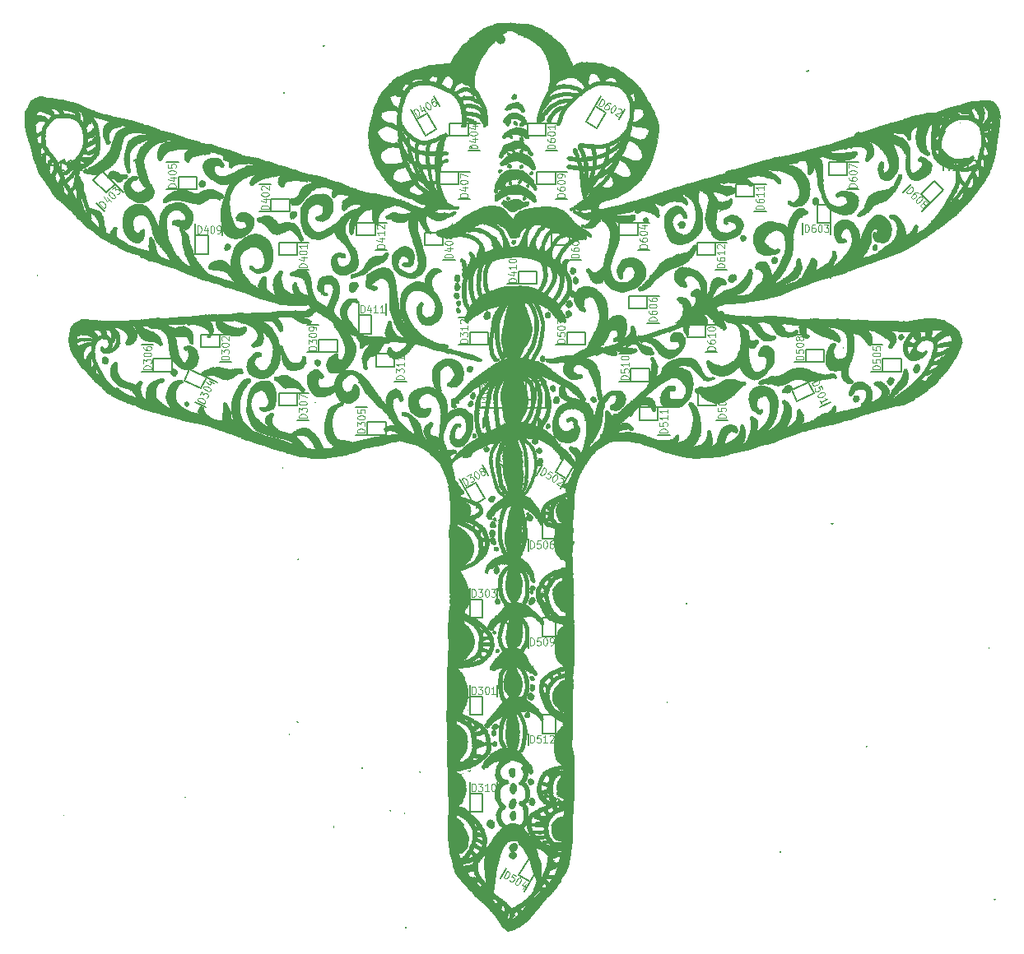
<source format=gto>
G04 #@! TF.FileFunction,Legend,Top*
%FSLAX46Y46*%
G04 Gerber Fmt 4.6, Leading zero omitted, Abs format (unit mm)*
G04 Created by KiCad (PCBNEW 4.0.6) date Monday, May 07, 2018 'PMt' 08:57:05 PM*
%MOMM*%
%LPD*%
G01*
G04 APERTURE LIST*
%ADD10C,0.100000*%
%ADD11C,0.010000*%
%ADD12C,0.150000*%
%ADD13C,0.500000*%
%ADD14C,0.127000*%
%ADD15C,0.200000*%
G04 APERTURE END LIST*
D10*
D11*
G36*
X149746862Y-57232747D02*
X149771764Y-57252117D01*
X149839801Y-57270075D01*
X149940974Y-57284876D01*
X150065281Y-57294770D01*
X150113338Y-57296781D01*
X150185640Y-57302706D01*
X150231603Y-57313246D01*
X150238146Y-57317807D01*
X150269467Y-57330050D01*
X150334223Y-57337443D01*
X150415831Y-57340041D01*
X150497709Y-57337898D01*
X150563274Y-57331070D01*
X150595942Y-57319608D01*
X150597071Y-57316635D01*
X150613516Y-57302644D01*
X150630282Y-57309991D01*
X150679809Y-57326424D01*
X150743201Y-57333873D01*
X150806003Y-57335791D01*
X150904186Y-57338829D01*
X151020019Y-57342439D01*
X151062029Y-57343754D01*
X151265727Y-57357038D01*
X151503486Y-57384207D01*
X151758663Y-57423261D01*
X151832531Y-57436338D01*
X151919076Y-57460050D01*
X152030945Y-57500970D01*
X152147074Y-57550389D01*
X152246397Y-57599596D01*
X152288197Y-57624738D01*
X152376006Y-57669567D01*
X152475362Y-57700719D01*
X152490470Y-57703501D01*
X152580562Y-57723471D01*
X152670829Y-57752455D01*
X152746772Y-57784658D01*
X152793892Y-57814284D01*
X152802301Y-57828126D01*
X152824087Y-57846779D01*
X152845237Y-57849582D01*
X152888912Y-57864547D01*
X152957202Y-57903231D01*
X153014853Y-57942573D01*
X153086502Y-57992527D01*
X153141868Y-58026331D01*
X153164543Y-58035688D01*
X153196550Y-58052488D01*
X153249435Y-58094506D01*
X153271191Y-58114208D01*
X153341343Y-58168583D01*
X153411098Y-58205718D01*
X153425829Y-58210426D01*
X153490852Y-58241575D01*
X153527922Y-58278035D01*
X153563683Y-58318246D01*
X153585837Y-58328562D01*
X153619821Y-58346540D01*
X153672101Y-58390554D01*
X153690150Y-58408269D01*
X153746834Y-58457944D01*
X153793540Y-58485356D01*
X153803068Y-58487238D01*
X153835509Y-58501306D01*
X153838494Y-58510709D01*
X153859990Y-58538244D01*
X153884989Y-58550987D01*
X153951978Y-58581665D01*
X154022892Y-58629623D01*
X154109215Y-58703420D01*
X154182708Y-58772856D01*
X154256622Y-58840167D01*
X154319247Y-58889652D01*
X154358543Y-58911928D01*
X154361657Y-58912343D01*
X154393254Y-58933409D01*
X154396443Y-58948480D01*
X154415545Y-58991953D01*
X154464084Y-59053416D01*
X154528915Y-59119073D01*
X154596890Y-59175129D01*
X154635565Y-59199386D01*
X154739472Y-59254698D01*
X154803785Y-59293712D01*
X154837070Y-59322585D01*
X154847893Y-59347475D01*
X154848117Y-59352182D01*
X154862669Y-59386603D01*
X154874203Y-59390586D01*
X154907426Y-59407666D01*
X154961557Y-59450900D01*
X154989749Y-59476935D01*
X155064637Y-59547375D01*
X155139650Y-59615193D01*
X155156288Y-59629707D01*
X155213372Y-59693000D01*
X155272748Y-59780090D01*
X155299791Y-59828975D01*
X155339627Y-59903504D01*
X155372274Y-59955543D01*
X155386140Y-59970676D01*
X155404370Y-60001263D01*
X155406067Y-60017172D01*
X155419967Y-60051101D01*
X155430525Y-60054812D01*
X155452696Y-60077710D01*
X155472135Y-60132920D01*
X155472423Y-60134214D01*
X155492333Y-60195422D01*
X155514790Y-60229023D01*
X155546725Y-60269646D01*
X155579736Y-60342174D01*
X155606192Y-60426090D01*
X155618462Y-60500880D01*
X155618619Y-60508162D01*
X155626469Y-60567810D01*
X155643144Y-60598214D01*
X155665845Y-60632826D01*
X155685109Y-60692773D01*
X155704385Y-60748422D01*
X155726605Y-60772165D01*
X155727006Y-60772176D01*
X155747246Y-60794319D01*
X155751464Y-60822471D01*
X155769957Y-60871975D01*
X155791318Y-60888060D01*
X155822028Y-60923549D01*
X155831171Y-60968396D01*
X155838334Y-61021426D01*
X155851098Y-61042294D01*
X155885236Y-61072909D01*
X155925215Y-61127942D01*
X155959836Y-61188825D01*
X155977902Y-61236989D01*
X155976949Y-61250988D01*
X155978479Y-61275106D01*
X155987072Y-61276987D01*
X156018954Y-61300616D01*
X156054631Y-61361768D01*
X156087559Y-61445847D01*
X156111193Y-61538255D01*
X156115113Y-61562605D01*
X156132454Y-61642140D01*
X156158626Y-61672009D01*
X156198399Y-61655527D01*
X156220218Y-61635669D01*
X156275039Y-61602434D01*
X156308059Y-61595816D01*
X156365017Y-61576597D01*
X156389121Y-61555962D01*
X156434356Y-61522200D01*
X156458797Y-61516109D01*
X156492038Y-61502432D01*
X156495397Y-61492638D01*
X156516970Y-61465421D01*
X156541893Y-61453157D01*
X156594631Y-61429064D01*
X156664937Y-61390231D01*
X156678480Y-61382086D01*
X156796944Y-61336846D01*
X156897682Y-61326025D01*
X156975476Y-61321402D01*
X157028354Y-61310766D01*
X157040008Y-61303644D01*
X157072314Y-61293139D01*
X157135634Y-61294090D01*
X157152919Y-61296155D01*
X157252321Y-61305009D01*
X157354012Y-61306093D01*
X157443489Y-61300236D01*
X157506249Y-61288268D01*
X157527531Y-61274702D01*
X157550982Y-61263966D01*
X157570673Y-61276348D01*
X157610366Y-61289229D01*
X157690102Y-61301347D01*
X157796795Y-61311029D01*
X157875070Y-61315250D01*
X157992031Y-61322224D01*
X158090318Y-61332394D01*
X158156973Y-61344181D01*
X158177326Y-61352066D01*
X158219234Y-61364849D01*
X158296112Y-61371786D01*
X158375157Y-61371760D01*
X158461130Y-61371263D01*
X158521135Y-61376266D01*
X158541213Y-61384645D01*
X158556699Y-61395185D01*
X158606653Y-61402642D01*
X158696322Y-61407362D01*
X158830954Y-61409692D01*
X158926464Y-61410081D01*
X159023337Y-61416224D01*
X159111864Y-61431563D01*
X159139017Y-61439703D01*
X159273779Y-61493521D01*
X159357946Y-61536444D01*
X159390924Y-61568162D01*
X159391422Y-61571658D01*
X159411477Y-61591936D01*
X159424634Y-61591472D01*
X159466177Y-61598608D01*
X159533581Y-61622861D01*
X159606350Y-61655365D01*
X159663991Y-61687257D01*
X159683682Y-61703518D01*
X159716225Y-61719250D01*
X159779901Y-61736038D01*
X159796600Y-61739317D01*
X159860490Y-61757005D01*
X159894518Y-61778001D01*
X159896234Y-61783003D01*
X159919279Y-61799769D01*
X159975970Y-61807739D01*
X160047639Y-61807449D01*
X160115620Y-61799434D01*
X160161247Y-61784230D01*
X160169524Y-61775157D01*
X160188266Y-61755332D01*
X160228621Y-61769867D01*
X160237800Y-61775157D01*
X160308219Y-61802379D01*
X160354190Y-61809213D01*
X160423983Y-61825957D01*
X160465904Y-61849067D01*
X160526161Y-61880168D01*
X160565538Y-61888075D01*
X160605898Y-61898740D01*
X160613598Y-61911323D01*
X160636616Y-61931932D01*
X160692464Y-61950312D01*
X160696874Y-61951226D01*
X160770467Y-61978673D01*
X160823077Y-62017365D01*
X160874085Y-62061663D01*
X160947108Y-62109848D01*
X160966615Y-62120766D01*
X161047296Y-62172078D01*
X161117632Y-62229691D01*
X161127866Y-62240116D01*
X161176522Y-62288118D01*
X161211912Y-62315395D01*
X161213239Y-62316006D01*
X161270544Y-62347011D01*
X161342605Y-62394793D01*
X161415938Y-62449143D01*
X161477062Y-62499847D01*
X161512491Y-62536694D01*
X161516468Y-62545659D01*
X161538346Y-62575095D01*
X161556799Y-62578870D01*
X161592158Y-62593110D01*
X161596653Y-62605237D01*
X161618918Y-62656401D01*
X161678170Y-62719550D01*
X161763094Y-62784519D01*
X161855701Y-62837915D01*
X161930559Y-62878127D01*
X161981188Y-62912023D01*
X161995188Y-62928579D01*
X162016770Y-62948344D01*
X162035042Y-62950837D01*
X162070434Y-62962677D01*
X162074895Y-62972696D01*
X162096579Y-62996315D01*
X162151697Y-63031712D01*
X162188852Y-63051468D01*
X162269928Y-63100728D01*
X162344500Y-63160598D01*
X162399230Y-63218898D01*
X162420774Y-63263225D01*
X162438403Y-63291157D01*
X162483650Y-63343538D01*
X162533693Y-63395771D01*
X162610845Y-63473874D01*
X162704297Y-63569446D01*
X162792259Y-63660185D01*
X162880980Y-63751445D01*
X162972819Y-63844681D01*
X163047514Y-63919331D01*
X163107852Y-63985800D01*
X163175539Y-64070987D01*
X163242086Y-64162722D01*
X163299003Y-64248842D01*
X163337799Y-64317179D01*
X163350209Y-64353088D01*
X163367863Y-64385393D01*
X163410938Y-64433269D01*
X163416632Y-64438703D01*
X163461907Y-64490232D01*
X163482878Y-64531834D01*
X163483054Y-64534428D01*
X163499934Y-64581104D01*
X163516455Y-64602862D01*
X163553140Y-64653706D01*
X163599103Y-64733751D01*
X163646616Y-64827188D01*
X163687951Y-64918211D01*
X163715377Y-64991011D01*
X163722176Y-65023610D01*
X163732173Y-65066591D01*
X163745864Y-65076360D01*
X163769083Y-65098920D01*
X163786691Y-65144641D01*
X163816061Y-65205948D01*
X163868835Y-65276823D01*
X163889205Y-65298697D01*
X163974840Y-65396236D01*
X164053176Y-65505536D01*
X164112003Y-65608469D01*
X164133350Y-65661227D01*
X164162156Y-65728590D01*
X164187040Y-65767155D01*
X164221448Y-65817337D01*
X164264380Y-65891858D01*
X164307317Y-65974204D01*
X164341742Y-66047862D01*
X164359137Y-66096318D01*
X164359833Y-66102116D01*
X164375017Y-66142908D01*
X164409508Y-66195319D01*
X164451636Y-66268752D01*
X164478042Y-66345031D01*
X164496348Y-66403547D01*
X164515842Y-66431075D01*
X164517657Y-66431381D01*
X164532076Y-66455279D01*
X164546882Y-66516673D01*
X164554915Y-66570707D01*
X164568896Y-66650572D01*
X164586959Y-66705142D01*
X164598470Y-66719051D01*
X164621608Y-66749583D01*
X164625523Y-66775271D01*
X164645374Y-66824414D01*
X164688883Y-66870055D01*
X164744885Y-66943582D01*
X164767772Y-67030924D01*
X164792314Y-67131670D01*
X164832220Y-67230727D01*
X164838813Y-67243050D01*
X164872840Y-67327310D01*
X164899569Y-67435954D01*
X164909209Y-67504365D01*
X164920604Y-67592312D01*
X164935212Y-67657031D01*
X164947503Y-67681692D01*
X164955870Y-67712018D01*
X164963775Y-67786124D01*
X164970574Y-67894652D01*
X164975621Y-68028244D01*
X164977560Y-68117780D01*
X164979133Y-68287008D01*
X164977468Y-68409038D01*
X164972204Y-68489733D01*
X164962982Y-68534956D01*
X164950994Y-68550175D01*
X164929708Y-68584418D01*
X164918069Y-68667228D01*
X164916111Y-68725174D01*
X164909213Y-68884792D01*
X164893116Y-69069429D01*
X164870454Y-69254825D01*
X164843861Y-69416721D01*
X164837705Y-69446966D01*
X164816572Y-69552836D01*
X164794204Y-69674924D01*
X164783679Y-69736743D01*
X164766021Y-69825907D01*
X164746837Y-69894810D01*
X164733978Y-69922726D01*
X164713571Y-69966618D01*
X164694181Y-70037339D01*
X164691311Y-70051706D01*
X164673532Y-70120029D01*
X164653218Y-70162426D01*
X164649080Y-70166192D01*
X164633063Y-70200206D01*
X164625594Y-70263578D01*
X164625523Y-70270607D01*
X164618364Y-70336230D01*
X164600931Y-70375412D01*
X164598954Y-70376883D01*
X164575524Y-70414849D01*
X164572221Y-70438231D01*
X164560218Y-70493007D01*
X164532368Y-70559261D01*
X164503975Y-70628881D01*
X164492678Y-70685464D01*
X164480730Y-70726957D01*
X164465602Y-70735565D01*
X164450445Y-70757232D01*
X164454471Y-70799089D01*
X164456398Y-70854008D01*
X164441692Y-70880364D01*
X164422107Y-70916747D01*
X164413045Y-70981447D01*
X164412971Y-70987971D01*
X164405812Y-71053594D01*
X164388379Y-71092776D01*
X164386402Y-71094247D01*
X164364458Y-71131541D01*
X164359833Y-71164864D01*
X164349169Y-71226793D01*
X164323439Y-71301040D01*
X164322670Y-71302784D01*
X164292100Y-71377623D01*
X164255872Y-71474434D01*
X164237714Y-71525994D01*
X164208590Y-71602392D01*
X164183628Y-71653057D01*
X164171996Y-71665481D01*
X164157051Y-71688922D01*
X164141427Y-71747519D01*
X164137077Y-71771757D01*
X164120651Y-71838200D01*
X164100226Y-71875259D01*
X164093828Y-71878033D01*
X164074845Y-71900979D01*
X164067573Y-71951829D01*
X164049865Y-72035827D01*
X163993723Y-72129388D01*
X163902666Y-72232117D01*
X163854950Y-72289316D01*
X163829668Y-72336991D01*
X163828452Y-72345035D01*
X163817049Y-72379108D01*
X163808369Y-72382845D01*
X163785680Y-72404737D01*
X163756090Y-72458499D01*
X163751362Y-72469195D01*
X163716565Y-72540109D01*
X163682843Y-72593632D01*
X163681411Y-72595397D01*
X163651770Y-72650181D01*
X163631418Y-72714958D01*
X163601910Y-72782328D01*
X163547752Y-72857544D01*
X163523064Y-72883887D01*
X163464912Y-72947670D01*
X163424181Y-73005140D01*
X163415720Y-73023374D01*
X163391817Y-73064769D01*
X163374988Y-73073640D01*
X163352996Y-73095187D01*
X163350209Y-73113494D01*
X163339206Y-73148896D01*
X163329912Y-73153347D01*
X163308321Y-73175338D01*
X163274035Y-73232029D01*
X163246545Y-73286192D01*
X163208789Y-73359146D01*
X163177837Y-73407398D01*
X163164611Y-73419038D01*
X163138490Y-73436874D01*
X163086285Y-73484132D01*
X163018219Y-73551437D01*
X163002215Y-73567918D01*
X162882091Y-73691802D01*
X162793552Y-73781179D01*
X162731946Y-73840406D01*
X162692617Y-73873840D01*
X162670913Y-73885836D01*
X162664185Y-73884338D01*
X162641324Y-73892937D01*
X162612200Y-73926295D01*
X162561634Y-73979509D01*
X162495222Y-74029147D01*
X162443055Y-74067572D01*
X162365259Y-74132938D01*
X162273967Y-74214801D01*
X162212383Y-74272634D01*
X162114458Y-74361191D01*
X162016808Y-74440662D01*
X161933522Y-74499978D01*
X161895536Y-74521653D01*
X161829061Y-74557521D01*
X161788618Y-74587843D01*
X161782941Y-74597560D01*
X161763061Y-74609627D01*
X161742782Y-74605036D01*
X161708476Y-74602585D01*
X161702929Y-74611489D01*
X161681850Y-74633958D01*
X161627861Y-74673097D01*
X161554835Y-74720373D01*
X161476645Y-74767256D01*
X161407163Y-74805214D01*
X161360261Y-74825716D01*
X161352174Y-74827197D01*
X161313572Y-74839429D01*
X161250383Y-74869478D01*
X161180899Y-74907375D01*
X161123410Y-74943149D01*
X161096269Y-74966684D01*
X161065683Y-74984914D01*
X161049773Y-74986611D01*
X161015886Y-75003260D01*
X161012134Y-75016022D01*
X160992807Y-75033788D01*
X160972280Y-75030141D01*
X160938068Y-75029589D01*
X160932427Y-75040583D01*
X160911076Y-75063819D01*
X160895061Y-75066318D01*
X160868970Y-75085836D01*
X160871694Y-75119851D01*
X160873621Y-75158346D01*
X160845325Y-75157893D01*
X160801023Y-75158975D01*
X160787416Y-75170783D01*
X160751261Y-75189995D01*
X160686408Y-75199058D01*
X160678453Y-75199163D01*
X160617608Y-75205523D01*
X160587673Y-75221127D01*
X160587029Y-75224081D01*
X160565042Y-75245634D01*
X160540533Y-75249852D01*
X160467342Y-75256655D01*
X160394248Y-75271520D01*
X160339600Y-75289826D01*
X160321339Y-75305059D01*
X160297814Y-75321139D01*
X160238660Y-75337728D01*
X160209217Y-75343146D01*
X160135930Y-75360319D01*
X160087253Y-75381763D01*
X160079860Y-75388960D01*
X160043797Y-75410162D01*
X159979212Y-75424250D01*
X159972788Y-75424892D01*
X159889028Y-75437369D01*
X159790570Y-75458588D01*
X159763389Y-75465654D01*
X159677214Y-75485084D01*
X159603161Y-75494925D01*
X159584048Y-75495194D01*
X159537467Y-75501425D01*
X159524268Y-75515231D01*
X159501434Y-75534480D01*
X159444264Y-75561216D01*
X159369752Y-75589188D01*
X159294891Y-75612143D01*
X159236677Y-75623830D01*
X159227862Y-75624268D01*
X159186990Y-75642427D01*
X159139485Y-75684048D01*
X159082059Y-75737958D01*
X159034139Y-75772173D01*
X158978077Y-75819296D01*
X158954809Y-75850758D01*
X158915114Y-75910416D01*
X158893079Y-75937404D01*
X158835214Y-76021353D01*
X158819708Y-76096582D01*
X158824799Y-76118229D01*
X158829380Y-76149842D01*
X158812198Y-76145636D01*
X158783468Y-76152248D01*
X158765228Y-76193303D01*
X158767559Y-76246575D01*
X158789894Y-76310778D01*
X158823336Y-76369641D01*
X158858984Y-76406894D01*
X158883675Y-76409869D01*
X158917619Y-76403733D01*
X158990985Y-76397925D01*
X159090061Y-76393431D01*
X159127370Y-76392372D01*
X159235410Y-76387438D01*
X159325675Y-76379067D01*
X159382838Y-76368816D01*
X159391386Y-76365530D01*
X159448240Y-76344221D01*
X159539197Y-76319214D01*
X159645802Y-76294622D01*
X159749597Y-76274562D01*
X159832127Y-76263149D01*
X159855986Y-76261925D01*
X159928306Y-76248136D01*
X159976384Y-76221671D01*
X160006414Y-76201383D01*
X160052292Y-76184792D01*
X160123157Y-76170026D01*
X160228144Y-76155207D01*
X160376391Y-76138463D01*
X160387761Y-76137261D01*
X160468824Y-76123506D01*
X160527189Y-76104076D01*
X160542556Y-76092959D01*
X160566183Y-76078424D01*
X160578351Y-76096977D01*
X160604291Y-76116124D01*
X160622824Y-76106380D01*
X160668361Y-76086408D01*
X160739638Y-76070239D01*
X160750288Y-76068715D01*
X160844087Y-76049674D01*
X160892225Y-76024199D01*
X160894410Y-75999206D01*
X160907734Y-75988484D01*
X160956968Y-75990273D01*
X160958474Y-75990490D01*
X161024162Y-75987814D01*
X161116701Y-75969444D01*
X161196298Y-75945829D01*
X161289077Y-75916409D01*
X161367756Y-75896168D01*
X161409207Y-75889958D01*
X161460025Y-75877734D01*
X161477092Y-75863389D01*
X161513009Y-75844247D01*
X161571652Y-75836820D01*
X161626940Y-75829336D01*
X161649791Y-75811455D01*
X161673161Y-75791232D01*
X161731141Y-75772785D01*
X161749425Y-75769266D01*
X161842475Y-75746953D01*
X161929813Y-75716255D01*
X161932280Y-75715162D01*
X162019882Y-75685058D01*
X162111710Y-75665563D01*
X162206015Y-75645226D01*
X162294178Y-75614599D01*
X162368909Y-75591153D01*
X162470333Y-75571568D01*
X162543771Y-75563023D01*
X162710572Y-75532175D01*
X162844856Y-75480905D01*
X162850837Y-75478138D01*
X164280125Y-75478138D01*
X164293410Y-75491423D01*
X164306694Y-75478138D01*
X164293410Y-75464854D01*
X164280125Y-75478138D01*
X162850837Y-75478138D01*
X162926740Y-75443029D01*
X162993478Y-75417897D01*
X163022026Y-75411715D01*
X163075334Y-75399413D01*
X163119477Y-75379703D01*
X163184440Y-75356593D01*
X163246464Y-75345293D01*
X167016736Y-75345293D01*
X167030021Y-75358577D01*
X167043305Y-75345293D01*
X167030021Y-75332008D01*
X167016736Y-75345293D01*
X163246464Y-75345293D01*
X163269155Y-75341159D01*
X163283787Y-75339832D01*
X163352889Y-75328869D01*
X163394662Y-75311193D01*
X163398919Y-75305421D01*
X163429230Y-75283501D01*
X163460349Y-75278870D01*
X163518182Y-75270516D01*
X163601523Y-75249432D01*
X163691212Y-75221589D01*
X163768085Y-75192954D01*
X163812981Y-75169498D01*
X163813839Y-75168754D01*
X163858395Y-75150831D01*
X163902815Y-75146025D01*
X163972690Y-75135464D01*
X164050273Y-75110293D01*
X164122214Y-75082738D01*
X164220077Y-75049097D01*
X164293410Y-75025728D01*
X164381413Y-74997175D01*
X164449604Y-74972135D01*
X164479393Y-74958189D01*
X164520652Y-74942459D01*
X164591748Y-74925726D01*
X164618678Y-74920891D01*
X164710689Y-74897573D01*
X164816296Y-74859487D01*
X164864312Y-74838180D01*
X164945082Y-74802392D01*
X165010246Y-74779116D01*
X165035645Y-74774059D01*
X165079421Y-74760221D01*
X165088265Y-74751075D01*
X165121329Y-74733521D01*
X165186912Y-74717351D01*
X165213223Y-74713236D01*
X165285791Y-74699161D01*
X165333329Y-74681925D01*
X165340074Y-74676439D01*
X165380788Y-74646137D01*
X165454667Y-74609767D01*
X165543586Y-74575162D01*
X165629421Y-74550155D01*
X165635253Y-74548879D01*
X165734631Y-74521048D01*
X165857457Y-74477389D01*
X165980162Y-74426829D01*
X166064496Y-74386303D01*
X166128901Y-74364220D01*
X166177620Y-74365074D01*
X166229207Y-74363400D01*
X166285358Y-74338591D01*
X166351545Y-74306760D01*
X166403393Y-74295816D01*
X166459882Y-74274774D01*
X166483549Y-74249320D01*
X166509467Y-74219155D01*
X166532774Y-74236025D01*
X166534686Y-74238872D01*
X166561702Y-74259168D01*
X166576594Y-74245514D01*
X166614824Y-74222500D01*
X166658054Y-74216109D01*
X166712878Y-74207234D01*
X166735947Y-74192475D01*
X166769534Y-74173160D01*
X166834029Y-74155396D01*
X166850434Y-74152417D01*
X166945594Y-74136135D01*
X167005310Y-74123209D01*
X167046670Y-74109027D01*
X167086766Y-74088975D01*
X167088054Y-74088275D01*
X167156725Y-74062964D01*
X167200973Y-74056695D01*
X167245110Y-74047518D01*
X167255858Y-74034169D01*
X167279113Y-74018106D01*
X167335669Y-74009424D01*
X167341385Y-74009211D01*
X167409475Y-73996735D01*
X167454035Y-73970084D01*
X167454303Y-73969727D01*
X167496998Y-73944774D01*
X167567843Y-73930041D01*
X167585143Y-73928928D01*
X167663886Y-73917378D01*
X167724386Y-73893776D01*
X167731273Y-73888700D01*
X167801737Y-73843005D01*
X167893188Y-73814243D01*
X168013042Y-73797925D01*
X168091958Y-73787877D01*
X168146203Y-73775407D01*
X168159172Y-73768593D01*
X168195108Y-73749680D01*
X168199058Y-73749223D01*
X168273677Y-73739237D01*
X168355255Y-73721858D01*
X168425088Y-73701834D01*
X168464470Y-73683913D01*
X168466906Y-73681238D01*
X168501184Y-73664513D01*
X168557740Y-73658159D01*
X168617924Y-73650620D01*
X168649191Y-73634084D01*
X168683548Y-73620357D01*
X168717323Y-73623935D01*
X168776345Y-73624345D01*
X168803646Y-73612820D01*
X168845274Y-73592624D01*
X168920130Y-73565167D01*
X171985146Y-73565167D01*
X171998431Y-73578452D01*
X172011715Y-73565167D01*
X171998431Y-73551883D01*
X171985146Y-73565167D01*
X168920130Y-73565167D01*
X168920869Y-73564896D01*
X169002772Y-73539055D01*
X169087553Y-73511153D01*
X169147395Y-73485680D01*
X169168828Y-73468884D01*
X169192641Y-73453510D01*
X169253548Y-73437663D01*
X169301674Y-73429814D01*
X169377323Y-73416366D01*
X169425436Y-73401253D01*
X169434519Y-73393144D01*
X169458527Y-73378130D01*
X169521496Y-73358152D01*
X169609844Y-73336171D01*
X169709986Y-73315147D01*
X169808342Y-73298041D01*
X169891327Y-73287814D01*
X169925233Y-73286192D01*
X169991145Y-73279096D01*
X170030680Y-73261792D01*
X170032322Y-73259623D01*
X170069361Y-73238157D01*
X170106955Y-73232891D01*
X170172426Y-73220516D01*
X170241269Y-73193037D01*
X170308344Y-73164771D01*
X170360830Y-73153184D01*
X170414441Y-73141221D01*
X170480390Y-73113330D01*
X170549152Y-73084997D01*
X170604379Y-73073640D01*
X170649466Y-73060693D01*
X170661311Y-73046505D01*
X170691134Y-73027990D01*
X170753406Y-73016608D01*
X170769802Y-73015631D01*
X170833826Y-73007687D01*
X170867660Y-72992691D01*
X170869247Y-72988463D01*
X170889633Y-72970149D01*
X170902458Y-72970390D01*
X170940042Y-72969094D01*
X170997565Y-72952605D01*
X171086678Y-72917253D01*
X171129196Y-72899002D01*
X171207560Y-72876883D01*
X171308849Y-72863221D01*
X171361675Y-72861088D01*
X171441424Y-72857043D01*
X171494174Y-72846615D01*
X171506904Y-72836630D01*
X171529970Y-72815313D01*
X171586210Y-72796026D01*
X171593253Y-72794504D01*
X171721132Y-72766091D01*
X171804976Y-72740430D01*
X171853406Y-72713113D01*
X171875042Y-72679732D01*
X171878870Y-72648448D01*
X171896541Y-72574557D01*
X171952810Y-72518888D01*
X172052565Y-72478172D01*
X172169854Y-72453708D01*
X172261509Y-72436967D01*
X172328249Y-72420375D01*
X172356858Y-72407277D01*
X172357113Y-72406299D01*
X172381530Y-72395825D01*
X172446430Y-72383816D01*
X172539287Y-72372435D01*
X172569814Y-72369547D01*
X172670879Y-72357980D01*
X172749985Y-72344019D01*
X172793420Y-72330233D01*
X172797219Y-72326929D01*
X172831080Y-72311105D01*
X172895656Y-72302646D01*
X172909988Y-72302271D01*
X172991356Y-72292284D01*
X173093105Y-72267649D01*
X173154184Y-72247721D01*
X173257334Y-72211687D01*
X173359594Y-72178868D01*
X173406590Y-72165210D01*
X173479679Y-72141727D01*
X173530678Y-72118788D01*
X173538107Y-72113484D01*
X173581395Y-72096615D01*
X173639198Y-72090586D01*
X173709521Y-72079462D01*
X173798036Y-72051422D01*
X173833994Y-72036400D01*
X173907993Y-72007875D01*
X173963182Y-71995932D01*
X173978666Y-71998114D01*
X174002538Y-71995195D01*
X174004393Y-71985878D01*
X174026924Y-71964014D01*
X174064904Y-71957741D01*
X174134381Y-71942465D01*
X174181942Y-71918148D01*
X174240254Y-71889975D01*
X174326776Y-71861727D01*
X174380479Y-71848622D01*
X174464690Y-71828493D01*
X174528024Y-71809038D01*
X174549058Y-71799346D01*
X174586140Y-71783174D01*
X174655113Y-71759852D01*
X174736360Y-71735290D01*
X174810263Y-71715396D01*
X174857205Y-71706080D01*
X174859031Y-71705974D01*
X174892474Y-71689281D01*
X174896670Y-71685408D01*
X174936651Y-71669637D01*
X174978591Y-71665481D01*
X175026387Y-71657407D01*
X175040586Y-71643355D01*
X175064226Y-71626087D01*
X175125029Y-71605242D01*
X175180073Y-71591838D01*
X175341140Y-71557072D01*
X175458519Y-71529313D01*
X175540782Y-71505951D01*
X175596502Y-71484376D01*
X175634250Y-71461976D01*
X175650111Y-71448682D01*
X175688678Y-71420827D01*
X175704811Y-71425225D01*
X175704812Y-71425325D01*
X175726297Y-71447061D01*
X175776221Y-71452992D01*
X175832787Y-71444633D01*
X175874196Y-71423497D01*
X175881187Y-71413075D01*
X175910966Y-71386506D01*
X177458368Y-71386506D01*
X177471653Y-71399791D01*
X177484937Y-71386506D01*
X177471653Y-71373222D01*
X177458368Y-71386506D01*
X175910966Y-71386506D01*
X175917007Y-71381117D01*
X175954746Y-71373222D01*
X176015798Y-71359986D01*
X176043769Y-71342465D01*
X176080766Y-71325988D01*
X176114682Y-71345035D01*
X176146230Y-71360105D01*
X176194447Y-71358821D01*
X176272017Y-71339765D01*
X176333914Y-71320508D01*
X176436065Y-71283530D01*
X176527382Y-71243637D01*
X176584603Y-71211662D01*
X176645111Y-71176101D01*
X176692281Y-71160687D01*
X176693296Y-71160669D01*
X176745364Y-71143227D01*
X176757501Y-71133545D01*
X176796195Y-71117884D01*
X176871693Y-71102800D01*
X176967727Y-71091536D01*
X176968725Y-71091454D01*
X177067310Y-71081810D01*
X177147934Y-71070985D01*
X177192678Y-71061449D01*
X177253203Y-71043471D01*
X177285101Y-71036357D01*
X177341079Y-71016327D01*
X177362326Y-71001648D01*
X177400961Y-70997943D01*
X177460252Y-71029166D01*
X177513075Y-71058018D01*
X177541681Y-71055931D01*
X177542760Y-71053624D01*
X177575419Y-71024201D01*
X177644184Y-70993852D01*
X177732396Y-70967965D01*
X177823400Y-70951930D01*
X177865293Y-70949283D01*
X177944915Y-70942082D01*
X178007441Y-70925951D01*
X178013462Y-70923076D01*
X178062908Y-70908469D01*
X178146962Y-70894516D01*
X178244194Y-70884521D01*
X178353512Y-70870777D01*
X178455017Y-70848439D01*
X178519035Y-70825640D01*
X178609100Y-70792712D01*
X178708176Y-70772620D01*
X178718303Y-70771660D01*
X178852554Y-70757596D01*
X178952957Y-70740067D01*
X179012433Y-70720580D01*
X179025941Y-70706089D01*
X179049185Y-70689993D01*
X179105813Y-70682497D01*
X179112466Y-70682427D01*
X179200546Y-70673874D01*
X179291346Y-70653295D01*
X179291807Y-70653150D01*
X179383383Y-70627618D01*
X179482266Y-70604600D01*
X179490899Y-70602860D01*
X179673368Y-70553882D01*
X179787449Y-70507514D01*
X182349169Y-70507514D01*
X182354053Y-70541974D01*
X182363123Y-70542386D01*
X182369466Y-70506826D01*
X182365221Y-70491462D01*
X182353423Y-70481398D01*
X182349169Y-70507514D01*
X179787449Y-70507514D01*
X179842241Y-70485244D01*
X179853681Y-70479475D01*
X179934594Y-70452342D01*
X180006453Y-70443305D01*
X180063507Y-70435829D01*
X180088645Y-70417737D01*
X180088703Y-70416736D01*
X180111391Y-70396590D01*
X180153557Y-70390167D01*
X180208867Y-70381713D01*
X180232670Y-70367097D01*
X180264711Y-70352203D01*
X180333744Y-70336622D01*
X180410564Y-70325514D01*
X180503743Y-70309728D01*
X180578445Y-70287674D01*
X180612324Y-70268877D01*
X180663203Y-70243437D01*
X180738008Y-70231000D01*
X180749513Y-70230753D01*
X180821179Y-70224519D01*
X180869517Y-70209182D01*
X180873818Y-70205824D01*
X180918064Y-70182478D01*
X180965481Y-70170125D01*
X181041205Y-70151454D01*
X181106698Y-70128631D01*
X181177868Y-70106035D01*
X181231333Y-70097908D01*
X181280952Y-70086070D01*
X181296645Y-70072874D01*
X181330125Y-70054571D01*
X181397455Y-70036621D01*
X181437701Y-70029624D01*
X181522828Y-70013809D01*
X181590958Y-69995181D01*
X181608787Y-69987833D01*
X181669700Y-69965869D01*
X181728348Y-69952973D01*
X181890379Y-69927734D01*
X182007347Y-69907965D01*
X182086853Y-69892071D01*
X182136499Y-69878456D01*
X182163887Y-69865526D01*
X182170240Y-69860262D01*
X182213633Y-69841787D01*
X182284272Y-69832483D01*
X182298263Y-69832218D01*
X182384692Y-69822111D01*
X182485868Y-69796624D01*
X182525428Y-69782810D01*
X182604613Y-69756563D01*
X182666108Y-69744194D01*
X182685826Y-69745171D01*
X182715808Y-69739535D01*
X182719038Y-69728469D01*
X182742532Y-69706911D01*
X182801246Y-69687596D01*
X182825314Y-69683006D01*
X182891724Y-69667738D01*
X182928796Y-69650189D01*
X182931590Y-69644950D01*
X182954458Y-69625174D01*
X183009605Y-69606756D01*
X183010992Y-69606448D01*
X183072102Y-69586669D01*
X183105552Y-69564483D01*
X183140794Y-69545924D01*
X183192206Y-69539113D01*
X183267143Y-69523867D01*
X183315277Y-69499260D01*
X183381404Y-69467802D01*
X183426627Y-69460251D01*
X183480262Y-69450510D01*
X183501561Y-69435726D01*
X183535952Y-69413432D01*
X183572969Y-69401471D01*
X186322266Y-69401471D01*
X186333261Y-69407113D01*
X186356097Y-69385580D01*
X186358996Y-69367259D01*
X186353311Y-69331811D01*
X186348554Y-69327406D01*
X186331422Y-69348182D01*
X186322819Y-69367259D01*
X186322266Y-69401471D01*
X183572969Y-69401471D01*
X183598223Y-69393311D01*
X183600966Y-69392697D01*
X183686405Y-69365407D01*
X183766717Y-69328426D01*
X183849606Y-69292352D01*
X183944098Y-69264880D01*
X183954498Y-69262801D01*
X184028781Y-69244855D01*
X184081001Y-69225000D01*
X184088168Y-69220327D01*
X184134208Y-69197450D01*
X184181160Y-69183794D01*
X184326629Y-69148944D01*
X184433253Y-69114864D01*
X184495239Y-69083547D01*
X184506508Y-69071799D01*
X184545352Y-69049337D01*
X184566064Y-69052291D01*
X184612006Y-69049102D01*
X184678782Y-69022830D01*
X184699725Y-69011334D01*
X184793792Y-68972647D01*
X184893273Y-68955520D01*
X184899217Y-68955439D01*
X184965204Y-68949467D01*
X185001531Y-68934571D01*
X185003975Y-68928870D01*
X185026098Y-68906892D01*
X185054270Y-68902301D01*
X185106725Y-68878992D01*
X185133732Y-68810034D01*
X185137411Y-68760641D01*
X185161716Y-68678005D01*
X185234347Y-68598535D01*
X185357488Y-68519988D01*
X185386661Y-68505041D01*
X185474172Y-68464035D01*
X185528414Y-68446963D01*
X185562086Y-68451096D01*
X185578832Y-68463740D01*
X185609938Y-68515714D01*
X185615063Y-68542656D01*
X185623323Y-68570575D01*
X185657196Y-68562518D01*
X185670277Y-68555793D01*
X185730582Y-68538528D01*
X185766636Y-68542032D01*
X185820301Y-68540240D01*
X185845839Y-68526235D01*
X185874645Y-68506863D01*
X185914520Y-68493144D01*
X185980834Y-68480983D01*
X186053452Y-68470910D01*
X186103392Y-68457420D01*
X186119874Y-68446546D01*
X186153618Y-68426329D01*
X186224111Y-68396708D01*
X186316974Y-68362750D01*
X186417827Y-68329521D01*
X186512289Y-68302090D01*
X186566681Y-68289098D01*
X186644134Y-68270528D01*
X186700758Y-68252171D01*
X186711609Y-68246900D01*
X186759985Y-68229772D01*
X186810988Y-68220645D01*
X186883697Y-68204919D01*
X186966345Y-68177019D01*
X186971604Y-68174856D01*
X187036395Y-68148752D01*
X187078603Y-68133500D01*
X187082331Y-68132506D01*
X187115305Y-68121330D01*
X187182731Y-68096137D01*
X187265180Y-68064265D01*
X187351868Y-68033571D01*
X187419304Y-68015721D01*
X187451834Y-68014406D01*
X187473569Y-68009085D01*
X187474895Y-68000522D01*
X187497623Y-67979374D01*
X187541318Y-67972385D01*
X187591249Y-67963290D01*
X187607740Y-67945816D01*
X187629923Y-67924015D01*
X187659311Y-67919247D01*
X187709181Y-67908497D01*
X187712399Y-67905962D01*
X191699372Y-67905962D01*
X191712657Y-67919247D01*
X191725941Y-67905962D01*
X191712657Y-67892678D01*
X191699372Y-67905962D01*
X187712399Y-67905962D01*
X187725440Y-67895690D01*
X187759005Y-67875724D01*
X187823022Y-67856774D01*
X187837168Y-67853904D01*
X187920696Y-67830430D01*
X187991380Y-67798231D01*
X187994836Y-67796035D01*
X188067100Y-67765772D01*
X188137081Y-67754070D01*
X188193976Y-67747604D01*
X188218790Y-67735179D01*
X188218828Y-67734651D01*
X188242323Y-67722063D01*
X188300558Y-67712324D01*
X188318258Y-67710859D01*
X188410156Y-67694592D01*
X188495132Y-67664512D01*
X188497599Y-67663270D01*
X188582409Y-67628177D01*
X188696185Y-67591467D01*
X188815441Y-67560047D01*
X188911751Y-67541479D01*
X188972598Y-67528294D01*
X189002615Y-67516461D01*
X189043506Y-67502930D01*
X189115268Y-67487877D01*
X189148745Y-67482416D01*
X189234583Y-67466658D01*
X189305429Y-67448720D01*
X189321443Y-67443128D01*
X189446782Y-67397065D01*
X189569109Y-67359850D01*
X189672683Y-67335809D01*
X189736807Y-67329008D01*
X189791178Y-67323081D01*
X189812971Y-67306382D01*
X189834914Y-67285416D01*
X189859466Y-67281721D01*
X189911974Y-67273429D01*
X189984910Y-67252483D01*
X190061339Y-67225089D01*
X190124328Y-67197454D01*
X190156942Y-67175784D01*
X190158368Y-67172176D01*
X190181224Y-67153725D01*
X190236379Y-67135837D01*
X190238075Y-67135460D01*
X190293801Y-67117827D01*
X190294773Y-67117085D01*
X193873925Y-67117085D01*
X193875723Y-67134193D01*
X193908394Y-67128879D01*
X193911276Y-67128129D01*
X193959046Y-67095607D01*
X194542259Y-67095607D01*
X194551981Y-67117476D01*
X194559972Y-67113319D01*
X194563057Y-67082728D01*
X194788389Y-67082728D01*
X194793711Y-67102249D01*
X194815254Y-67178459D01*
X194827485Y-67227082D01*
X194839924Y-67272025D01*
X194851020Y-67267468D01*
X194863694Y-67235461D01*
X194903354Y-67178328D01*
X194944084Y-67146984D01*
X194984906Y-67121285D01*
X194980833Y-67100212D01*
X194953790Y-67078825D01*
X194886785Y-67049385D01*
X194839626Y-67042469D01*
X194793746Y-67050002D01*
X194788389Y-67082728D01*
X194563057Y-67082728D01*
X194563152Y-67081788D01*
X194559972Y-67077894D01*
X194544177Y-67081541D01*
X194542259Y-67095607D01*
X193959046Y-67095607D01*
X193961483Y-67093948D01*
X193978251Y-67062767D01*
X193993536Y-67029629D01*
X194014362Y-67045749D01*
X194015104Y-67046865D01*
X194039253Y-67063367D01*
X194073309Y-67039732D01*
X194091125Y-67019598D01*
X194126762Y-66985821D01*
X194143536Y-66987091D01*
X194143724Y-66989640D01*
X194152720Y-67008866D01*
X194181212Y-66991294D01*
X194221335Y-66975665D01*
X194235201Y-66986880D01*
X194267532Y-67006623D01*
X194274536Y-67002615D01*
X194489121Y-67002615D01*
X194502406Y-67015900D01*
X194515690Y-67002615D01*
X194502406Y-66989331D01*
X194489121Y-67002615D01*
X194274536Y-67002615D01*
X194302215Y-66986776D01*
X194326018Y-66938555D01*
X194329707Y-66906781D01*
X194327748Y-66855030D01*
X194316283Y-66838921D01*
X194375491Y-66838921D01*
X194382622Y-66874820D01*
X194391987Y-66896132D01*
X194419391Y-66949813D01*
X194432327Y-66954130D01*
X194435929Y-66909105D01*
X194435983Y-66896339D01*
X194422990Y-66844188D01*
X194398629Y-66829916D01*
X194375491Y-66838921D01*
X194316283Y-66838921D01*
X194313399Y-66834870D01*
X194273951Y-66842388D01*
X194207488Y-66869168D01*
X194142400Y-66893948D01*
X194099870Y-66905737D01*
X194095423Y-66905875D01*
X194025432Y-66908268D01*
X193987524Y-66934853D01*
X193984310Y-66949477D01*
X193973495Y-66984982D01*
X193964383Y-66989498D01*
X193938968Y-67010341D01*
X193904036Y-67060804D01*
X193901094Y-67065899D01*
X193873925Y-67117085D01*
X190294773Y-67117085D01*
X190317764Y-67099548D01*
X190317782Y-67099141D01*
X190341348Y-67086285D01*
X190400028Y-67077451D01*
X190421277Y-67076202D01*
X190518625Y-67062205D01*
X190616416Y-67033683D01*
X190623790Y-67030703D01*
X190700190Y-67003815D01*
X190763339Y-66989874D01*
X190772701Y-66989331D01*
X190814113Y-66979805D01*
X190822594Y-66967875D01*
X190845996Y-66941900D01*
X190906225Y-66909960D01*
X190988318Y-66877975D01*
X191077307Y-66851861D01*
X191150038Y-66838371D01*
X191234038Y-66825000D01*
X191302914Y-66807593D01*
X191314121Y-66803407D01*
X191344555Y-66792850D01*
X191388276Y-66782924D01*
X191454720Y-66772136D01*
X191553323Y-66758991D01*
X191693519Y-66741994D01*
X191725941Y-66738170D01*
X191804696Y-66721474D01*
X191858787Y-66703613D01*
X191912582Y-66683244D01*
X191938494Y-66675400D01*
X191972565Y-66666965D01*
X191991632Y-66661136D01*
X192038743Y-66651906D01*
X192118901Y-66641400D01*
X192188410Y-66634343D01*
X192275005Y-66622869D01*
X192338370Y-66607502D01*
X192361109Y-66595036D01*
X192404958Y-66565543D01*
X192488114Y-66540924D01*
X192596861Y-66522491D01*
X192717488Y-66511559D01*
X192836280Y-66509441D01*
X192939524Y-66517450D01*
X193005165Y-66533339D01*
X193060029Y-66549222D01*
X193088357Y-66547975D01*
X193119402Y-66540307D01*
X193188886Y-66532293D01*
X193282148Y-66525598D01*
X193287958Y-66525286D01*
X193398613Y-66513902D01*
X193489776Y-66494281D01*
X193521424Y-66481166D01*
X195740124Y-66481166D01*
X195756838Y-66523773D01*
X195758200Y-66525777D01*
X195790087Y-66557727D01*
X195847931Y-66605909D01*
X195877353Y-66628564D01*
X195936699Y-66680096D01*
X195972359Y-66724513D01*
X195976987Y-66738570D01*
X195999486Y-66759664D01*
X196053533Y-66768164D01*
X196118951Y-66763656D01*
X196175566Y-66745726D01*
X196180668Y-66742743D01*
X196227243Y-66736432D01*
X196274607Y-66747196D01*
X196355259Y-66764151D01*
X196444855Y-66764265D01*
X196516360Y-66748029D01*
X196526459Y-66742644D01*
X196564290Y-66740114D01*
X196574523Y-66749776D01*
X196609160Y-66766279D01*
X196676509Y-66775830D01*
X196707636Y-66776778D01*
X196782224Y-66782353D01*
X196832069Y-66796369D01*
X196840481Y-66803347D01*
X196876749Y-66828834D01*
X196910132Y-66806692D01*
X196914653Y-66796705D01*
X196932394Y-66776817D01*
X196962034Y-66796705D01*
X197009168Y-66827559D01*
X197034538Y-66810004D01*
X197039749Y-66767983D01*
X197014976Y-66703567D01*
X196973326Y-66670502D01*
X196924786Y-66633238D01*
X196906904Y-66599590D01*
X196884396Y-66571353D01*
X196847123Y-66562530D01*
X196778379Y-66558553D01*
X196695819Y-66551324D01*
X196694351Y-66551172D01*
X196614326Y-66549306D01*
X196510811Y-66555058D01*
X196447870Y-66561853D01*
X196299453Y-66574661D01*
X196191392Y-66565842D01*
X196114426Y-66532794D01*
X196059297Y-66472915D01*
X196045330Y-66448759D01*
X196011488Y-66393857D01*
X195987504Y-66371997D01*
X195982178Y-66375956D01*
X195951628Y-66396815D01*
X195896634Y-66404812D01*
X195836003Y-66413374D01*
X195804021Y-66431814D01*
X195772179Y-66447141D01*
X195762599Y-66443531D01*
X195742414Y-66447507D01*
X195740124Y-66481166D01*
X193521424Y-66481166D01*
X193536880Y-66474761D01*
X193603577Y-66444309D01*
X193690852Y-66419908D01*
X193711977Y-66416043D01*
X193780795Y-66400226D01*
X193820793Y-66381681D01*
X193824895Y-66374847D01*
X193847178Y-66356010D01*
X193878033Y-66351674D01*
X193921237Y-66342560D01*
X193931171Y-66329950D01*
X193954559Y-66312015D01*
X194016463Y-66284248D01*
X194104498Y-66252067D01*
X194123797Y-66245693D01*
X194218069Y-66212906D01*
X194291233Y-66183384D01*
X194329586Y-66162741D01*
X194331660Y-66160518D01*
X194367742Y-66137514D01*
X194403000Y-66127072D01*
X194474534Y-66104937D01*
X194512219Y-66087841D01*
X194541572Y-66078260D01*
X197174325Y-66078260D01*
X197181576Y-66132798D01*
X197183392Y-66141987D01*
X197199246Y-66236596D01*
X197200629Y-66302966D01*
X197187737Y-66363933D01*
X197185358Y-66371600D01*
X197179883Y-66418640D01*
X197205577Y-66431381D01*
X197237066Y-66453486D01*
X197279403Y-66509505D01*
X197323753Y-66583992D01*
X197361282Y-66661502D01*
X197383156Y-66726591D01*
X197385546Y-66746019D01*
X197399715Y-66831784D01*
X197434512Y-66920936D01*
X197480486Y-66993892D01*
X197522059Y-67028881D01*
X197593399Y-67068770D01*
X197637552Y-67101354D01*
X197694842Y-67146192D01*
X197768575Y-67198787D01*
X197783682Y-67208988D01*
X197876674Y-67271021D01*
X197885210Y-67189956D01*
X197898868Y-67124081D01*
X197918421Y-67083651D01*
X197940611Y-67028502D01*
X197942610Y-66940978D01*
X197926166Y-66837103D01*
X197893021Y-66732902D01*
X197876226Y-66696188D01*
X197835572Y-66623783D01*
X197801063Y-66575851D01*
X197785345Y-66564226D01*
X197762856Y-66541473D01*
X197744899Y-66491161D01*
X197723378Y-66433771D01*
X197681397Y-66348425D01*
X197627293Y-66251829D01*
X197616585Y-66234002D01*
X197542041Y-66122406D01*
X197479133Y-66054240D01*
X197427979Y-66024656D01*
X197368195Y-66012455D01*
X197334929Y-66030508D01*
X197326939Y-66042848D01*
X197288088Y-66073194D01*
X197234041Y-66069076D01*
X197188855Y-66061277D01*
X197174325Y-66078260D01*
X194541572Y-66078260D01*
X194581572Y-66065204D01*
X194633504Y-66059414D01*
X194684265Y-66050532D01*
X194701674Y-66032845D01*
X194724246Y-66012295D01*
X194763018Y-66006276D01*
X194833984Y-65990277D01*
X194875936Y-65967616D01*
X194930411Y-65943153D01*
X195015752Y-65921307D01*
X195080877Y-65910979D01*
X195166050Y-65897577D01*
X195227630Y-65881517D01*
X195248501Y-65869932D01*
X195281841Y-65855211D01*
X195346974Y-65847297D01*
X195367468Y-65846862D01*
X195435486Y-65840076D01*
X195470447Y-65822711D01*
X195472176Y-65817040D01*
X195482714Y-65800986D01*
X195508504Y-65817367D01*
X195547185Y-65831707D01*
X195578662Y-65806755D01*
X195627989Y-65778170D01*
X195695105Y-65767993D01*
X195787031Y-65759932D01*
X195901883Y-65736414D01*
X196014547Y-65703675D01*
X196099910Y-65667953D01*
X196101444Y-65667094D01*
X196168867Y-65640975D01*
X196212794Y-65634310D01*
X196263527Y-65623736D01*
X196280881Y-65610410D01*
X196313195Y-65591279D01*
X196380311Y-65567814D01*
X196435221Y-65553082D01*
X196569220Y-65515981D01*
X196675248Y-65476641D01*
X196743582Y-65438999D01*
X196761193Y-65421079D01*
X196797221Y-65405016D01*
X196829433Y-65409182D01*
X196871117Y-65410389D01*
X196880335Y-65395411D01*
X196893625Y-65375686D01*
X196901023Y-65378269D01*
X196936225Y-65380147D01*
X197006690Y-65372070D01*
X197080364Y-65359024D01*
X197177715Y-65342305D01*
X197263279Y-65332611D01*
X197305439Y-65331603D01*
X197370790Y-65324369D01*
X197407098Y-65307629D01*
X197444424Y-65294605D01*
X197463557Y-65313384D01*
X197488656Y-65332280D01*
X197502954Y-65318318D01*
X197538672Y-65303562D01*
X197620175Y-65293553D01*
X197740258Y-65289076D01*
X197771965Y-65288912D01*
X197907842Y-65285827D01*
X197991257Y-65276547D01*
X198022531Y-65261033D01*
X198022803Y-65259090D01*
X198034864Y-65244380D01*
X198061493Y-65261377D01*
X198110468Y-65278778D01*
X198134510Y-65272271D01*
X198188960Y-65254909D01*
X198285650Y-65240389D01*
X198413709Y-65229984D01*
X198534257Y-65225423D01*
X198607858Y-65219647D01*
X198653337Y-65207807D01*
X198660460Y-65200151D01*
X198684076Y-65191273D01*
X198744997Y-65190840D01*
X198828336Y-65197324D01*
X198919205Y-65209199D01*
X199002715Y-65224937D01*
X199058996Y-65241034D01*
X199135155Y-65263058D01*
X199211893Y-65277454D01*
X199282522Y-65291299D01*
X199345334Y-65317491D01*
X199410280Y-65363170D01*
X199487314Y-65435477D01*
X199586388Y-65541553D01*
X199598169Y-65554602D01*
X199633524Y-65601550D01*
X199679672Y-65672129D01*
X199697027Y-65700732D01*
X199755073Y-65789226D01*
X199824718Y-65883004D01*
X199847483Y-65910966D01*
X199903295Y-65992581D01*
X199942811Y-66078198D01*
X199951280Y-66110233D01*
X199969860Y-66186362D01*
X200001530Y-66287096D01*
X200032096Y-66371281D01*
X200055156Y-66433759D01*
X200071881Y-66491475D01*
X200083206Y-66554352D01*
X200090066Y-66632312D01*
X200093396Y-66735274D01*
X200094130Y-66873162D01*
X200093433Y-67022222D01*
X200090614Y-67224971D01*
X200084519Y-67386640D01*
X200074211Y-67519233D01*
X200058754Y-67634758D01*
X200037211Y-67745219D01*
X200036915Y-67746548D01*
X200009824Y-67881538D01*
X199981838Y-68043250D01*
X199957338Y-68205529D01*
X199947861Y-68277929D01*
X199925714Y-68458574D01*
X199908843Y-68594375D01*
X199896169Y-68693244D01*
X199886611Y-68763092D01*
X199879089Y-68811831D01*
X199872525Y-68847375D01*
X199866285Y-68875732D01*
X199843156Y-68991450D01*
X199817565Y-69147881D01*
X199791224Y-69332761D01*
X199765842Y-69533829D01*
X199743134Y-69738822D01*
X199736479Y-69805649D01*
X199694732Y-70180971D01*
X199646888Y-70505564D01*
X199593091Y-70778504D01*
X199577909Y-70841841D01*
X199552838Y-70944828D01*
X199531159Y-71038676D01*
X199519350Y-71094247D01*
X199502025Y-71159913D01*
X199483737Y-71200523D01*
X199468892Y-71240463D01*
X199453003Y-71313687D01*
X199444729Y-71366579D01*
X199431051Y-71444358D01*
X199415968Y-71494994D01*
X199407147Y-71506067D01*
X199394607Y-71519946D01*
X199377914Y-71565520D01*
X199355375Y-71648695D01*
X199325298Y-71775378D01*
X199308112Y-71851464D01*
X199286309Y-71923906D01*
X199255841Y-72001609D01*
X199230001Y-72070786D01*
X199218452Y-72124205D01*
X199218410Y-72126244D01*
X199203203Y-72172601D01*
X199191841Y-72183577D01*
X199168937Y-72221328D01*
X199165272Y-72247688D01*
X199148079Y-72298592D01*
X199106155Y-72359006D01*
X199100861Y-72364879D01*
X199047666Y-72453074D01*
X199018128Y-72581030D01*
X199018093Y-72581311D01*
X199004716Y-72661462D01*
X198989369Y-72714830D01*
X198979108Y-72728243D01*
X198958029Y-72750723D01*
X198941809Y-72794665D01*
X198920474Y-72844427D01*
X198899075Y-72861088D01*
X198873685Y-72880681D01*
X198873012Y-72886384D01*
X198858805Y-72919016D01*
X198821227Y-72982259D01*
X198767850Y-73063524D01*
X198757206Y-73079009D01*
X198688636Y-73183446D01*
X198622514Y-73292995D01*
X198575627Y-73379184D01*
X198511405Y-73505992D01*
X198460000Y-73598760D01*
X198412512Y-73671947D01*
X198360044Y-73740009D01*
X198335745Y-73768949D01*
X198261466Y-73856631D01*
X198215593Y-73912999D01*
X198191581Y-73946763D01*
X198182881Y-73966635D01*
X198182217Y-73973226D01*
X198166369Y-74007277D01*
X198129079Y-74056695D01*
X198091064Y-74109749D01*
X198075941Y-74148399D01*
X198058749Y-74183211D01*
X198014541Y-74240269D01*
X197974749Y-74284146D01*
X197902776Y-74370273D01*
X197830055Y-74474638D01*
X197795408Y-74532890D01*
X197705481Y-74675812D01*
X197586652Y-74824038D01*
X197458211Y-74960747D01*
X197410759Y-75018889D01*
X197386120Y-75069082D01*
X197385146Y-75076978D01*
X197373803Y-75114020D01*
X197362994Y-75119456D01*
X197337761Y-75139743D01*
X197293216Y-75192840D01*
X197240870Y-75264609D01*
X197183041Y-75341418D01*
X197130442Y-75399106D01*
X197096967Y-75423823D01*
X197050194Y-75455825D01*
X197013180Y-75500202D01*
X196972699Y-75563434D01*
X196922510Y-75641746D01*
X196910922Y-75659817D01*
X196864493Y-75719638D01*
X196822260Y-75753934D01*
X196810630Y-75757113D01*
X196774002Y-75779289D01*
X196747489Y-75823536D01*
X196715439Y-75872995D01*
X196682610Y-75889958D01*
X196646392Y-75906889D01*
X196590439Y-75948706D01*
X196529906Y-76001943D01*
X196479945Y-76053135D01*
X196455710Y-76088818D01*
X196455230Y-76092009D01*
X196435792Y-76125456D01*
X196393780Y-76162511D01*
X196353647Y-76182041D01*
X196350852Y-76182218D01*
X196323855Y-76202834D01*
X196322385Y-76212382D01*
X196302358Y-76253633D01*
X196254660Y-76304425D01*
X196197870Y-76348130D01*
X196150563Y-76368119D01*
X196148317Y-76368201D01*
X196117461Y-76390521D01*
X196109833Y-76424194D01*
X196090230Y-76473039D01*
X196036773Y-76543780D01*
X195966785Y-76616820D01*
X195895137Y-76690738D01*
X195840262Y-76757592D01*
X195813142Y-76803882D01*
X195812435Y-76806590D01*
X195788807Y-76846097D01*
X195765517Y-76851758D01*
X195726939Y-76864883D01*
X195671197Y-76905917D01*
X195613476Y-76960615D01*
X195568959Y-77014727D01*
X195552726Y-77051419D01*
X195529934Y-77089251D01*
X195480755Y-77120005D01*
X195431119Y-77129426D01*
X195418606Y-77125152D01*
X195384720Y-77131347D01*
X195337106Y-77167965D01*
X195332806Y-77172398D01*
X195276354Y-77222470D01*
X195226412Y-77252767D01*
X195187068Y-77286320D01*
X195179916Y-77310568D01*
X195168447Y-77346493D01*
X195158357Y-77351255D01*
X195125321Y-77367691D01*
X195078306Y-77405749D01*
X195029201Y-77439515D01*
X194993589Y-77444034D01*
X194969354Y-77446470D01*
X194967364Y-77455963D01*
X194948098Y-77483019D01*
X194940825Y-77484100D01*
X194908002Y-77500938D01*
X194851783Y-77544258D01*
X194807150Y-77583734D01*
X194728900Y-77655203D01*
X194651869Y-77723536D01*
X194621335Y-77749791D01*
X194560519Y-77801249D01*
X194513109Y-77841554D01*
X194508008Y-77845919D01*
X194454597Y-77878191D01*
X194414817Y-77894206D01*
X194369001Y-77921290D01*
X194356276Y-77945852D01*
X194336070Y-77981624D01*
X194287727Y-78028156D01*
X194229656Y-78070582D01*
X194180269Y-78094033D01*
X194171369Y-78095188D01*
X194144703Y-78114758D01*
X194143724Y-78121757D01*
X194122740Y-78146439D01*
X194110455Y-78148326D01*
X194075010Y-78165350D01*
X194015283Y-78209784D01*
X193950567Y-78266247D01*
X193875098Y-78330964D01*
X193806053Y-78380787D01*
X193764640Y-78402362D01*
X193710907Y-78427712D01*
X193634273Y-78474296D01*
X193547776Y-78532828D01*
X193464453Y-78594024D01*
X193397344Y-78648599D01*
X193359486Y-78687267D01*
X193356157Y-78693262D01*
X193322474Y-78725466D01*
X193274729Y-78745136D01*
X193215005Y-78774447D01*
X193144522Y-78828209D01*
X193117706Y-78853810D01*
X193056925Y-78908096D01*
X193004604Y-78940935D01*
X192987606Y-78945397D01*
X192942851Y-78966900D01*
X192931156Y-78985251D01*
X192894720Y-79019729D01*
X192869447Y-79025105D01*
X192819886Y-79042261D01*
X192759449Y-79084287D01*
X192751360Y-79091527D01*
X192699640Y-79135147D01*
X192664305Y-79157268D01*
X192660880Y-79157950D01*
X192633828Y-79177823D01*
X192608886Y-79211088D01*
X192565940Y-79253040D01*
X192532546Y-79264226D01*
X192484003Y-79282995D01*
X192441190Y-79319803D01*
X192396697Y-79354443D01*
X192363220Y-79356984D01*
X192333554Y-79362422D01*
X192320310Y-79388843D01*
X192289020Y-79431439D01*
X192227742Y-79474472D01*
X192209180Y-79483704D01*
X192109457Y-79532595D01*
X192023278Y-79581115D01*
X191963304Y-79621697D01*
X191942922Y-79642835D01*
X191912507Y-79662505D01*
X191908270Y-79662761D01*
X191874742Y-79679693D01*
X191820897Y-79722278D01*
X191797565Y-79743624D01*
X191727998Y-79798108D01*
X191659034Y-79834464D01*
X191642518Y-79839351D01*
X191578003Y-79866827D01*
X191505107Y-79916557D01*
X191487744Y-79931519D01*
X191431302Y-79975774D01*
X191389370Y-79995723D01*
X191380360Y-79994761D01*
X191349861Y-80002604D01*
X191321393Y-80032408D01*
X191268294Y-80078225D01*
X191213299Y-80102156D01*
X191161056Y-80122729D01*
X191141422Y-80143884D01*
X191119679Y-80164508D01*
X191098750Y-80167573D01*
X191053650Y-80183234D01*
X190988267Y-80222906D01*
X190955439Y-80247280D01*
X190884060Y-80294954D01*
X190819816Y-80323435D01*
X190798844Y-80326987D01*
X190754181Y-80338733D01*
X190742887Y-80356399D01*
X190723672Y-80374456D01*
X190704393Y-80371039D01*
X190665729Y-80379554D01*
X190649465Y-80408050D01*
X190620387Y-80450396D01*
X190596336Y-80459833D01*
X190553714Y-80476731D01*
X190496918Y-80518212D01*
X190487970Y-80526255D01*
X190412172Y-80580641D01*
X190354395Y-80588985D01*
X190318351Y-80551425D01*
X190310214Y-80519613D01*
X190303545Y-80484522D01*
X190301209Y-80500433D01*
X190301794Y-80539540D01*
X190295622Y-80607514D01*
X190270201Y-80632133D01*
X190264550Y-80632531D01*
X190218041Y-80652114D01*
X190188823Y-80680812D01*
X190148033Y-80714042D01*
X190120493Y-80716674D01*
X190082848Y-80726362D01*
X190056602Y-80754743D01*
X190006398Y-80795364D01*
X189964189Y-80805230D01*
X189901225Y-80818909D01*
X189870316Y-80838219D01*
X189837255Y-80856305D01*
X189812271Y-80831577D01*
X189792054Y-80805841D01*
X189786895Y-80827524D01*
X189786808Y-80833172D01*
X189761713Y-80865933D01*
X189686044Y-80900868D01*
X189613703Y-80923786D01*
X189526972Y-80951626D01*
X189464974Y-80977322D01*
X189441007Y-80995354D01*
X189441004Y-80995478D01*
X189418243Y-81012252D01*
X189374581Y-81017782D01*
X189324646Y-81026594D01*
X189308159Y-81043518D01*
X189288684Y-81058136D01*
X189268305Y-81053959D01*
X189234107Y-81053680D01*
X189228452Y-81064979D01*
X189206351Y-81092560D01*
X189168671Y-81110743D01*
X189113758Y-81128771D01*
X189088964Y-81137090D01*
X189049131Y-81143720D01*
X189004513Y-81147306D01*
X188936870Y-81165981D01*
X188900134Y-81190481D01*
X188843020Y-81221865D01*
X188793528Y-81230335D01*
X188736410Y-81240026D01*
X188710088Y-81257337D01*
X188678246Y-81272664D01*
X188668666Y-81269054D01*
X188645530Y-81272971D01*
X188643933Y-81281905D01*
X188621206Y-81303052D01*
X188577510Y-81310042D01*
X188527585Y-81319532D01*
X188511088Y-81337776D01*
X188490878Y-81359941D01*
X188477876Y-81360017D01*
X188426801Y-81362368D01*
X188365192Y-81377519D01*
X188315244Y-81398557D01*
X188298535Y-81415877D01*
X188275636Y-81430826D01*
X188227543Y-81436245D01*
X188162881Y-81450949D01*
X188125930Y-81478119D01*
X188075148Y-81514555D01*
X188044151Y-81521389D01*
X187948118Y-81530994D01*
X187850432Y-81551899D01*
X187765132Y-81579647D01*
X187706255Y-81609777D01*
X187687448Y-81634695D01*
X187665823Y-81653075D01*
X187647234Y-81655439D01*
X187590271Y-81667953D01*
X187560884Y-81681125D01*
X187464888Y-81730136D01*
X187355822Y-81779102D01*
X187248273Y-81822225D01*
X187156831Y-81853707D01*
X187096086Y-81867748D01*
X187090752Y-81867992D01*
X187040276Y-81875812D01*
X187023222Y-81891165D01*
X186999753Y-81909401D01*
X186941095Y-81926863D01*
X186916946Y-81931332D01*
X186850518Y-81947203D01*
X186813453Y-81966246D01*
X186810669Y-81972089D01*
X186786777Y-81988382D01*
X186725390Y-82004808D01*
X186671182Y-82013574D01*
X186565196Y-82033952D01*
X186460777Y-82064648D01*
X186425418Y-82078606D01*
X186334171Y-82113647D01*
X186244167Y-82139941D01*
X186228683Y-82143240D01*
X186155585Y-82163917D01*
X186102522Y-82190245D01*
X186100908Y-82191536D01*
X186046533Y-82218066D01*
X185992481Y-82230086D01*
X185936652Y-82244897D01*
X185912132Y-82265382D01*
X185881407Y-82288982D01*
X185855007Y-82293096D01*
X185797882Y-82305060D01*
X185731018Y-82332786D01*
X185662784Y-82361134D01*
X185608420Y-82372640D01*
X185569008Y-82388391D01*
X185561864Y-82406015D01*
X185538850Y-82431324D01*
X185488799Y-82442976D01*
X185417537Y-82456417D01*
X185331275Y-82485148D01*
X185309519Y-82494360D01*
X185236834Y-82522449D01*
X185181589Y-82535951D01*
X185170031Y-82535941D01*
X185139527Y-82547178D01*
X185136820Y-82557622D01*
X185114187Y-82578822D01*
X185073434Y-82585356D01*
X185003731Y-82597758D01*
X184933947Y-82625045D01*
X184865713Y-82653393D01*
X184811349Y-82664899D01*
X184771916Y-82677574D01*
X184764853Y-82691632D01*
X184741910Y-82711185D01*
X184691789Y-82719046D01*
X184616584Y-82733952D01*
X184567150Y-82758899D01*
X184506893Y-82790001D01*
X184467516Y-82797908D01*
X184427204Y-82811543D01*
X184419456Y-82827730D01*
X184408954Y-82843931D01*
X184383917Y-82828058D01*
X184351871Y-82817271D01*
X184321221Y-82850096D01*
X184312733Y-82865165D01*
X184282239Y-82907869D01*
X184258581Y-82903209D01*
X184254776Y-82898049D01*
X184230026Y-82882535D01*
X184196516Y-82911620D01*
X184191971Y-82917469D01*
X184152768Y-82958058D01*
X184128267Y-82970607D01*
X184089003Y-82987023D01*
X184085129Y-82990533D01*
X184046164Y-83005170D01*
X183989923Y-83010460D01*
X183935895Y-83018070D01*
X183914644Y-83035378D01*
X183892657Y-83056931D01*
X183868148Y-83061149D01*
X183782373Y-83069308D01*
X183683170Y-83087482D01*
X183599597Y-83110033D01*
X183582531Y-83116546D01*
X183512867Y-83140395D01*
X183462971Y-83153014D01*
X183362708Y-83176776D01*
X183266422Y-83204679D01*
X183188995Y-83231898D01*
X183145312Y-83253608D01*
X183141707Y-83257167D01*
X183106733Y-83273800D01*
X183101854Y-83273081D01*
X183054374Y-83273845D01*
X182985036Y-83286622D01*
X182916129Y-83305880D01*
X182869943Y-83326086D01*
X182863306Y-83332301D01*
X182828554Y-83350127D01*
X182777250Y-83356703D01*
X182702313Y-83371949D01*
X182654179Y-83396556D01*
X182620846Y-83425394D01*
X182630222Y-83434932D01*
X182647537Y-83435565D01*
X182686039Y-83448480D01*
X182692469Y-83462134D01*
X182669731Y-83482106D01*
X182626046Y-83488703D01*
X182576114Y-83479608D01*
X182559623Y-83462134D01*
X182538814Y-83439113D01*
X182488362Y-83439892D01*
X182433060Y-83460772D01*
X182379432Y-83479330D01*
X182298149Y-83496654D01*
X182261341Y-83502161D01*
X182184191Y-83516576D01*
X182131481Y-83534716D01*
X182120285Y-83543376D01*
X182085047Y-83561540D01*
X182028243Y-83568410D01*
X181967471Y-83576761D01*
X181935251Y-83594979D01*
X181898704Y-83615391D01*
X181852656Y-83621548D01*
X181779225Y-83634012D01*
X181714575Y-83658733D01*
X181635610Y-83689696D01*
X181549838Y-83710940D01*
X181476108Y-83728736D01*
X181376624Y-83760113D01*
X181285914Y-83793315D01*
X181192273Y-83827518D01*
X181112997Y-83851762D01*
X181066359Y-83860669D01*
X181001142Y-83873514D01*
X180971763Y-83886204D01*
X180923784Y-83909814D01*
X180845136Y-83945679D01*
X180766213Y-83980247D01*
X180669305Y-84022903D01*
X180581079Y-84063435D01*
X180531581Y-84087558D01*
X180468030Y-84115071D01*
X180421916Y-84126360D01*
X180377302Y-84145013D01*
X180354393Y-84166213D01*
X180303821Y-84197115D01*
X180251506Y-84206934D01*
X180187095Y-84216637D01*
X180095515Y-84240216D01*
X179998604Y-84271002D01*
X179918198Y-84302325D01*
X179887909Y-84317996D01*
X179846957Y-84331428D01*
X179773143Y-84346288D01*
X179721852Y-84354026D01*
X179644531Y-84368287D01*
X179594469Y-84385205D01*
X179583891Y-84395473D01*
X179562322Y-84416023D01*
X179544038Y-84418619D01*
X179509494Y-84440106D01*
X179504184Y-84461353D01*
X179489728Y-84491317D01*
X179443378Y-84488826D01*
X179374062Y-84489330D01*
X179315930Y-84508139D01*
X179258491Y-84530571D01*
X179166962Y-84558558D01*
X179059254Y-84586712D01*
X179037981Y-84591742D01*
X178936980Y-84618675D01*
X178856409Y-84646660D01*
X178810214Y-84670655D01*
X178805427Y-84675825D01*
X178763314Y-84705686D01*
X178733930Y-84710879D01*
X178684792Y-84721662D01*
X178669416Y-84733958D01*
X178636274Y-84752386D01*
X178571168Y-84769997D01*
X178548287Y-84774125D01*
X178481633Y-84790443D01*
X178444307Y-84810566D01*
X178441422Y-84816963D01*
X178418882Y-84841909D01*
X178375000Y-84859382D01*
X178325262Y-84879896D01*
X178308577Y-84899742D01*
X178287764Y-84922123D01*
X178277651Y-84923431D01*
X178230739Y-84933877D01*
X178165552Y-84959371D01*
X178100572Y-84991144D01*
X178054278Y-85020426D01*
X178042887Y-85034820D01*
X178021686Y-85054587D01*
X178008250Y-85056276D01*
X177966227Y-85067253D01*
X177895507Y-85095439D01*
X177842194Y-85119978D01*
X177746075Y-85160623D01*
X177650379Y-85191905D01*
X177611140Y-85200889D01*
X177547215Y-85217878D01*
X177513205Y-85238507D01*
X177511506Y-85243463D01*
X177488934Y-85263112D01*
X177450397Y-85268828D01*
X177391263Y-85278063D01*
X177364048Y-85291726D01*
X177316456Y-85317787D01*
X177247403Y-85338347D01*
X177175993Y-85349966D01*
X177121333Y-85349199D01*
X177102957Y-85338770D01*
X177092014Y-85333845D01*
X177088499Y-85355178D01*
X177077203Y-85395413D01*
X177066475Y-85403024D01*
X176916901Y-85419627D01*
X176767926Y-85446939D01*
X176687866Y-85467468D01*
X176538568Y-85509433D01*
X176420595Y-85535733D01*
X176319863Y-85550021D01*
X176249462Y-85563016D01*
X176201471Y-85582081D01*
X176200302Y-85582957D01*
X176157049Y-85600505D01*
X176082845Y-85617306D01*
X176044148Y-85623252D01*
X175958494Y-85638143D01*
X175889488Y-85656540D01*
X175871449Y-85663943D01*
X175798056Y-85690820D01*
X175694769Y-85715982D01*
X175584753Y-85734844D01*
X175491174Y-85742826D01*
X175473777Y-85742615D01*
X175392423Y-85752668D01*
X175327647Y-85778880D01*
X175266518Y-85801203D01*
X175160442Y-85820502D01*
X175017585Y-85835367D01*
X174987448Y-85837541D01*
X174871819Y-85847534D01*
X174777799Y-85859781D01*
X174716815Y-85872539D01*
X174699616Y-85881437D01*
X174670847Y-85892888D01*
X174601917Y-85901590D01*
X174505787Y-85906136D01*
X174468705Y-85906485D01*
X174365227Y-85909202D01*
X174283522Y-85916436D01*
X174237021Y-85926812D01*
X174231659Y-85930743D01*
X174198163Y-85949406D01*
X174132117Y-85967168D01*
X174103888Y-85972135D01*
X173952862Y-85997500D01*
X173823728Y-86023857D01*
X173726250Y-86048946D01*
X173670192Y-86070509D01*
X173665638Y-86073543D01*
X173636884Y-86082927D01*
X173632427Y-86067362D01*
X173612446Y-86051890D01*
X173568458Y-86054860D01*
X173524397Y-86071787D01*
X173505633Y-86091111D01*
X173477979Y-86098030D01*
X173411466Y-86101341D01*
X173320229Y-86101380D01*
X173218400Y-86098486D01*
X173120112Y-86092996D01*
X173039499Y-86085247D01*
X173003040Y-86079106D01*
X172951626Y-86077377D01*
X172930803Y-86088495D01*
X172898860Y-86100963D01*
X172829446Y-86110967D01*
X172746882Y-86115958D01*
X172641376Y-86122416D01*
X172544240Y-86134284D01*
X172491199Y-86145251D01*
X172398783Y-86156523D01*
X172289579Y-86148237D01*
X172281599Y-86146815D01*
X172186022Y-86132915D01*
X172067443Y-86120922D01*
X171980680Y-86115049D01*
X171884097Y-86112011D01*
X171824466Y-86117601D01*
X171785781Y-86136111D01*
X171752033Y-86171833D01*
X171747467Y-86177593D01*
X171677099Y-86236088D01*
X171573681Y-86266501D01*
X171572265Y-86266715D01*
X171497465Y-86282273D01*
X171447575Y-86300709D01*
X171438586Y-86308087D01*
X171404385Y-86324517D01*
X171341986Y-86331584D01*
X171340167Y-86331590D01*
X171270243Y-86339834D01*
X171187864Y-86360740D01*
X171109299Y-86388570D01*
X171050815Y-86417585D01*
X171028661Y-86441476D01*
X171007089Y-86461861D01*
X170988807Y-86464435D01*
X170964853Y-86477473D01*
X170952473Y-86523265D01*
X170948954Y-86611686D01*
X170952232Y-86698725D01*
X170967395Y-86764113D01*
X171002433Y-86821338D01*
X171065337Y-86883884D01*
X171153348Y-86956648D01*
X171207968Y-86998370D01*
X171237167Y-87008546D01*
X171256810Y-86989081D01*
X171267201Y-86970333D01*
X171304964Y-86931646D01*
X171372496Y-86916859D01*
X171401562Y-86916109D01*
X171467767Y-86922050D01*
X171504359Y-86936878D01*
X171506904Y-86942678D01*
X171529550Y-86962972D01*
X171570446Y-86969247D01*
X171624574Y-86985898D01*
X171654481Y-87042312D01*
X171668257Y-87104935D01*
X171670911Y-87142362D01*
X171690287Y-87181999D01*
X171756399Y-87217907D01*
X171862858Y-87247564D01*
X171985146Y-87266520D01*
X172130508Y-87283552D01*
X172237622Y-87297808D01*
X172301229Y-87308536D01*
X172317259Y-87314017D01*
X172341067Y-87319388D01*
X172401894Y-87327761D01*
X172483848Y-87337250D01*
X172571036Y-87345969D01*
X172623584Y-87350375D01*
X172696114Y-87360545D01*
X172747045Y-87375897D01*
X172749787Y-87377444D01*
X172778282Y-87379163D01*
X172782217Y-87366097D01*
X172793573Y-87348847D01*
X172815539Y-87362361D01*
X172856129Y-87376848D01*
X172935102Y-87391267D01*
X173037756Y-87403136D01*
X173074587Y-87406090D01*
X173199644Y-87416327D01*
X173323196Y-87428644D01*
X173421384Y-87440628D01*
X173433159Y-87442355D01*
X173536339Y-87450094D01*
X173638321Y-87445629D01*
X173670021Y-87440615D01*
X173754307Y-87431597D01*
X173792078Y-87447874D01*
X173829782Y-87463592D01*
X173905737Y-87464667D01*
X174007282Y-87451683D01*
X174087844Y-87434279D01*
X174143846Y-87428444D01*
X174171656Y-87438694D01*
X174200658Y-87444520D01*
X174276167Y-87450380D01*
X174391557Y-87456020D01*
X174540197Y-87461183D01*
X174715458Y-87465615D01*
X174910713Y-87469062D01*
X174985688Y-87470024D01*
X175229909Y-87472280D01*
X175425452Y-87472726D01*
X175576752Y-87471238D01*
X175688241Y-87467692D01*
X175764353Y-87461966D01*
X175809523Y-87453936D01*
X175825365Y-87446666D01*
X175879695Y-87427296D01*
X175972256Y-87431820D01*
X175990643Y-87434636D01*
X176104152Y-87447188D01*
X176247937Y-87454719D01*
X176399315Y-87456534D01*
X176535601Y-87451938D01*
X176541736Y-87451518D01*
X176605553Y-87449721D01*
X176707525Y-87449986D01*
X176838335Y-87452006D01*
X176988666Y-87455472D01*
X177149201Y-87460075D01*
X177310622Y-87465506D01*
X177463612Y-87471457D01*
X177598853Y-87477618D01*
X177707028Y-87483680D01*
X177778820Y-87489336D01*
X177803766Y-87493347D01*
X177879637Y-87515664D01*
X177990625Y-87531286D01*
X178041046Y-87535673D01*
X178105400Y-87549153D01*
X178141812Y-87572753D01*
X178143263Y-87575920D01*
X178162022Y-87595416D01*
X178191600Y-87578190D01*
X178238813Y-87562228D01*
X178262081Y-87574383D01*
X178300983Y-87586223D01*
X178380610Y-87597291D01*
X178488552Y-87606196D01*
X178587552Y-87610848D01*
X178736468Y-87618718D01*
X178844298Y-87631161D01*
X178905877Y-87647504D01*
X178914921Y-87653400D01*
X178965259Y-87677144D01*
X179034481Y-87686898D01*
X179112586Y-87695049D01*
X179208384Y-87715180D01*
X179242959Y-87724826D01*
X179315489Y-87737620D01*
X179430122Y-87747015D01*
X179575937Y-87753089D01*
X179742014Y-87755918D01*
X179917431Y-87755578D01*
X180091268Y-87752145D01*
X180252603Y-87745696D01*
X180390516Y-87736308D01*
X180494084Y-87724055D01*
X180533623Y-87715803D01*
X180634626Y-87698638D01*
X180696186Y-87711251D01*
X180742731Y-87726108D01*
X180762034Y-87721788D01*
X180798191Y-87708836D01*
X180866727Y-87699607D01*
X180951799Y-87694480D01*
X181037568Y-87693831D01*
X181108189Y-87698039D01*
X181147824Y-87707481D01*
X181151464Y-87712499D01*
X181166906Y-87727211D01*
X181209975Y-87710305D01*
X181257312Y-87692299D01*
X181278199Y-87708276D01*
X181278981Y-87710479D01*
X181297548Y-87728436D01*
X181326747Y-87711036D01*
X181371920Y-87694533D01*
X181398704Y-87708892D01*
X181436022Y-87718344D01*
X181519209Y-87726741D01*
X181641006Y-87733928D01*
X181794153Y-87739748D01*
X181971387Y-87744047D01*
X182165450Y-87746670D01*
X182369080Y-87747461D01*
X182575018Y-87746264D01*
X182776002Y-87742925D01*
X182872069Y-87740413D01*
X183021192Y-87734895D01*
X183126581Y-87727791D01*
X183197640Y-87717737D01*
X183243771Y-87703365D01*
X183274379Y-87683309D01*
X183276136Y-87681701D01*
X183331437Y-87644943D01*
X183380929Y-87634536D01*
X183408333Y-87652773D01*
X183409833Y-87662884D01*
X183429159Y-87680650D01*
X183449686Y-87677003D01*
X183483963Y-87681085D01*
X183489540Y-87700729D01*
X183511310Y-87733856D01*
X183536035Y-87740010D01*
X183680975Y-87741951D01*
X183842188Y-87745984D01*
X184011183Y-87751689D01*
X184179465Y-87758644D01*
X184338543Y-87766427D01*
X184479922Y-87774617D01*
X184595110Y-87782793D01*
X184675613Y-87790533D01*
X184712938Y-87797417D01*
X184714382Y-87798476D01*
X184747041Y-87809293D01*
X184820470Y-87816641D01*
X184922425Y-87820667D01*
X185040661Y-87821515D01*
X185162932Y-87819334D01*
X185276996Y-87814270D01*
X185370605Y-87806469D01*
X185431517Y-87796078D01*
X185446183Y-87789717D01*
X185476221Y-87775998D01*
X185482217Y-87785585D01*
X185507121Y-87796876D01*
X185575229Y-87808676D01*
X185676641Y-87819667D01*
X185801456Y-87828534D01*
X185807688Y-87828874D01*
X185944785Y-87838135D01*
X186072330Y-87850115D01*
X186175424Y-87863213D01*
X186235978Y-87874905D01*
X186316805Y-87890064D01*
X186362670Y-87878927D01*
X186367495Y-87874722D01*
X186407409Y-87855771D01*
X186465106Y-87846863D01*
X186518338Y-87849096D01*
X186544856Y-87863569D01*
X186545186Y-87865952D01*
X186567910Y-87894710D01*
X186619544Y-87920250D01*
X186676141Y-87933903D01*
X186713753Y-87927000D01*
X186713772Y-87926981D01*
X186758789Y-87916608D01*
X186787332Y-87927462D01*
X186850581Y-87946369D01*
X186909465Y-87950970D01*
X186960947Y-87950185D01*
X187054494Y-87949530D01*
X187179030Y-87949055D01*
X187323482Y-87948807D01*
X187408473Y-87948785D01*
X187679239Y-87947760D01*
X187924307Y-87944638D01*
X188138489Y-87939587D01*
X188316599Y-87932776D01*
X188453450Y-87924373D01*
X188543855Y-87914545D01*
X188560527Y-87911477D01*
X188633704Y-87905119D01*
X188672640Y-87927710D01*
X188673445Y-87928927D01*
X188698162Y-87951630D01*
X188719355Y-87931098D01*
X188744039Y-87913895D01*
X188795065Y-87908387D01*
X188882906Y-87914057D01*
X188938549Y-87920275D01*
X189056361Y-87931558D01*
X189202382Y-87941428D01*
X189351683Y-87948311D01*
X189407501Y-87949892D01*
X189532340Y-87954782D01*
X189645898Y-87963070D01*
X189732006Y-87973394D01*
X189763324Y-87979871D01*
X189827574Y-87992549D01*
X189868770Y-87990432D01*
X189869891Y-87989817D01*
X189891374Y-87995319D01*
X189892678Y-88003871D01*
X189914278Y-88025792D01*
X189965228Y-88031381D01*
X190024753Y-88021947D01*
X190072080Y-87998800D01*
X190078661Y-87992155D01*
X190130411Y-87959728D01*
X190196223Y-87952161D01*
X190254519Y-87968375D01*
X190282707Y-88002352D01*
X190297979Y-88031568D01*
X190332910Y-88043886D01*
X190401665Y-88042905D01*
X190432526Y-88040423D01*
X190512760Y-88029644D01*
X190568577Y-88015160D01*
X190583006Y-88006262D01*
X190614762Y-87990579D01*
X190680413Y-87973269D01*
X190760968Y-87957907D01*
X190837440Y-87948068D01*
X190890839Y-87947325D01*
X190893655Y-87947786D01*
X190935069Y-87934487D01*
X190941719Y-87926437D01*
X190976913Y-87908886D01*
X191043006Y-87899603D01*
X191061715Y-87899163D01*
X191131935Y-87892896D01*
X191176657Y-87877360D01*
X191181276Y-87872594D01*
X191216153Y-87850400D01*
X191263387Y-87848085D01*
X191297012Y-87864756D01*
X191300837Y-87876712D01*
X191316284Y-87885939D01*
X191350132Y-87862787D01*
X191402138Y-87833945D01*
X191438542Y-87833184D01*
X191489669Y-87834581D01*
X191555303Y-87817189D01*
X191614223Y-87800897D01*
X191714122Y-87780814D01*
X191843143Y-87758825D01*
X191989432Y-87736816D01*
X192141132Y-87716672D01*
X192286388Y-87700279D01*
X192297176Y-87699206D01*
X192361435Y-87695531D01*
X192467881Y-87692350D01*
X192605562Y-87689761D01*
X192763529Y-87687863D01*
X192930832Y-87686756D01*
X193096519Y-87686540D01*
X193249640Y-87687312D01*
X193379246Y-87689174D01*
X193386506Y-87689333D01*
X193473873Y-87695112D01*
X193538060Y-87706456D01*
X193561767Y-87717940D01*
X193595841Y-87733308D01*
X193662881Y-87742453D01*
X193694613Y-87743503D01*
X193788046Y-87750728D01*
X193900964Y-87768670D01*
X193968603Y-87783568D01*
X194064208Y-87802438D01*
X194147964Y-87810084D01*
X194189709Y-87807007D01*
X194248160Y-87810997D01*
X194325276Y-87837495D01*
X194399773Y-87876648D01*
X194450362Y-87918602D01*
X194458124Y-87931243D01*
X194488294Y-87952245D01*
X194490003Y-87952301D01*
X194523428Y-87966443D01*
X194584823Y-88002406D01*
X194659378Y-88050498D01*
X194732278Y-88101025D01*
X194788711Y-88144294D01*
X194803205Y-88157252D01*
X194850496Y-88186813D01*
X194872152Y-88191423D01*
X194913988Y-88209570D01*
X194954079Y-88244561D01*
X195000992Y-88284411D01*
X195034051Y-88297699D01*
X195069920Y-88316613D01*
X195119940Y-88363708D01*
X195134717Y-88380727D01*
X195206005Y-88443770D01*
X195269186Y-88463755D01*
X195328734Y-88482357D01*
X195347814Y-88513252D01*
X195381005Y-88560845D01*
X195423109Y-88587471D01*
X195496718Y-88628027D01*
X195582979Y-88692314D01*
X195671282Y-88770092D01*
X195751013Y-88851116D01*
X195811560Y-88925145D01*
X195842312Y-88981936D01*
X195844142Y-88993846D01*
X195853351Y-89034175D01*
X195864069Y-89041839D01*
X195893160Y-89065872D01*
X195921088Y-89126472D01*
X195942192Y-89207261D01*
X195950806Y-89291859D01*
X195950810Y-89292692D01*
X195960491Y-89380500D01*
X195983790Y-89457076D01*
X195988724Y-89466736D01*
X196073937Y-89629022D01*
X196128545Y-89763118D01*
X196156701Y-89881031D01*
X196162971Y-89970584D01*
X196169596Y-90057139D01*
X196187814Y-90105297D01*
X196195945Y-90110956D01*
X196210556Y-90130571D01*
X196182700Y-90168167D01*
X196140858Y-90230356D01*
X196120242Y-90285592D01*
X196101550Y-90356604D01*
X196075006Y-90445719D01*
X196067064Y-90470646D01*
X196044372Y-90548850D01*
X196031345Y-90609755D01*
X196030125Y-90623418D01*
X196017161Y-90658199D01*
X196006655Y-90662343D01*
X195981307Y-90684397D01*
X195963733Y-90722123D01*
X195946339Y-90773930D01*
X195938542Y-90795188D01*
X195928772Y-90827931D01*
X195913327Y-90888040D01*
X195913293Y-90888180D01*
X195885131Y-90973387D01*
X195855679Y-91038409D01*
X195827471Y-91108957D01*
X195817573Y-91164612D01*
X195808256Y-91209168D01*
X195794400Y-91220293D01*
X195776466Y-91243832D01*
X195758809Y-91303011D01*
X195753313Y-91332321D01*
X195726841Y-91426064D01*
X195684729Y-91512609D01*
X195676312Y-91524946D01*
X195623768Y-91604257D01*
X195579041Y-91683692D01*
X195578275Y-91685251D01*
X195541541Y-91744034D01*
X195480778Y-91825147D01*
X195408352Y-91912201D01*
X195399474Y-91922258D01*
X195333414Y-92000777D01*
X195284179Y-92067332D01*
X195260525Y-92109860D01*
X195259623Y-92114883D01*
X195243998Y-92147235D01*
X195233560Y-92150209D01*
X195208377Y-92172753D01*
X195190827Y-92216632D01*
X195171308Y-92266339D01*
X195153347Y-92283054D01*
X195132185Y-92305553D01*
X195115705Y-92350124D01*
X195087622Y-92409091D01*
X195035729Y-92481753D01*
X195006599Y-92515020D01*
X194949589Y-92581511D01*
X194909039Y-92639871D01*
X194899201Y-92660503D01*
X194875215Y-92700449D01*
X194859297Y-92708159D01*
X194837306Y-92729706D01*
X194834519Y-92748013D01*
X194821702Y-92783392D01*
X194810830Y-92787866D01*
X194787440Y-92810383D01*
X194770470Y-92854289D01*
X194748592Y-92904065D01*
X194726168Y-92920711D01*
X194710052Y-92936669D01*
X194713476Y-92944883D01*
X194718080Y-92994854D01*
X194682975Y-93041550D01*
X194635099Y-93064505D01*
X194579424Y-93097148D01*
X194555524Y-93133325D01*
X194531670Y-93176231D01*
X194513900Y-93186402D01*
X194491461Y-93207737D01*
X194489121Y-93223375D01*
X194466469Y-93256812D01*
X194422699Y-93277019D01*
X194372808Y-93303789D01*
X194356276Y-93335399D01*
X194338095Y-93370876D01*
X194289231Y-93432095D01*
X194218204Y-93508925D01*
X194170293Y-93556568D01*
X194090832Y-93635011D01*
X194028305Y-93700104D01*
X193991056Y-93742973D01*
X193984310Y-93754370D01*
X193967529Y-93783094D01*
X193925246Y-93833972D01*
X193902863Y-93858165D01*
X193818894Y-93948132D01*
X193762257Y-94015284D01*
X193722309Y-94073977D01*
X193688407Y-94138565D01*
X193677242Y-94162509D01*
X193642078Y-94229257D01*
X193611909Y-94269799D01*
X193602105Y-94275427D01*
X193569359Y-94293385D01*
X193522341Y-94336437D01*
X193519992Y-94338953D01*
X193459189Y-94394693D01*
X193404027Y-94432879D01*
X193359653Y-94470169D01*
X193346653Y-94500393D01*
X193323703Y-94531593D01*
X193269701Y-94554102D01*
X193195915Y-94584449D01*
X193146022Y-94622636D01*
X193097548Y-94661930D01*
X193062726Y-94674268D01*
X193021568Y-94695583D01*
X193011783Y-94711724D01*
X192977275Y-94745816D01*
X192928061Y-94766585D01*
X192878428Y-94791383D01*
X192812681Y-94839078D01*
X192744740Y-94897434D01*
X192688524Y-94954214D01*
X192657952Y-94997183D01*
X192655858Y-95005880D01*
X192637324Y-95036135D01*
X192592569Y-95083380D01*
X192537856Y-95132692D01*
X192489453Y-95169149D01*
X192467065Y-95179079D01*
X192443697Y-95199070D01*
X192443305Y-95203482D01*
X192422633Y-95231057D01*
X192370586Y-95271781D01*
X192343671Y-95289276D01*
X192267442Y-95341124D01*
X192202523Y-95393232D01*
X192190804Y-95404361D01*
X192110040Y-95470735D01*
X192028038Y-95513909D01*
X191978448Y-95524477D01*
X191931580Y-95543239D01*
X191892475Y-95577615D01*
X191846163Y-95617867D01*
X191813028Y-95630753D01*
X191781592Y-95643274D01*
X191779079Y-95650836D01*
X191757008Y-95673043D01*
X191702863Y-95701277D01*
X191692730Y-95705470D01*
X191559118Y-95764347D01*
X191452681Y-95826709D01*
X191348753Y-95907715D01*
X191314121Y-95938146D01*
X191224253Y-96018154D01*
X191165683Y-96068777D01*
X191130452Y-96096441D01*
X191110601Y-96107575D01*
X191102560Y-96108996D01*
X191072583Y-96119658D01*
X191010162Y-96147225D01*
X190950336Y-96175418D01*
X190870194Y-96211722D01*
X190807566Y-96235848D01*
X190782778Y-96241841D01*
X190742354Y-96258495D01*
X190701223Y-96289991D01*
X190641695Y-96332798D01*
X190554587Y-96381355D01*
X190457235Y-96427557D01*
X190366973Y-96463297D01*
X190301134Y-96480468D01*
X190292859Y-96480962D01*
X190248778Y-96490384D01*
X190238075Y-96504055D01*
X190214979Y-96524140D01*
X190158677Y-96542218D01*
X190151726Y-96543619D01*
X190069352Y-96559734D01*
X189971324Y-96579433D01*
X189945816Y-96584647D01*
X189861004Y-96597297D01*
X189745569Y-96608389D01*
X189622022Y-96615838D01*
X189600418Y-96616639D01*
X189492004Y-96622286D01*
X189401359Y-96630799D01*
X189343722Y-96640621D01*
X189334728Y-96643791D01*
X189260816Y-96674043D01*
X189182413Y-96697013D01*
X189118894Y-96707814D01*
X189092555Y-96704913D01*
X189070402Y-96709936D01*
X189069038Y-96718516D01*
X189046359Y-96739847D01*
X189004183Y-96746653D01*
X188947244Y-96757417D01*
X188921362Y-96775724D01*
X188884429Y-96793638D01*
X188839452Y-96792571D01*
X188785329Y-96791474D01*
X188761291Y-96803354D01*
X188726442Y-96821350D01*
X188684433Y-96826360D01*
X188632496Y-96835874D01*
X188612936Y-96851951D01*
X188583352Y-96871201D01*
X188520788Y-96887319D01*
X188500291Y-96890317D01*
X188429915Y-96904680D01*
X188385010Y-96924353D01*
X188380221Y-96929434D01*
X188346426Y-96945825D01*
X188277573Y-96959159D01*
X188224967Y-96964134D01*
X188147182Y-96972448D01*
X188096745Y-96984821D01*
X188085988Y-96993581D01*
X188065517Y-97009748D01*
X188052772Y-97009317D01*
X187990676Y-97016787D01*
X187891541Y-97054575D01*
X187856038Y-97071024D01*
X187800211Y-97085562D01*
X187769688Y-97080331D01*
X187743426Y-97080150D01*
X187740586Y-97090482D01*
X187717505Y-97110236D01*
X187661892Y-97118617D01*
X187660879Y-97118619D01*
X187604901Y-97125445D01*
X187581177Y-97141890D01*
X187581171Y-97142172D01*
X187557469Y-97159501D01*
X187497217Y-97177017D01*
X187456532Y-97184415D01*
X187350349Y-97207082D01*
X187238286Y-97240704D01*
X187209231Y-97251454D01*
X187118597Y-97283462D01*
X187034353Y-97307307D01*
X187008400Y-97312639D01*
X186944215Y-97328540D01*
X186850859Y-97357930D01*
X186748457Y-97394469D01*
X186747726Y-97394746D01*
X186648775Y-97429184D01*
X186561837Y-97453985D01*
X186505077Y-97463997D01*
X186503530Y-97464017D01*
X186448511Y-97474323D01*
X186425374Y-97490658D01*
X186389838Y-97502505D01*
X186357383Y-97489723D01*
X186315998Y-97476823D01*
X186305858Y-97487316D01*
X186282401Y-97507006D01*
X186223769Y-97525691D01*
X186199581Y-97530439D01*
X186133179Y-97547006D01*
X186096104Y-97566636D01*
X186093305Y-97572628D01*
X186071454Y-97593448D01*
X186048696Y-97596862D01*
X185979334Y-97607425D01*
X185884101Y-97634615D01*
X185784846Y-97671681D01*
X185739112Y-97692512D01*
X185668491Y-97719441D01*
X185612076Y-97729707D01*
X185561911Y-97747692D01*
X185544964Y-97769561D01*
X185508367Y-97804775D01*
X185486017Y-97809562D01*
X185411310Y-97819581D01*
X185323859Y-97844114D01*
X185247079Y-97875494D01*
X185209233Y-97900211D01*
X185161441Y-97927028D01*
X185086241Y-97949975D01*
X185062346Y-97954660D01*
X184990041Y-97971599D01*
X184942903Y-97991390D01*
X184936123Y-97997709D01*
X184899982Y-98018053D01*
X184869562Y-98021966D01*
X184827249Y-98033574D01*
X184817992Y-98048958D01*
X184795081Y-98068387D01*
X184744927Y-98075460D01*
X184676485Y-98079534D01*
X184577372Y-98091067D01*
X184459317Y-98108038D01*
X184334050Y-98128425D01*
X184213300Y-98150206D01*
X184108796Y-98171360D01*
X184032270Y-98189865D01*
X183995449Y-98203700D01*
X183994351Y-98204817D01*
X183957749Y-98228135D01*
X183880568Y-98261399D01*
X183773597Y-98300941D01*
X183647622Y-98343093D01*
X183513429Y-98384187D01*
X183381805Y-98420555D01*
X183303556Y-98439734D01*
X183247004Y-98460204D01*
X183221036Y-98479614D01*
X183186660Y-98498266D01*
X183120274Y-98515005D01*
X183094833Y-98519007D01*
X183026968Y-98532244D01*
X182988214Y-98547815D01*
X182984728Y-98553100D01*
X182960213Y-98563353D01*
X182894782Y-98574111D01*
X182800608Y-98583575D01*
X182758483Y-98586541D01*
X182650370Y-98596529D01*
X182560374Y-98610779D01*
X182503526Y-98626707D01*
X182494635Y-98631864D01*
X182441774Y-98655236D01*
X182375482Y-98665391D01*
X182318674Y-98672433D01*
X182293967Y-98686249D01*
X182293933Y-98686803D01*
X182269671Y-98698593D01*
X182205810Y-98711703D01*
X182115736Y-98723438D01*
X182107950Y-98724222D01*
X182016356Y-98736877D01*
X181949946Y-98752973D01*
X181922124Y-98769188D01*
X181921966Y-98770351D01*
X181902557Y-98786695D01*
X181881882Y-98782772D01*
X181828368Y-98780199D01*
X181772353Y-98793793D01*
X181694476Y-98816407D01*
X181613369Y-98831660D01*
X181456628Y-98855354D01*
X181348673Y-98879911D01*
X181292116Y-98904496D01*
X181249088Y-98918338D01*
X181234171Y-98913883D01*
X181198985Y-98916517D01*
X181191586Y-98924880D01*
X181156058Y-98943146D01*
X181091561Y-98951779D01*
X181083474Y-98951883D01*
X181022635Y-98958662D01*
X180992696Y-98975297D01*
X180992050Y-98978452D01*
X180969330Y-98998486D01*
X180926187Y-99005021D01*
X180869866Y-99013327D01*
X180781132Y-99035288D01*
X180677537Y-99066466D01*
X180659541Y-99072421D01*
X180562559Y-99102310D01*
X180484641Y-99121389D01*
X180439525Y-99126435D01*
X180434981Y-99125126D01*
X180401732Y-99129030D01*
X180394515Y-99137433D01*
X180357332Y-99159009D01*
X180318285Y-99164435D01*
X180259685Y-99174207D01*
X180233504Y-99188054D01*
X180196132Y-99205564D01*
X180115197Y-99227491D01*
X179987646Y-99254552D01*
X179810426Y-99287465D01*
X179809728Y-99287589D01*
X179726339Y-99309435D01*
X179646298Y-99339367D01*
X179581237Y-99365048D01*
X179535626Y-99376896D01*
X179533380Y-99376987D01*
X179505498Y-99395692D01*
X179504184Y-99403556D01*
X179481884Y-99424995D01*
X179449938Y-99430125D01*
X179399295Y-99441035D01*
X179318628Y-99469639D01*
X179225385Y-99509750D01*
X179225209Y-99509833D01*
X179134348Y-99549705D01*
X179058564Y-99578290D01*
X179013949Y-99589533D01*
X179013404Y-99589540D01*
X178954631Y-99601446D01*
X178925947Y-99613381D01*
X178851589Y-99646116D01*
X178742182Y-99687332D01*
X178611212Y-99732687D01*
X178472166Y-99777842D01*
X178338529Y-99818455D01*
X178223788Y-99850185D01*
X178141429Y-99868691D01*
X178125803Y-99870935D01*
X178069911Y-99884954D01*
X178045637Y-99900834D01*
X178013578Y-99920508D01*
X177946129Y-99948891D01*
X177870188Y-99975698D01*
X177785109Y-100005279D01*
X177722327Y-100030518D01*
X177697489Y-100044404D01*
X177664681Y-100061007D01*
X177602994Y-100078701D01*
X177597856Y-100079840D01*
X177539300Y-100099066D01*
X177511803Y-100120939D01*
X177511506Y-100123032D01*
X177488446Y-100140338D01*
X177433367Y-100147490D01*
X177372482Y-100155027D01*
X177340071Y-100172014D01*
X177305459Y-100194716D01*
X177245511Y-100213979D01*
X177189881Y-100232651D01*
X177166120Y-100253433D01*
X177166109Y-100253816D01*
X177143368Y-100275318D01*
X177086756Y-100301212D01*
X177066475Y-100308191D01*
X176934563Y-100356145D01*
X176758854Y-100429257D01*
X176674581Y-100466338D01*
X176620793Y-100485911D01*
X176536253Y-100512191D01*
X176462029Y-100533223D01*
X176363886Y-100560192D01*
X176276357Y-100584879D01*
X176231732Y-100597944D01*
X176162666Y-100604903D01*
X176132098Y-100590718D01*
X176107477Y-100576315D01*
X176103347Y-100591938D01*
X176079149Y-100611036D01*
X176015861Y-100628902D01*
X175950575Y-100638970D01*
X175853446Y-100652441D01*
X175768508Y-100668660D01*
X175731381Y-100678610D01*
X175669820Y-100698022D01*
X175579557Y-100724793D01*
X175505544Y-100745948D01*
X175414537Y-100772024D01*
X175340743Y-100794102D01*
X175306276Y-100805286D01*
X175254363Y-100820964D01*
X175239853Y-100823950D01*
X175193049Y-100837222D01*
X175112276Y-100869053D01*
X175023286Y-100907552D01*
X174948553Y-100933482D01*
X174884750Y-100944555D01*
X174883798Y-100944561D01*
X174839218Y-100955216D01*
X174828033Y-100971130D01*
X174805490Y-100992195D01*
X174768253Y-100998544D01*
X174698787Y-101015273D01*
X174656899Y-101038397D01*
X174590772Y-101069855D01*
X174545548Y-101077406D01*
X174491319Y-101087999D01*
X174469351Y-101103975D01*
X174433647Y-101122690D01*
X174370705Y-101130543D01*
X174370242Y-101130544D01*
X174293934Y-101144994D01*
X174237342Y-101175983D01*
X174197107Y-101205366D01*
X174172271Y-101196241D01*
X174162592Y-101182625D01*
X174142106Y-101161443D01*
X174137645Y-101177040D01*
X174112205Y-101200270D01*
X174039778Y-101210031D01*
X174022992Y-101210251D01*
X173944961Y-101217053D01*
X173888032Y-101234067D01*
X173877765Y-101241230D01*
X173836730Y-101258408D01*
X173759656Y-101273099D01*
X173668466Y-101281746D01*
X173573209Y-101290107D01*
X173497944Y-101302675D01*
X173460334Y-101316024D01*
X173416742Y-101335510D01*
X173344134Y-101354074D01*
X173318333Y-101358705D01*
X173245894Y-101374770D01*
X173198778Y-101393538D01*
X173191881Y-101399724D01*
X173157023Y-101417710D01*
X173114330Y-101422803D01*
X173058575Y-101433004D01*
X173034355Y-101449806D01*
X173003917Y-101466027D01*
X172995163Y-101462900D01*
X172956122Y-101461205D01*
X172903516Y-101475281D01*
X172835021Y-101492060D01*
X172742586Y-101503827D01*
X172702019Y-101506254D01*
X172626367Y-101512753D01*
X172578462Y-101524215D01*
X172569665Y-101532089D01*
X172546417Y-101550191D01*
X172488949Y-101568103D01*
X172473308Y-101571317D01*
X172397222Y-101590095D01*
X172295379Y-101620929D01*
X172203717Y-101652228D01*
X172106624Y-101684323D01*
X172021678Y-101706969D01*
X171969530Y-101715063D01*
X171915728Y-101724172D01*
X171894106Y-101738474D01*
X171862498Y-101751852D01*
X171791814Y-101766173D01*
X171695992Y-101778753D01*
X171673344Y-101780982D01*
X171571864Y-101792375D01*
X171490471Y-101805202D01*
X171444153Y-101817015D01*
X171440481Y-101818995D01*
X171397744Y-101836257D01*
X171317787Y-101858469D01*
X171215824Y-101881974D01*
X171107072Y-101903114D01*
X171055230Y-101911605D01*
X170992177Y-101917649D01*
X170890343Y-101923544D01*
X170764082Y-101928595D01*
X170635049Y-101931968D01*
X170508691Y-101936027D01*
X170402761Y-101942514D01*
X170327952Y-101950555D01*
X170294958Y-101959275D01*
X170294547Y-101959791D01*
X170260832Y-101975802D01*
X170209916Y-101981275D01*
X170159043Y-101982639D01*
X170066330Y-101986436D01*
X169942992Y-101992156D01*
X169800248Y-101999293D01*
X169726778Y-102003145D01*
X169544106Y-102011258D01*
X169342047Y-102017611D01*
X169143862Y-102021616D01*
X168972813Y-102022686D01*
X168956276Y-102022597D01*
X168822682Y-102023451D01*
X168709080Y-102027537D01*
X168625708Y-102034239D01*
X168582804Y-102042944D01*
X168579692Y-102045225D01*
X168546980Y-102053486D01*
X168526554Y-102041324D01*
X168487088Y-102028261D01*
X168406674Y-102014790D01*
X168297462Y-102002594D01*
X168185774Y-101994166D01*
X168062410Y-101984961D01*
X167958256Y-101973679D01*
X167884973Y-101961814D01*
X167854989Y-101951813D01*
X167815108Y-101937421D01*
X167743107Y-101928755D01*
X167703785Y-101927615D01*
X167626739Y-101923158D01*
X167574509Y-101911850D01*
X167563604Y-101904609D01*
X167529841Y-101891692D01*
X167482329Y-101894422D01*
X167430871Y-101894424D01*
X167415272Y-101877574D01*
X167393803Y-101851275D01*
X167375418Y-101847908D01*
X167340061Y-101833561D01*
X167335565Y-101821339D01*
X167320793Y-101799475D01*
X167315638Y-101799893D01*
X167273055Y-101801510D01*
X167199232Y-101796406D01*
X167109223Y-101786571D01*
X167018086Y-101773995D01*
X166940877Y-101760669D01*
X166892652Y-101748582D01*
X166883891Y-101742820D01*
X166860142Y-101727860D01*
X166799877Y-101713577D01*
X166761044Y-101708127D01*
X166684396Y-101694679D01*
X166632087Y-101676620D01*
X166621557Y-101668250D01*
X166586219Y-101646826D01*
X166521662Y-101628699D01*
X166511925Y-101626977D01*
X166351519Y-101598975D01*
X166238317Y-101575006D01*
X166166656Y-101553722D01*
X166134730Y-101537177D01*
X166089349Y-101517503D01*
X166012880Y-101498200D01*
X165967259Y-101490216D01*
X165842899Y-101470873D01*
X165756414Y-101454065D01*
X165692931Y-101435884D01*
X165637579Y-101412421D01*
X165602296Y-101394295D01*
X165538270Y-101374295D01*
X165492630Y-101369665D01*
X165429337Y-101354254D01*
X165396730Y-101330661D01*
X165380986Y-101316527D01*
X170005753Y-101316527D01*
X170038499Y-101342060D01*
X170045607Y-101343096D01*
X170080014Y-101323861D01*
X170085460Y-101316527D01*
X170077115Y-101295807D01*
X170045607Y-101289958D01*
X170007892Y-101299944D01*
X170005753Y-101316527D01*
X165380986Y-101316527D01*
X165361725Y-101299236D01*
X165346981Y-101294362D01*
X165300400Y-101290430D01*
X165234785Y-101274266D01*
X165173908Y-101252922D01*
X165141539Y-101233454D01*
X165141498Y-101233388D01*
X165106107Y-101214237D01*
X165073731Y-101210251D01*
X165010772Y-101192088D01*
X164980409Y-101170397D01*
X164923853Y-101137070D01*
X164889315Y-101130544D01*
X164847169Y-101119953D01*
X164838075Y-101106086D01*
X164815176Y-101083915D01*
X164759967Y-101064476D01*
X164758673Y-101064188D01*
X164697563Y-101044409D01*
X164664113Y-101022224D01*
X164627818Y-101001652D01*
X164597386Y-100997699D01*
X164555054Y-100987332D01*
X164545816Y-100973623D01*
X164522004Y-100956635D01*
X164461102Y-100939539D01*
X164413000Y-100931280D01*
X164412979Y-100931276D01*
X167654393Y-100931276D01*
X167667678Y-100944561D01*
X167680962Y-100931276D01*
X167667678Y-100917992D01*
X167654393Y-100931276D01*
X164412979Y-100931276D01*
X164334049Y-100916642D01*
X164279517Y-100899496D01*
X164266251Y-100890469D01*
X164233730Y-100873957D01*
X164167053Y-100857686D01*
X164126734Y-100851282D01*
X164039390Y-100836724D01*
X163967108Y-100819631D01*
X163948012Y-100813202D01*
X163881646Y-100786554D01*
X163825272Y-100764033D01*
X163755133Y-100742761D01*
X163663556Y-100722976D01*
X163632646Y-100717854D01*
X163560292Y-100702469D01*
X163516067Y-100684326D01*
X163509623Y-100675854D01*
X163486844Y-100658224D01*
X163442367Y-100652301D01*
X163385782Y-100638229D01*
X163359817Y-100612448D01*
X163329311Y-100585879D01*
X165183473Y-100585879D01*
X165196757Y-100599163D01*
X165210042Y-100585879D01*
X165196757Y-100572594D01*
X165183473Y-100585879D01*
X163329311Y-100585879D01*
X163324258Y-100581479D01*
X163280944Y-100572594D01*
X163232373Y-100564198D01*
X163217364Y-100549042D01*
X163193721Y-100531445D01*
X163133908Y-100514052D01*
X163098423Y-100507653D01*
X163023427Y-100491766D01*
X162973133Y-100472518D01*
X162964009Y-100464783D01*
X162926493Y-100445520D01*
X162863214Y-100440349D01*
X162798710Y-100448309D01*
X162757517Y-100468445D01*
X162754620Y-100472960D01*
X162737171Y-100492499D01*
X162723623Y-100472960D01*
X162689306Y-100451680D01*
X162623137Y-100440350D01*
X162602743Y-100439749D01*
X162513289Y-100430054D01*
X162433293Y-100406327D01*
X162425280Y-100402474D01*
X162349452Y-100375531D01*
X162258763Y-100358669D01*
X162247258Y-100357675D01*
X162169585Y-100346000D01*
X162111644Y-100326655D01*
X162104035Y-100321885D01*
X162063980Y-100311960D01*
X161974133Y-100303595D01*
X161837819Y-100296951D01*
X161712281Y-100293619D01*
X166751046Y-100293619D01*
X166764330Y-100306904D01*
X166777615Y-100293619D01*
X166764330Y-100280335D01*
X166751046Y-100293619D01*
X161712281Y-100293619D01*
X161658365Y-100292188D01*
X161439099Y-100289468D01*
X161432192Y-100289421D01*
X161194846Y-100286615D01*
X161009763Y-100281656D01*
X160876113Y-100274503D01*
X160793064Y-100265113D01*
X160761337Y-100255101D01*
X160727637Y-100239447D01*
X160712645Y-100259299D01*
X160694091Y-100280091D01*
X160654716Y-100266538D01*
X160643639Y-100260183D01*
X160601496Y-100242927D01*
X160587029Y-100249603D01*
X160562628Y-100262368D01*
X160497923Y-100275724D01*
X160405659Y-100287208D01*
X160381119Y-100289388D01*
X160244348Y-100305249D01*
X160117897Y-100328218D01*
X160014467Y-100355336D01*
X159946758Y-100383643D01*
X159933423Y-100393704D01*
X159892009Y-100411175D01*
X159871142Y-100413180D01*
X159820167Y-100431313D01*
X159784448Y-100459676D01*
X159715971Y-100525035D01*
X159666650Y-100552564D01*
X159632913Y-100551243D01*
X159609806Y-100554233D01*
X159613231Y-100566076D01*
X159600655Y-100588235D01*
X159547423Y-100612518D01*
X159513863Y-100622235D01*
X159428267Y-100653763D01*
X159387071Y-100696329D01*
X159383103Y-100707813D01*
X159358097Y-100747747D01*
X159333398Y-100751737D01*
X159287061Y-100753911D01*
X159226817Y-100776213D01*
X159174590Y-100808083D01*
X159152301Y-100838961D01*
X159152301Y-100838967D01*
X159131619Y-100863535D01*
X159122137Y-100864854D01*
X159084934Y-100882801D01*
X159034928Y-100926489D01*
X159030414Y-100931276D01*
X158977745Y-100976807D01*
X158933055Y-100997573D01*
X158930576Y-100997699D01*
X158888415Y-101019153D01*
X158877003Y-101037552D01*
X158840759Y-101071200D01*
X158811617Y-101077406D01*
X158758980Y-101094665D01*
X158697668Y-101136735D01*
X158691917Y-101141916D01*
X158617001Y-101203021D01*
X158541908Y-101253921D01*
X158487323Y-101292900D01*
X158459603Y-101325759D01*
X158458888Y-101328898D01*
X158455242Y-101375550D01*
X158452246Y-101420050D01*
X158427724Y-101478412D01*
X158357646Y-101530749D01*
X158348588Y-101535573D01*
X158287029Y-101572766D01*
X158252012Y-101603916D01*
X158248954Y-101611391D01*
X158227396Y-101632664D01*
X158209100Y-101635356D01*
X158173876Y-101656623D01*
X158169247Y-101675209D01*
X158150240Y-101710483D01*
X158133785Y-101715063D01*
X158088727Y-101736029D01*
X158034877Y-101787308D01*
X157986772Y-101851469D01*
X157958950Y-101911083D01*
X157956694Y-101927385D01*
X157948339Y-101971065D01*
X157936768Y-101981468D01*
X157912221Y-102002546D01*
X157872783Y-102055146D01*
X157851719Y-102087744D01*
X157808987Y-102150280D01*
X157775106Y-102188137D01*
X157765370Y-102193305D01*
X157747749Y-102215459D01*
X157744142Y-102243190D01*
X157724845Y-102301894D01*
X157704289Y-102326151D01*
X157670856Y-102365091D01*
X157664435Y-102383701D01*
X157647851Y-102417723D01*
X157607039Y-102469849D01*
X157598012Y-102479811D01*
X157553956Y-102535802D01*
X157532109Y-102580187D01*
X157531590Y-102584927D01*
X157515810Y-102615997D01*
X157506471Y-102618410D01*
X157492761Y-102622045D01*
X157476657Y-102637982D01*
X157453670Y-102673765D01*
X157419310Y-102736942D01*
X157369088Y-102835057D01*
X157322892Y-102926964D01*
X157268632Y-103032850D01*
X157226755Y-103105931D01*
X157187120Y-103161529D01*
X157139585Y-103214967D01*
X157116605Y-103238643D01*
X157069991Y-103306977D01*
X157041429Y-103382270D01*
X157022111Y-103440820D01*
X157000196Y-103468321D01*
X156998098Y-103468619D01*
X156976253Y-103490107D01*
X156973640Y-103507571D01*
X156962731Y-103554985D01*
X156936177Y-103625230D01*
X156903239Y-103697114D01*
X156873179Y-103749444D01*
X156862828Y-103761145D01*
X156843870Y-103794536D01*
X156826737Y-103847494D01*
X156807225Y-103900113D01*
X156788172Y-103920293D01*
X156771742Y-103943747D01*
X156755288Y-104002372D01*
X156750885Y-104026569D01*
X156735905Y-104092971D01*
X156719072Y-104130046D01*
X156714122Y-104132845D01*
X156688533Y-104156531D01*
X156658829Y-104217965D01*
X156630911Y-104302707D01*
X156613645Y-104378609D01*
X156597280Y-104442480D01*
X156579011Y-104476517D01*
X156574823Y-104478243D01*
X156559899Y-104502024D01*
X156545410Y-104562535D01*
X156539409Y-104604446D01*
X156512865Y-104815215D01*
X156487652Y-104973082D01*
X156463728Y-105078262D01*
X156442457Y-105129184D01*
X156428307Y-105168874D01*
X156413015Y-105242445D01*
X156404233Y-105301219D01*
X156390132Y-105387035D01*
X156373732Y-105451821D01*
X156363719Y-105473917D01*
X156346373Y-105516209D01*
X156330772Y-105587174D01*
X156327794Y-105607427D01*
X156310489Y-105705074D01*
X156287133Y-105799703D01*
X156285066Y-105806519D01*
X156267124Y-105892470D01*
X156257063Y-105995215D01*
X156256276Y-106027460D01*
X156250879Y-106114633D01*
X156237253Y-106185760D01*
X156229635Y-106205364D01*
X156217447Y-106255892D01*
X156229635Y-106271608D01*
X156243108Y-106304689D01*
X156252688Y-106375461D01*
X156256276Y-106467175D01*
X156260136Y-106562171D01*
X156270238Y-106636769D01*
X156283832Y-106673832D01*
X156297799Y-106719658D01*
X156283832Y-106773868D01*
X156271555Y-106832416D01*
X156262093Y-106927515D01*
X156256868Y-107042594D01*
X156256276Y-107095454D01*
X156253924Y-107205228D01*
X156247611Y-107293646D01*
X156238456Y-107348175D01*
X156232778Y-107359085D01*
X156224227Y-107389063D01*
X156214847Y-107463440D01*
X156205398Y-107573503D01*
X156196637Y-107710537D01*
X156189853Y-107852510D01*
X156182390Y-108006621D01*
X156173544Y-108141756D01*
X156164071Y-108249200D01*
X156154732Y-108320238D01*
X156146929Y-108345936D01*
X156138145Y-108376253D01*
X156131428Y-108448189D01*
X156126745Y-108551447D01*
X156124061Y-108675728D01*
X156123344Y-108810735D01*
X156124560Y-108946168D01*
X156127675Y-109071729D01*
X156132656Y-109177122D01*
X156139468Y-109252046D01*
X156148079Y-109286205D01*
X156150000Y-109287238D01*
X156169972Y-109309976D01*
X156176569Y-109353661D01*
X156167474Y-109403593D01*
X156150000Y-109420084D01*
X156128199Y-109442266D01*
X156123431Y-109471654D01*
X156135631Y-109522516D01*
X156150000Y-109539644D01*
X156168298Y-109572792D01*
X156175846Y-109627790D01*
X156172274Y-109681636D01*
X156157214Y-109711327D01*
X156152766Y-109712343D01*
X156144688Y-109737460D01*
X156137365Y-109807006D01*
X156131333Y-109912271D01*
X156127126Y-110044545D01*
X156125498Y-110155535D01*
X156123425Y-110308087D01*
X156119916Y-110445707D01*
X156115363Y-110557988D01*
X156110156Y-110634523D01*
X156106491Y-110660647D01*
X156101660Y-110704457D01*
X156124350Y-110709382D01*
X156133760Y-110706140D01*
X156169884Y-110668886D01*
X156176569Y-110639417D01*
X156193753Y-110599530D01*
X156242992Y-110589121D01*
X156295258Y-110608117D01*
X156311122Y-110659721D01*
X156288363Y-110735857D01*
X156285079Y-110742254D01*
X156259245Y-110795378D01*
X156224717Y-110871180D01*
X156214375Y-110894665D01*
X156177921Y-110966757D01*
X156142848Y-111018479D01*
X156133642Y-111027510D01*
X156122435Y-111041846D01*
X156112816Y-111069648D01*
X156104336Y-111116289D01*
X156096547Y-111187143D01*
X156089000Y-111287583D01*
X156081244Y-111422983D01*
X156072832Y-111598717D01*
X156063315Y-111820159D01*
X156059341Y-111916771D01*
X156056324Y-112045075D01*
X156058068Y-112151264D01*
X156064155Y-112224345D01*
X156072002Y-112251745D01*
X156078894Y-112285115D01*
X156086138Y-112364714D01*
X156093386Y-112483641D01*
X156100291Y-112634991D01*
X156106504Y-112811863D01*
X156111679Y-113007353D01*
X156112862Y-113062903D01*
X156117557Y-113262044D01*
X156123142Y-113444248D01*
X156129304Y-113602654D01*
X156135729Y-113730402D01*
X156142106Y-113820630D01*
X156148121Y-113866477D01*
X156149674Y-113870397D01*
X156165382Y-113912988D01*
X156169732Y-113971191D01*
X156163119Y-114022165D01*
X156146679Y-114043096D01*
X156134774Y-114066899D01*
X156127217Y-114127598D01*
X156124021Y-114209129D01*
X156125202Y-114295424D01*
X156130773Y-114370421D01*
X156140751Y-114418053D01*
X156146327Y-114426077D01*
X156160318Y-114460653D01*
X156172957Y-114542416D01*
X156183940Y-114665428D01*
X156192960Y-114823748D01*
X156199713Y-115011437D01*
X156203892Y-115222554D01*
X156205193Y-115451161D01*
X156204731Y-115561858D01*
X156204312Y-115767806D01*
X156206551Y-115924106D01*
X156211609Y-116034188D01*
X156219647Y-116101485D01*
X156230826Y-116129428D01*
X156231334Y-116129771D01*
X156246940Y-116153568D01*
X156233116Y-116166512D01*
X156225664Y-116196871D01*
X156219032Y-116273979D01*
X156213239Y-116391455D01*
X156208302Y-116542918D01*
X156204236Y-116721984D01*
X156201061Y-116922272D01*
X156198793Y-117137401D01*
X156197449Y-117360988D01*
X156197047Y-117586650D01*
X156197603Y-117808007D01*
X156199135Y-118018676D01*
X156201661Y-118212276D01*
X156205197Y-118382423D01*
X156209760Y-118522737D01*
X156215368Y-118626834D01*
X156222038Y-118688334D01*
X156226277Y-118701829D01*
X156246976Y-118755355D01*
X156257681Y-118840351D01*
X156258324Y-118936247D01*
X156248837Y-119022475D01*
X156229152Y-119078464D01*
X156227528Y-119080554D01*
X156207738Y-119120035D01*
X156223748Y-119140669D01*
X156238712Y-119175817D01*
X156251979Y-119257950D01*
X156262741Y-119380924D01*
X156267907Y-119477399D01*
X156274997Y-119621085D01*
X156283559Y-119763043D01*
X156292401Y-119884856D01*
X156298797Y-119954707D01*
X156305673Y-120049798D01*
X156311116Y-120187634D01*
X156315122Y-120357973D01*
X156317683Y-120550574D01*
X156318794Y-120755195D01*
X156318449Y-120961594D01*
X156316642Y-121159529D01*
X156313367Y-121338759D01*
X156308618Y-121489041D01*
X156302388Y-121600134D01*
X156299782Y-121628556D01*
X156289388Y-121735936D01*
X156282605Y-121827920D01*
X156280633Y-121887557D01*
X156280933Y-121894247D01*
X156285640Y-122000863D01*
X156287294Y-122147846D01*
X156286223Y-122324483D01*
X156282752Y-122520061D01*
X156277208Y-122723870D01*
X156269917Y-122925197D01*
X156261205Y-123113330D01*
X156251399Y-123277556D01*
X156240825Y-123407164D01*
X156232821Y-123473677D01*
X156220164Y-123575605D01*
X156207387Y-123710087D01*
X156196305Y-123856572D01*
X156190900Y-123947941D01*
X156181861Y-124073790D01*
X156169236Y-124183864D01*
X156154825Y-124264964D01*
X156142811Y-124300791D01*
X156124055Y-124346045D01*
X156144321Y-124375082D01*
X156150000Y-124378856D01*
X156171557Y-124400008D01*
X156156642Y-124404614D01*
X156141295Y-124428881D01*
X156130356Y-124491521D01*
X156124034Y-124577934D01*
X156122539Y-124673521D01*
X156126077Y-124763685D01*
X156134858Y-124833824D01*
X156149089Y-124869341D01*
X156150000Y-124869979D01*
X156167968Y-124905309D01*
X156176466Y-124969694D01*
X156176569Y-124977823D01*
X156169790Y-125038662D01*
X156153155Y-125068601D01*
X156150000Y-125069247D01*
X156131345Y-125092334D01*
X156123433Y-125147962D01*
X156123431Y-125148954D01*
X156131295Y-125204916D01*
X156150244Y-125228655D01*
X156150584Y-125228661D01*
X156161753Y-125252976D01*
X156169409Y-125317147D01*
X156173631Y-125408013D01*
X156174496Y-125512415D01*
X156172082Y-125617190D01*
X156166465Y-125709179D01*
X156157723Y-125775221D01*
X156147217Y-125801615D01*
X156139012Y-125831910D01*
X156131803Y-125906088D01*
X156126125Y-126014898D01*
X156122511Y-126149085D01*
X156121519Y-126246580D01*
X156121075Y-126345759D01*
X156120323Y-126492940D01*
X156119293Y-126682988D01*
X156118017Y-126910767D01*
X156116524Y-127171144D01*
X156114846Y-127458981D01*
X156113014Y-127769146D01*
X156111058Y-128096501D01*
X156109008Y-128435913D01*
X156106896Y-128782247D01*
X156104753Y-129130366D01*
X156102608Y-129475137D01*
X156100493Y-129811423D01*
X156098439Y-130134091D01*
X156096476Y-130438004D01*
X156096013Y-130508931D01*
X156093719Y-130664070D01*
X156089271Y-130800314D01*
X156083153Y-130908982D01*
X156075845Y-130981393D01*
X156068284Y-131008669D01*
X156058440Y-131039965D01*
X156051090Y-131112932D01*
X156046177Y-131216782D01*
X156043646Y-131340728D01*
X156043440Y-131473984D01*
X156045505Y-131605761D01*
X156049783Y-131725273D01*
X156056220Y-131821733D01*
X156064760Y-131884354D01*
X156072906Y-131902789D01*
X156092815Y-131932706D01*
X156110222Y-131997596D01*
X156116215Y-132037848D01*
X156128341Y-132111071D01*
X156143277Y-132156214D01*
X156150759Y-132163180D01*
X156161813Y-132187085D01*
X156175097Y-132248503D01*
X156188502Y-132331985D01*
X156199918Y-132422082D01*
X156207236Y-132503346D01*
X156208347Y-132560330D01*
X156206660Y-132572565D01*
X156218927Y-132607365D01*
X156225354Y-132612419D01*
X156237166Y-132645054D01*
X156249456Y-132724176D01*
X156261783Y-132843139D01*
X156273707Y-132995300D01*
X156284786Y-133174015D01*
X156294579Y-133372640D01*
X156302645Y-133584530D01*
X156308543Y-133803041D01*
X156310186Y-133890167D01*
X156310161Y-133962718D01*
X156308549Y-134064931D01*
X156305706Y-134185914D01*
X156301987Y-134314781D01*
X156297749Y-134440640D01*
X156293348Y-134552602D01*
X156289140Y-134639777D01*
X156285480Y-134691277D01*
X156283689Y-134700523D01*
X156273904Y-134722812D01*
X156269767Y-134773077D01*
X156271673Y-134826420D01*
X156280014Y-134857938D01*
X156281185Y-134858911D01*
X156288826Y-134890212D01*
X156285383Y-134956176D01*
X156277756Y-135007487D01*
X156265951Y-135104885D01*
X156274507Y-135164223D01*
X156284527Y-135180792D01*
X156300929Y-135228471D01*
X156288946Y-135251831D01*
X156275267Y-135301383D01*
X156278123Y-135386394D01*
X156281624Y-135412191D01*
X156288833Y-135488903D01*
X156285121Y-135541405D01*
X156278777Y-135553247D01*
X156259150Y-135591657D01*
X156259513Y-135651687D01*
X156278503Y-135706295D01*
X156287033Y-135716991D01*
X156302802Y-135759169D01*
X156290654Y-135782085D01*
X156270384Y-135837723D01*
X156264378Y-135917439D01*
X156272738Y-135994340D01*
X156289720Y-136035617D01*
X156299240Y-136082637D01*
X156286120Y-136104736D01*
X156270204Y-136157408D01*
X156267516Y-136260414D01*
X156272634Y-136350500D01*
X156281667Y-136467542D01*
X156290143Y-136578802D01*
X156296335Y-136661607D01*
X156296686Y-136666398D01*
X156295771Y-136746559D01*
X156283668Y-136809702D01*
X156279876Y-136818309D01*
X156268533Y-136864793D01*
X156259525Y-136949049D01*
X156254300Y-137055719D01*
X156253616Y-137097429D01*
X156250024Y-137206138D01*
X156241909Y-137295787D01*
X156230763Y-137352126D01*
X156225903Y-137362011D01*
X156217888Y-137396659D01*
X156209709Y-137476709D01*
X156201835Y-137594430D01*
X156194738Y-137742088D01*
X156188886Y-137911952D01*
X156186356Y-138012634D01*
X156181558Y-138188681D01*
X156175448Y-138346506D01*
X156168468Y-138478513D01*
X156161061Y-138577104D01*
X156153668Y-138634681D01*
X156149456Y-138646361D01*
X156143718Y-138675327D01*
X156137660Y-138751421D01*
X156131519Y-138868636D01*
X156125531Y-139020966D01*
X156119933Y-139202402D01*
X156114959Y-139406939D01*
X156110845Y-139628568D01*
X156110826Y-139629822D01*
X156104415Y-140023708D01*
X156098422Y-140365320D01*
X156092826Y-140655524D01*
X156087606Y-140895180D01*
X156082742Y-141085154D01*
X156078212Y-141226308D01*
X156073998Y-141319506D01*
X156070077Y-141365612D01*
X156069300Y-141369351D01*
X156072734Y-141413963D01*
X156082887Y-141444202D01*
X156086888Y-141500536D01*
X156073821Y-141522581D01*
X156046191Y-141570261D01*
X156053409Y-141609358D01*
X156083577Y-141621757D01*
X156118935Y-141636104D01*
X156123431Y-141648326D01*
X156101911Y-141671898D01*
X156083577Y-141674895D01*
X156055866Y-141692444D01*
X156044447Y-141750618D01*
X156043724Y-141781172D01*
X156038457Y-141847730D01*
X156025300Y-141884743D01*
X156019983Y-141887448D01*
X156010977Y-141912545D01*
X156001127Y-141982002D01*
X155991293Y-142087070D01*
X155982335Y-142218998D01*
X155976905Y-142325837D01*
X155969134Y-142471700D01*
X155959908Y-142597010D01*
X155950078Y-142693018D01*
X155940497Y-142750973D01*
X155934223Y-142764226D01*
X155918934Y-142787716D01*
X155910302Y-142845954D01*
X155909712Y-142863860D01*
X155899240Y-142956878D01*
X155875035Y-143055763D01*
X155870259Y-143069770D01*
X155844766Y-143165472D01*
X155831922Y-143262385D01*
X155831571Y-143275680D01*
X155825800Y-143339749D01*
X155811993Y-143373686D01*
X155807776Y-143375314D01*
X155796493Y-143400024D01*
X155784247Y-143466850D01*
X155772704Y-143564836D01*
X155765365Y-143654301D01*
X155755369Y-143770721D01*
X155743285Y-143866316D01*
X155730832Y-143929337D01*
X155722338Y-143948129D01*
X155702967Y-143983757D01*
X155698163Y-144021181D01*
X155685788Y-144086652D01*
X155658309Y-144155495D01*
X155630270Y-144220079D01*
X155618619Y-144268414D01*
X155604931Y-144301799D01*
X155595007Y-144305230D01*
X155575305Y-144328496D01*
X155556554Y-144386010D01*
X155553300Y-144401686D01*
X155530803Y-144472950D01*
X155491239Y-144560339D01*
X155444382Y-144645407D01*
X155400010Y-144709711D01*
X155379107Y-144730335D01*
X155356953Y-144763813D01*
X155341435Y-144803400D01*
X155317796Y-144849750D01*
X155298000Y-144863180D01*
X155276035Y-144884739D01*
X155273222Y-144903209D01*
X155254530Y-144947229D01*
X155209298Y-144998791D01*
X155206799Y-145000992D01*
X155160841Y-145050992D01*
X155140437Y-145093049D01*
X155140376Y-145094642D01*
X155118966Y-145134653D01*
X155100523Y-145145831D01*
X155065254Y-145176980D01*
X155060669Y-145194003D01*
X155044533Y-145234626D01*
X155004917Y-145291520D01*
X154997183Y-145300765D01*
X154938093Y-145405783D01*
X154906210Y-145546345D01*
X154901548Y-145628938D01*
X154877264Y-145709393D01*
X154806703Y-145765441D01*
X154773875Y-145778077D01*
X154722314Y-145816671D01*
X154699169Y-145861290D01*
X154680174Y-145910144D01*
X154663528Y-145925941D01*
X154641372Y-145947673D01*
X154608221Y-146002461D01*
X154593343Y-146031913D01*
X154558530Y-146096104D01*
X154530172Y-146133932D01*
X154522646Y-146138189D01*
X154504422Y-146159820D01*
X154502720Y-146174282D01*
X154486452Y-146218925D01*
X154450455Y-146270332D01*
X154400028Y-146341363D01*
X154364105Y-146408284D01*
X154323707Y-146467512D01*
X154275433Y-146499794D01*
X154227708Y-146531197D01*
X154179703Y-146591021D01*
X154171615Y-146605029D01*
X154132477Y-146663608D01*
X154096812Y-146694849D01*
X154089916Y-146696443D01*
X154057056Y-146715684D01*
X154004557Y-146765662D01*
X153954613Y-146822628D01*
X153894912Y-146891450D01*
X153808825Y-146985017D01*
X153707965Y-147090932D01*
X153606015Y-147194730D01*
X153514453Y-147287909D01*
X153438374Y-147368303D01*
X153384831Y-147428236D01*
X153360876Y-147460033D01*
X153360251Y-147462198D01*
X153342500Y-147488948D01*
X153294720Y-147543513D01*
X153225118Y-147616812D01*
X153174311Y-147667973D01*
X153095001Y-147749739D01*
X153032535Y-147820206D01*
X152995208Y-147869674D01*
X152988328Y-147885408D01*
X152971501Y-147916273D01*
X152961715Y-147918619D01*
X152937039Y-147939606D01*
X152935146Y-147951917D01*
X152917187Y-147989863D01*
X152872409Y-148043664D01*
X152855439Y-148060445D01*
X152805402Y-148113355D01*
X152777691Y-148153695D01*
X152775732Y-148161152D01*
X152759122Y-148195873D01*
X152718255Y-148248383D01*
X152709310Y-148258263D01*
X152665253Y-148314253D01*
X152643406Y-148358639D01*
X152642887Y-148363379D01*
X152621487Y-148393032D01*
X152603033Y-148396862D01*
X152567773Y-148416538D01*
X152563180Y-148433617D01*
X152540857Y-148468948D01*
X152508070Y-148484783D01*
X152456669Y-148520291D01*
X152438549Y-148554304D01*
X152419017Y-148598380D01*
X152404197Y-148609414D01*
X152378643Y-148629493D01*
X152337212Y-148680214D01*
X152316847Y-148709048D01*
X152252009Y-148796525D01*
X152179243Y-148883507D01*
X152167186Y-148896671D01*
X152117567Y-148954835D01*
X152088286Y-148998977D01*
X152084937Y-149009590D01*
X152063393Y-149031714D01*
X152045084Y-149034519D01*
X152009721Y-149048495D01*
X152005230Y-149060389D01*
X151987690Y-149091132D01*
X151941818Y-149146327D01*
X151880839Y-149210650D01*
X151812316Y-149288293D01*
X151764852Y-149359841D01*
X151749288Y-149402194D01*
X151726106Y-149463865D01*
X151694338Y-149495549D01*
X151652565Y-149526400D01*
X151586856Y-149583380D01*
X151510612Y-149654808D01*
X151501996Y-149663203D01*
X151425771Y-149733805D01*
X151358465Y-149789144D01*
X151313282Y-149818462D01*
X151309807Y-149819774D01*
X151264884Y-149846302D01*
X151200771Y-149898149D01*
X151156585Y-149939427D01*
X151052942Y-150031729D01*
X150939008Y-150109516D01*
X150795985Y-150185279D01*
X150763128Y-150200871D01*
X150696356Y-150237582D01*
X150655835Y-150270407D01*
X150650209Y-150281770D01*
X150628799Y-150306863D01*
X150611535Y-150309833D01*
X150566938Y-150323962D01*
X150501033Y-150359435D01*
X150474983Y-150376255D01*
X150404046Y-150417349D01*
X150343657Y-150440674D01*
X150328993Y-150442678D01*
X150276797Y-150459251D01*
X150259636Y-150475889D01*
X150215337Y-150516086D01*
X150142969Y-150558368D01*
X150065744Y-150590909D01*
X150011967Y-150602092D01*
X149960961Y-150616340D01*
X149944253Y-150631697D01*
X149905819Y-150648860D01*
X149831984Y-150648587D01*
X149821996Y-150647359D01*
X149743047Y-150644558D01*
X149688127Y-150667741D01*
X149659384Y-150693663D01*
X149581878Y-150756125D01*
X149518332Y-150771626D01*
X149484409Y-150754116D01*
X149457368Y-150707022D01*
X149454602Y-150689770D01*
X149433223Y-150659191D01*
X149414749Y-150655230D01*
X149379360Y-150643109D01*
X149374895Y-150632845D01*
X149353399Y-150608062D01*
X149299521Y-150572795D01*
X149275261Y-150559780D01*
X149207563Y-150515783D01*
X149121251Y-150446657D01*
X149033657Y-150366407D01*
X149023518Y-150356328D01*
X148949541Y-150285195D01*
X148887917Y-150231714D01*
X148849348Y-150204999D01*
X148844177Y-150203556D01*
X148822054Y-150181310D01*
X148816946Y-150150418D01*
X148808426Y-150107208D01*
X148796649Y-150097280D01*
X148774867Y-150075328D01*
X148740740Y-150018962D01*
X148715919Y-149969991D01*
X148666850Y-149878897D01*
X148612332Y-149795078D01*
X148590086Y-149766590D01*
X148547097Y-149707703D01*
X148525341Y-149660568D01*
X148524686Y-149654759D01*
X148508420Y-149622147D01*
X148497261Y-149619038D01*
X148465224Y-149597753D01*
X148450124Y-149572542D01*
X148441888Y-149556241D01*
X149837206Y-149556241D01*
X149843150Y-149571233D01*
X149863153Y-149589368D01*
X149873501Y-149571233D01*
X149905708Y-149541603D01*
X149919561Y-149539331D01*
X149958068Y-149526626D01*
X149963842Y-149519206D01*
X149988264Y-149493070D01*
X150042008Y-149446707D01*
X150092259Y-149406670D01*
X150164900Y-149349420D01*
X150223722Y-149301119D01*
X150246929Y-149280665D01*
X150285671Y-149251407D01*
X150300067Y-149245981D01*
X150328031Y-149228906D01*
X150381738Y-149185855D01*
X150432471Y-149141445D01*
X150546846Y-149037998D01*
X150490801Y-148910056D01*
X150453817Y-148825584D01*
X150447483Y-148811101D01*
X150783054Y-148811101D01*
X150801586Y-148834787D01*
X150822908Y-148831575D01*
X150858010Y-148807725D01*
X150862761Y-148796620D01*
X150878532Y-148764492D01*
X150915899Y-148715690D01*
X150954481Y-148655791D01*
X150969038Y-148605349D01*
X150987060Y-148564556D01*
X151009461Y-148556276D01*
X151049289Y-148534459D01*
X151080148Y-148489854D01*
X151109567Y-148441088D01*
X151132717Y-148423431D01*
X151150919Y-148401168D01*
X151155021Y-148370905D01*
X151175758Y-148318744D01*
X151219212Y-148276320D01*
X151269186Y-148232620D01*
X151303762Y-148183693D01*
X151311197Y-148147125D01*
X151308364Y-148142813D01*
X151280144Y-148131750D01*
X151228031Y-148117166D01*
X151174356Y-148110444D01*
X151155716Y-148131033D01*
X151155021Y-148141576D01*
X151134982Y-148178615D01*
X151115167Y-148184310D01*
X151080615Y-148205794D01*
X151075314Y-148227006D01*
X151058847Y-148257229D01*
X151036499Y-148254807D01*
X150994606Y-148262126D01*
X150931211Y-148298178D01*
X150893375Y-148327060D01*
X150831156Y-148384823D01*
X150807367Y-148425742D01*
X150814067Y-148458884D01*
X150827589Y-148508543D01*
X150822778Y-148529917D01*
X150825085Y-148554249D01*
X150834624Y-148556276D01*
X150856545Y-148577876D01*
X150862134Y-148628826D01*
X150852700Y-148688352D01*
X150829553Y-148735678D01*
X150822908Y-148742259D01*
X150789167Y-148787052D01*
X150783054Y-148811101D01*
X150447483Y-148811101D01*
X150422514Y-148754013D01*
X150411580Y-148728975D01*
X150387482Y-148667001D01*
X150377923Y-148636935D01*
X150362504Y-148629078D01*
X150336275Y-148669086D01*
X150329640Y-148683431D01*
X150295779Y-148740502D01*
X150262402Y-148768304D01*
X150258472Y-148768828D01*
X150227476Y-148783947D01*
X150225105Y-148792798D01*
X150202758Y-148817159D01*
X150148617Y-148843408D01*
X150145047Y-148844676D01*
X150085847Y-148877234D01*
X150048204Y-148919203D01*
X150040726Y-148957213D01*
X150060910Y-148975359D01*
X150089579Y-149007371D01*
X150092259Y-149023448D01*
X150107335Y-149057361D01*
X150118828Y-149061088D01*
X150140267Y-149083388D01*
X150145397Y-149115337D01*
X150123043Y-149182920D01*
X150067474Y-149246326D01*
X150008415Y-149280876D01*
X149972025Y-149316036D01*
X149946524Y-149378121D01*
X149927223Y-149434660D01*
X149905096Y-149459566D01*
X149904165Y-149459623D01*
X149882456Y-149481175D01*
X149879707Y-149499477D01*
X149864531Y-149534821D01*
X149851570Y-149539331D01*
X149837206Y-149556241D01*
X148441888Y-149556241D01*
X148408385Y-149489938D01*
X148358169Y-149412321D01*
X148309582Y-149353454D01*
X148272732Y-149327102D01*
X148269656Y-149326778D01*
X148246085Y-149309901D01*
X149400509Y-149309901D01*
X149449423Y-149374284D01*
X149455600Y-149379916D01*
X149500340Y-149438462D01*
X149519015Y-149479550D01*
X149549817Y-149531310D01*
X149584716Y-149536221D01*
X149609648Y-149497371D01*
X149614017Y-149458689D01*
X149628282Y-149376429D01*
X149655916Y-149314100D01*
X149678475Y-149264619D01*
X149687646Y-149197111D01*
X149684934Y-149096754D01*
X149681962Y-149057231D01*
X149671394Y-148961168D01*
X149658295Y-148887553D01*
X149645319Y-148850909D01*
X149644047Y-148849780D01*
X149615539Y-148814037D01*
X149606814Y-148795397D01*
X149594308Y-148772914D01*
X149589567Y-148801565D01*
X149589545Y-148802040D01*
X149577081Y-148841543D01*
X149564922Y-148848536D01*
X149548000Y-148873511D01*
X149536139Y-148942309D01*
X149530797Y-149045736D01*
X149530646Y-149064569D01*
X149512501Y-149109884D01*
X149467723Y-149167437D01*
X149454718Y-149180538D01*
X149402288Y-149248519D01*
X149400509Y-149309901D01*
X148246085Y-149309901D01*
X148238935Y-149304782D01*
X148232427Y-149276429D01*
X148214102Y-149224310D01*
X148169676Y-149166617D01*
X148166463Y-149163510D01*
X148121446Y-149113202D01*
X148100265Y-149074579D01*
X148100041Y-149072220D01*
X148078639Y-149040009D01*
X148033159Y-149007950D01*
X147984890Y-148974802D01*
X147966736Y-148949165D01*
X147950015Y-148918073D01*
X147916375Y-148875105D01*
X148524686Y-148875105D01*
X148534407Y-148896974D01*
X148542399Y-148892817D01*
X148545579Y-148861286D01*
X148542399Y-148857392D01*
X148526604Y-148861039D01*
X148524686Y-148875105D01*
X147916375Y-148875105D01*
X147907090Y-148863247D01*
X147870000Y-148821374D01*
X147806906Y-148750749D01*
X147754128Y-148687509D01*
X147735648Y-148663118D01*
X147692235Y-148621447D01*
X147659686Y-148609414D01*
X147625431Y-148588235D01*
X147621339Y-148571037D01*
X147603517Y-148536286D01*
X147568780Y-148492004D01*
X148754074Y-148492004D01*
X148786638Y-148531164D01*
X148812664Y-148556276D01*
X148869907Y-148604646D01*
X148911681Y-148632942D01*
X148920678Y-148635983D01*
X148945219Y-148657154D01*
X148980771Y-148709871D01*
X148991502Y-148728975D01*
X149027418Y-148787827D01*
X149055235Y-148819953D01*
X149060163Y-148821966D01*
X149083152Y-148800642D01*
X149115358Y-148748299D01*
X149120543Y-148738177D01*
X149149204Y-148669249D01*
X149162410Y-148614874D01*
X149162507Y-148611974D01*
X149174439Y-148559284D01*
X149202642Y-148492915D01*
X149224260Y-148417341D01*
X149198218Y-148354936D01*
X149142416Y-148309192D01*
X149112127Y-148272821D01*
X149109205Y-148259191D01*
X149090718Y-148224979D01*
X149045219Y-148172633D01*
X148987652Y-148116626D01*
X148932961Y-148071436D01*
X148896088Y-148051538D01*
X148894761Y-148051464D01*
X148872517Y-148072853D01*
X148870084Y-148089104D01*
X148854446Y-148128754D01*
X148843775Y-148135600D01*
X148827537Y-148164625D01*
X148811382Y-148231457D01*
X148800137Y-148310513D01*
X148786990Y-148396481D01*
X148769840Y-148456485D01*
X148754101Y-148476569D01*
X148754074Y-148492004D01*
X147568780Y-148492004D01*
X147555791Y-148475446D01*
X147486769Y-148399038D01*
X147448640Y-148359960D01*
X147372689Y-148281134D01*
X147313764Y-148214504D01*
X147280387Y-148169978D01*
X147275941Y-148159217D01*
X147258468Y-148120927D01*
X147227490Y-148084676D01*
X147133258Y-147996307D01*
X147049248Y-147921294D01*
X146983918Y-147866893D01*
X146945726Y-147840360D01*
X146941027Y-147838912D01*
X146913558Y-147821383D01*
X146863315Y-147776514D01*
X146826952Y-147740398D01*
X146770633Y-147686032D01*
X146729961Y-147653438D01*
X146717992Y-147648837D01*
X146693758Y-147635222D01*
X146640470Y-147592864D01*
X146567298Y-147529929D01*
X146545196Y-147510078D01*
X147886009Y-147510078D01*
X147896589Y-147554107D01*
X147938625Y-147617109D01*
X147993305Y-147676418D01*
X148051970Y-147738315D01*
X148090568Y-147788559D01*
X148099581Y-147809234D01*
X148118809Y-147837477D01*
X148127310Y-147838912D01*
X148163607Y-147855581D01*
X148216981Y-147896572D01*
X148226673Y-147905335D01*
X148289022Y-147956830D01*
X148324169Y-147967348D01*
X148337891Y-147937574D01*
X148338703Y-147918619D01*
X148347133Y-147875407D01*
X148358786Y-147865481D01*
X148382040Y-147843762D01*
X148411852Y-147790823D01*
X148414788Y-147784336D01*
X148433062Y-147736023D01*
X148430726Y-147699818D01*
X148401334Y-147659676D01*
X148341833Y-147602680D01*
X148290915Y-147559937D01*
X148657531Y-147559937D01*
X148670816Y-147573222D01*
X148684100Y-147559937D01*
X148670816Y-147546653D01*
X148657531Y-147559937D01*
X148290915Y-147559937D01*
X148260471Y-147534382D01*
X148176227Y-147473931D01*
X148139702Y-147451947D01*
X148080707Y-147415516D01*
X148048477Y-147386552D01*
X148046443Y-147381197D01*
X148031686Y-147357582D01*
X147998957Y-147365363D01*
X147965572Y-147396208D01*
X147951078Y-147427092D01*
X147930564Y-147476830D01*
X147910718Y-147493515D01*
X147886009Y-147510078D01*
X146545196Y-147510078D01*
X146483412Y-147454589D01*
X146397981Y-147375010D01*
X146320175Y-147299362D01*
X146282660Y-147261036D01*
X146225648Y-147208545D01*
X146178987Y-147177918D01*
X146166868Y-147174686D01*
X146135840Y-147160574D01*
X146133473Y-147152327D01*
X146116104Y-147125472D01*
X146068823Y-147068930D01*
X145998871Y-146991008D01*
X145914278Y-146900839D01*
X145821883Y-146803149D01*
X145740723Y-146715413D01*
X147036820Y-146715413D01*
X147054152Y-146742996D01*
X147076674Y-146739973D01*
X147110954Y-146743194D01*
X147116527Y-146759472D01*
X147134077Y-146795259D01*
X147178121Y-146851894D01*
X147235753Y-146915588D01*
X147294067Y-146972546D01*
X147340156Y-147008977D01*
X147355903Y-147015272D01*
X147381644Y-147037041D01*
X147394285Y-147064574D01*
X147424805Y-147109886D01*
X147482560Y-147164389D01*
X147506712Y-147182736D01*
X147576938Y-147225468D01*
X147626248Y-147234394D01*
X147653013Y-147225092D01*
X147686645Y-147194685D01*
X147687977Y-147175036D01*
X147646061Y-147136854D01*
X147584218Y-147107438D01*
X147524289Y-147094717D01*
X147490680Y-147103420D01*
X147468557Y-147111548D01*
X147461925Y-147071680D01*
X147443798Y-147014985D01*
X147398741Y-146949159D01*
X147383476Y-146932736D01*
X147318287Y-146856424D01*
X147256518Y-146767150D01*
X147245739Y-146748797D01*
X147203496Y-146685417D01*
X147201856Y-146683787D01*
X147973092Y-146683787D01*
X147982779Y-146804181D01*
X148031928Y-146895314D01*
X148126667Y-146967582D01*
X148146563Y-146978138D01*
X148211413Y-147012860D01*
X148253333Y-147038538D01*
X148258996Y-147043225D01*
X148289593Y-147063305D01*
X148348704Y-147094616D01*
X148365272Y-147102734D01*
X148440040Y-147147463D01*
X148526507Y-147211252D01*
X148569362Y-147247533D01*
X148660582Y-147321699D01*
X148766133Y-147396594D01*
X148814599Y-147427146D01*
X148886870Y-147475268D01*
X148935782Y-147517788D01*
X148949263Y-147540010D01*
X148967208Y-147570885D01*
X148977386Y-147573222D01*
X149010237Y-147590384D01*
X149066411Y-147634730D01*
X149115584Y-147679498D01*
X149181460Y-147737408D01*
X149236118Y-147776008D01*
X149260687Y-147785774D01*
X149292462Y-147802021D01*
X149295188Y-147812343D01*
X149313555Y-147852918D01*
X149361537Y-147916929D01*
X149428458Y-147993169D01*
X149503639Y-148070431D01*
X149576403Y-148137508D01*
X149636073Y-148183193D01*
X149660100Y-148195355D01*
X149713363Y-148231506D01*
X149734009Y-148265376D01*
X149757103Y-148307568D01*
X149773431Y-148317155D01*
X149798947Y-148339052D01*
X149813284Y-148370293D01*
X149847046Y-148416151D01*
X149898342Y-148415208D01*
X149942334Y-148383577D01*
X149980714Y-148351323D01*
X149996971Y-148343724D01*
X150028771Y-148330302D01*
X150089088Y-148296410D01*
X150162601Y-148251607D01*
X150233987Y-148205451D01*
X150287923Y-148167502D01*
X150308133Y-148149594D01*
X150333471Y-148144731D01*
X150343462Y-148155794D01*
X150371199Y-148161287D01*
X150415134Y-148118777D01*
X150463230Y-148071677D01*
X150505769Y-148051477D01*
X150506536Y-148051464D01*
X150551588Y-148038022D01*
X150618520Y-148004314D01*
X150644095Y-147988923D01*
X150719965Y-147945200D01*
X150787214Y-147913114D01*
X150799733Y-147908546D01*
X151535737Y-147908546D01*
X151549652Y-147911868D01*
X151596390Y-147873429D01*
X151617800Y-147852197D01*
X152217782Y-147852197D01*
X152231067Y-147865481D01*
X152244351Y-147852197D01*
X152231067Y-147838912D01*
X152217782Y-147852197D01*
X151617800Y-147852197D01*
X151650217Y-147820052D01*
X151698766Y-147763512D01*
X151721171Y-147723615D01*
X151717831Y-147712115D01*
X151678661Y-147723419D01*
X151626285Y-147767139D01*
X151574865Y-147830144D01*
X151554633Y-147863470D01*
X151535737Y-147908546D01*
X150799733Y-147908546D01*
X150801622Y-147907857D01*
X150855257Y-147871911D01*
X150876477Y-147837553D01*
X150904910Y-147795224D01*
X150928132Y-147785774D01*
X150967533Y-147764376D01*
X150978646Y-147745920D01*
X151014153Y-147710576D01*
X151034626Y-147706067D01*
X151070424Y-147686956D01*
X151075314Y-147669744D01*
X151085416Y-147652929D01*
X151287866Y-147652929D01*
X151297587Y-147674798D01*
X151305579Y-147670642D01*
X151308758Y-147639110D01*
X151305579Y-147635216D01*
X151289783Y-147638863D01*
X151287866Y-147652929D01*
X151085416Y-147652929D01*
X151096511Y-147634463D01*
X151149114Y-147587683D01*
X151189195Y-147559937D01*
X151872385Y-147559937D01*
X151885669Y-147573222D01*
X151898954Y-147559937D01*
X151885669Y-147546653D01*
X151872385Y-147559937D01*
X151189195Y-147559937D01*
X151216644Y-147540936D01*
X151282620Y-147505756D01*
X151327150Y-147493515D01*
X151362906Y-147481861D01*
X151367573Y-147471731D01*
X151384949Y-147436577D01*
X151426975Y-147383828D01*
X151478494Y-147329769D01*
X151496792Y-147314174D01*
X152111646Y-147314174D01*
X152119020Y-147332011D01*
X152145391Y-147320706D01*
X152196479Y-147276392D01*
X152259024Y-147214540D01*
X152323690Y-147152312D01*
X152374970Y-147109071D01*
X152399457Y-147094979D01*
X152427516Y-147077578D01*
X152482908Y-147031160D01*
X152555511Y-146964401D01*
X152585444Y-146935565D01*
X152661178Y-146863487D01*
X152722594Y-146808378D01*
X152759931Y-146778862D01*
X152765825Y-146776151D01*
X152793674Y-146758198D01*
X152832685Y-146718614D01*
X152865918Y-146675286D01*
X152863339Y-146646460D01*
X152831870Y-146613829D01*
X152788667Y-146564998D01*
X152769750Y-146532366D01*
X152747720Y-146529092D01*
X152701646Y-146566615D01*
X152667405Y-146603941D01*
X152596804Y-146683950D01*
X152525312Y-146761777D01*
X152500828Y-146787408D01*
X152436175Y-146858978D01*
X152361904Y-146949107D01*
X152285627Y-147047495D01*
X152214954Y-147143838D01*
X152157499Y-147227834D01*
X152120871Y-147289182D01*
X152111646Y-147314174D01*
X151496792Y-147314174D01*
X151524351Y-147290688D01*
X151545100Y-147280962D01*
X151573484Y-147259682D01*
X151611189Y-147206725D01*
X151621837Y-147187971D01*
X151660468Y-147128869D01*
X151694634Y-147096856D01*
X151701569Y-147094979D01*
X151731143Y-147076129D01*
X151781322Y-147028395D01*
X151840302Y-146965005D01*
X151896278Y-146899184D01*
X151937444Y-146844161D01*
X151952092Y-146814284D01*
X151969699Y-146785061D01*
X152012425Y-146739641D01*
X152015876Y-146736415D01*
X152062334Y-146671014D01*
X152102211Y-146564085D01*
X152124819Y-146474321D01*
X152148268Y-146378938D01*
X152170045Y-146307619D01*
X152186210Y-146272856D01*
X152188852Y-146271339D01*
X152205644Y-146248002D01*
X152216490Y-146221656D01*
X152935146Y-146221656D01*
X152940500Y-146255992D01*
X152965869Y-146269713D01*
X153025216Y-146267913D01*
X153053650Y-146264892D01*
X153137527Y-146261457D01*
X153190394Y-146278030D01*
X153217866Y-146302046D01*
X153249417Y-146332124D01*
X153273191Y-146329077D01*
X153304643Y-146287547D01*
X153317414Y-146267529D01*
X153372398Y-146189396D01*
X153430656Y-146118410D01*
X153432173Y-146116764D01*
X153481512Y-146051933D01*
X153484627Y-146006718D01*
X153440052Y-145972091D01*
X153406457Y-145958425D01*
X153320947Y-145902448D01*
X153270229Y-145835013D01*
X153235298Y-145781311D01*
X153204631Y-145767962D01*
X153171667Y-145797964D01*
X153129850Y-145874315D01*
X153114917Y-145906015D01*
X153080729Y-145968136D01*
X153050965Y-146002945D01*
X153043963Y-146005649D01*
X153021514Y-146028557D01*
X153001911Y-146083817D01*
X153001569Y-146085356D01*
X152982290Y-146141135D01*
X152960083Y-146165048D01*
X152959604Y-146165063D01*
X152940144Y-146187476D01*
X152935146Y-146221656D01*
X152216490Y-146221656D01*
X152230691Y-146187165D01*
X152255478Y-146111925D01*
X152283322Y-146029117D01*
X152308509Y-145971481D01*
X152323977Y-145952510D01*
X152335424Y-145939226D01*
X152775732Y-145939226D01*
X152789017Y-145952510D01*
X152802301Y-145939226D01*
X152789017Y-145925941D01*
X152775732Y-145939226D01*
X152335424Y-145939226D01*
X152341996Y-145931600D01*
X152342747Y-145919299D01*
X152346379Y-145859836D01*
X152359707Y-145786123D01*
X152378141Y-145716623D01*
X152397091Y-145669798D01*
X152407161Y-145660251D01*
X152425831Y-145637991D01*
X152431754Y-145584557D01*
X152427200Y-145529265D01*
X153336604Y-145529265D01*
X153421989Y-145513247D01*
X153508121Y-145518119D01*
X153579712Y-145558542D01*
X153621216Y-145623583D01*
X153625941Y-145656725D01*
X153641746Y-145702747D01*
X153665795Y-145713389D01*
X153699646Y-145735149D01*
X153705961Y-145759885D01*
X153718349Y-145765698D01*
X153751119Y-145731473D01*
X153791720Y-145673536D01*
X153843434Y-145598159D01*
X153888492Y-145541099D01*
X153910968Y-145519443D01*
X153941873Y-145476490D01*
X153944770Y-145458728D01*
X153958604Y-145409414D01*
X153990565Y-145349368D01*
X154036360Y-145279475D01*
X153894760Y-145296246D01*
X153808353Y-145310765D01*
X153741630Y-145329635D01*
X153719318Y-145341103D01*
X153676936Y-145352446D01*
X153609692Y-145329113D01*
X153595948Y-145322095D01*
X153534120Y-145286795D01*
X153495501Y-145259627D01*
X153492183Y-145256100D01*
X153474400Y-145267717D01*
X153442202Y-145316776D01*
X153407275Y-145383233D01*
X153336604Y-145529265D01*
X152427200Y-145529265D01*
X152426433Y-145519964D01*
X152424854Y-145514121D01*
X152882008Y-145514121D01*
X152895293Y-145527406D01*
X152908577Y-145514121D01*
X152895293Y-145500837D01*
X152882008Y-145514121D01*
X152424854Y-145514121D01*
X152411371Y-145464230D01*
X152390481Y-145438091D01*
X152359883Y-145402632D01*
X152350628Y-145357109D01*
X152341827Y-145301143D01*
X152326370Y-145276429D01*
X152306920Y-145242780D01*
X152288389Y-145177473D01*
X152284205Y-145155439D01*
X152267331Y-145084861D01*
X152247389Y-145039773D01*
X152242040Y-145034450D01*
X152223120Y-144998965D01*
X152217782Y-144956172D01*
X152207753Y-144900536D01*
X152191213Y-144876464D01*
X152170251Y-144839646D01*
X152164644Y-144798443D01*
X152148370Y-144735353D01*
X152124791Y-144703766D01*
X152091028Y-144658531D01*
X152084937Y-144634090D01*
X152069671Y-144600870D01*
X152058682Y-144597490D01*
X152038549Y-144573998D01*
X152019985Y-144515251D01*
X152015339Y-144490624D01*
X151999524Y-144420089D01*
X151981057Y-144375324D01*
X151975941Y-144369972D01*
X151959834Y-144337677D01*
X151943544Y-144270644D01*
X151936155Y-144224431D01*
X151921981Y-144149117D01*
X151904966Y-144101429D01*
X151895531Y-144092678D01*
X151880946Y-144069122D01*
X151872922Y-144010377D01*
X151872385Y-143987970D01*
X151866761Y-143917642D01*
X151852789Y-143873103D01*
X151848128Y-143868270D01*
X151828816Y-143834693D01*
X151810191Y-143769158D01*
X151805572Y-143744970D01*
X151784176Y-143655537D01*
X151755274Y-143575955D01*
X151750286Y-143565768D01*
X151723379Y-143503419D01*
X151713134Y-143460254D01*
X151698975Y-143418327D01*
X151663602Y-143354136D01*
X151646548Y-143327883D01*
X151605103Y-143253636D01*
X151581909Y-143186357D01*
X151580125Y-143169878D01*
X151575282Y-143145049D01*
X151748396Y-143145049D01*
X151752043Y-143160844D01*
X151766109Y-143162761D01*
X151787978Y-143153040D01*
X151783821Y-143145049D01*
X151752290Y-143141869D01*
X151748396Y-143145049D01*
X151575282Y-143145049D01*
X151570973Y-143122967D01*
X151555667Y-143109623D01*
X151533521Y-143086719D01*
X151514048Y-143031466D01*
X151513703Y-143029916D01*
X151494424Y-142974137D01*
X151472217Y-142950224D01*
X151471738Y-142950209D01*
X151453349Y-142927459D01*
X151447280Y-142883787D01*
X151438357Y-142833852D01*
X151421217Y-142817364D01*
X151396034Y-142794820D01*
X151378484Y-142750941D01*
X151357970Y-142701204D01*
X151338124Y-142684519D01*
X151316672Y-142663163D01*
X151314435Y-142647508D01*
X151293004Y-142606492D01*
X151274581Y-142595204D01*
X151241762Y-142559163D01*
X151234728Y-142525938D01*
X151224488Y-142482303D01*
X151209949Y-142471966D01*
X151183592Y-142449887D01*
X151166590Y-142413425D01*
X151138882Y-142352358D01*
X151118304Y-142323341D01*
X151087215Y-142288701D01*
X151032554Y-142226361D01*
X150965372Y-142148935D01*
X150956876Y-142139092D01*
X152302679Y-142139092D01*
X152305893Y-142167046D01*
X152319107Y-142187025D01*
X152341561Y-142234429D01*
X152361713Y-142309429D01*
X152366142Y-142333797D01*
X152381959Y-142402146D01*
X152400544Y-142441572D01*
X152407161Y-142445397D01*
X152424906Y-142468053D01*
X152430335Y-142508567D01*
X152446204Y-142572101D01*
X152470188Y-142604812D01*
X152499914Y-142654622D01*
X152510042Y-142712773D01*
X152517313Y-142772000D01*
X152532818Y-142801735D01*
X152548594Y-142834112D01*
X152564257Y-142901754D01*
X152571969Y-142954073D01*
X152585134Y-143035054D01*
X152601043Y-143092095D01*
X152610358Y-143107621D01*
X152642815Y-143149671D01*
X152677966Y-143222423D01*
X152707250Y-143304648D01*
X152722107Y-143375113D01*
X152722594Y-143385971D01*
X152731373Y-143437146D01*
X152749163Y-143455021D01*
X152771774Y-143476959D01*
X152775896Y-143501517D01*
X152787941Y-143557540D01*
X152815749Y-143624114D01*
X152844383Y-143697250D01*
X152855439Y-143759174D01*
X152863615Y-143814940D01*
X152875366Y-143838180D01*
X152888344Y-143875337D01*
X152896494Y-143943721D01*
X152897480Y-143968811D01*
X152898417Y-144025024D01*
X152899920Y-144125938D01*
X152901871Y-144263123D01*
X152904153Y-144428146D01*
X152906646Y-144612576D01*
X152908911Y-144783473D01*
X152911669Y-144962793D01*
X152914822Y-145116250D01*
X152918193Y-145238495D01*
X152921604Y-145324180D01*
X152924878Y-145367958D01*
X152927837Y-145364479D01*
X152928107Y-145361349D01*
X152938494Y-145287762D01*
X152953745Y-145242281D01*
X152962337Y-145235146D01*
X152975705Y-145215613D01*
X152971323Y-145195293D01*
X152975391Y-145163080D01*
X153012011Y-145155439D01*
X153060296Y-145143917D01*
X153060304Y-145110904D01*
X153036646Y-145081583D01*
X153027754Y-145062448D01*
X153067992Y-145062448D01*
X153081276Y-145075732D01*
X153094561Y-145062448D01*
X153081276Y-145049163D01*
X153067992Y-145062448D01*
X153027754Y-145062448D01*
X153019677Y-145045067D01*
X153026783Y-145023133D01*
X153569412Y-145023133D01*
X153916714Y-145018544D01*
X154264017Y-145013954D01*
X154303661Y-144934485D01*
X154331116Y-144871371D01*
X154343375Y-144827225D01*
X154343417Y-144825887D01*
X154354778Y-144787400D01*
X154383865Y-144719570D01*
X154409839Y-144666051D01*
X154447052Y-144585289D01*
X154471112Y-144518846D01*
X154476151Y-144492622D01*
X154490651Y-144437485D01*
X154512344Y-144397491D01*
X154537792Y-144340196D01*
X154560410Y-144255735D01*
X154567732Y-144214733D01*
X154577622Y-144139361D01*
X154576162Y-144107828D01*
X154560896Y-144111586D01*
X154542925Y-144128384D01*
X154492758Y-144163452D01*
X154460968Y-144172385D01*
X154426846Y-144187352D01*
X154423012Y-144198954D01*
X154401493Y-144222525D01*
X154383159Y-144225523D01*
X154347802Y-144239869D01*
X154343305Y-144252092D01*
X154322232Y-144276607D01*
X154309070Y-144278661D01*
X154265578Y-144290062D01*
X154197451Y-144318657D01*
X154170607Y-144331799D01*
X154099542Y-144364540D01*
X154045673Y-144383247D01*
X154034358Y-144384937D01*
X153997276Y-144404916D01*
X153992664Y-144413954D01*
X153962047Y-144435917D01*
X153904189Y-144447165D01*
X153837882Y-144464150D01*
X153777074Y-144500060D01*
X153739732Y-144542400D01*
X153735772Y-144564278D01*
X153732555Y-144611459D01*
X153716895Y-144677715D01*
X153695669Y-144739244D01*
X153675760Y-144772239D01*
X153675648Y-144772309D01*
X153657142Y-144807413D01*
X153652510Y-144845552D01*
X153637340Y-144912663D01*
X153610961Y-144963814D01*
X153569412Y-145023133D01*
X153026783Y-145023133D01*
X153037293Y-144990697D01*
X153042196Y-144981296D01*
X153070646Y-144936087D01*
X153092197Y-144934239D01*
X153111181Y-144956240D01*
X153131021Y-144975545D01*
X153140695Y-144957296D01*
X153143572Y-144894112D01*
X153143615Y-144885157D01*
X153158091Y-144793588D01*
X153194899Y-144682152D01*
X153244777Y-144573705D01*
X153298464Y-144491107D01*
X153307252Y-144481334D01*
X153319445Y-144438711D01*
X153315840Y-144422496D01*
X153320803Y-144378478D01*
X153351097Y-144318319D01*
X153356004Y-144311195D01*
X153400374Y-144236295D01*
X153428948Y-144151207D01*
X153447535Y-144036984D01*
X153451497Y-143999686D01*
X153468867Y-143851303D01*
X153487721Y-143750360D01*
X153508522Y-143694142D01*
X153997908Y-143694142D01*
X154018126Y-143719939D01*
X154024477Y-143720711D01*
X154050274Y-143700493D01*
X154051046Y-143694142D01*
X154069410Y-143670426D01*
X154106854Y-143672063D01*
X154136908Y-143697041D01*
X154138502Y-143700784D01*
X154156244Y-143720672D01*
X154185884Y-143700784D01*
X154230370Y-143677463D01*
X154285924Y-143668094D01*
X154330445Y-143674177D01*
X154343305Y-143690099D01*
X154365546Y-143707191D01*
X154416767Y-143714213D01*
X154473714Y-143710862D01*
X154513137Y-143696838D01*
X154517110Y-143692352D01*
X154553552Y-143671563D01*
X154583995Y-143667573D01*
X154626310Y-143656145D01*
X154635565Y-143641004D01*
X154658193Y-143620647D01*
X154698564Y-143614435D01*
X154737204Y-143608054D01*
X154759694Y-143580058D01*
X154774146Y-143517167D01*
X154779042Y-143482682D01*
X154793934Y-143403527D01*
X154812440Y-143348414D01*
X154822318Y-143334984D01*
X154838907Y-143300426D01*
X154847695Y-143234730D01*
X154848117Y-143215900D01*
X154854384Y-143145680D01*
X154869920Y-143100958D01*
X154874686Y-143096339D01*
X154898908Y-143057993D01*
X154901255Y-143040313D01*
X154892630Y-143019244D01*
X154859451Y-143010774D01*
X154790765Y-143013508D01*
X154735199Y-143019136D01*
X154646658Y-143031328D01*
X154581473Y-143044727D01*
X154555858Y-143055066D01*
X154525918Y-143074028D01*
X154461921Y-143105254D01*
X154396443Y-143133994D01*
X154312463Y-143171165D01*
X154246800Y-143203601D01*
X154219917Y-143219861D01*
X154177307Y-143224163D01*
X154148750Y-143203532D01*
X154109149Y-143170741D01*
X154091268Y-143162761D01*
X154081851Y-143186252D01*
X154079455Y-143245701D01*
X154082846Y-143324574D01*
X154090793Y-143406334D01*
X154102064Y-143474447D01*
X154115426Y-143512378D01*
X154117469Y-143514394D01*
X154119874Y-143530562D01*
X154097542Y-143534321D01*
X154059840Y-143554939D01*
X154051046Y-143601151D01*
X154041951Y-143651082D01*
X154024477Y-143667573D01*
X153998680Y-143687792D01*
X153997908Y-143694142D01*
X153508522Y-143694142D01*
X153509627Y-143691156D01*
X153536151Y-143667994D01*
X153542988Y-143667166D01*
X153567699Y-143659064D01*
X153557590Y-143647240D01*
X153541672Y-143610533D01*
X153538501Y-143543652D01*
X153542942Y-143494874D01*
X153572803Y-143494874D01*
X153586088Y-143508159D01*
X153599372Y-143494874D01*
X153586088Y-143481590D01*
X153572803Y-143494874D01*
X153542942Y-143494874D01*
X153545749Y-143464059D01*
X153561089Y-143389214D01*
X153582195Y-143336581D01*
X153600903Y-143322176D01*
X153631562Y-143301230D01*
X153641441Y-143253362D01*
X153629395Y-143201030D01*
X153608424Y-143174600D01*
X153576518Y-143142451D01*
X153588343Y-143118661D01*
X153596933Y-143112605D01*
X153617409Y-143089352D01*
X153613741Y-143051248D01*
X153586214Y-142985897D01*
X153551958Y-142932408D01*
X153534445Y-142910356D01*
X154051046Y-142910356D01*
X154064330Y-142923640D01*
X154077615Y-142910356D01*
X154064330Y-142897071D01*
X154051046Y-142910356D01*
X153534445Y-142910356D01*
X153492439Y-142857464D01*
X153416405Y-142770276D01*
X153332604Y-142680055D01*
X153249784Y-142596015D01*
X153230863Y-142578243D01*
X154396443Y-142578243D01*
X154418070Y-142601560D01*
X154437865Y-142604812D01*
X154465365Y-142591931D01*
X154462866Y-142578243D01*
X154436311Y-142558263D01*
X154546167Y-142558263D01*
X154579343Y-142586649D01*
X154620840Y-142585021D01*
X154691327Y-142586834D01*
X154732832Y-142601319D01*
X154779590Y-142612270D01*
X154850553Y-142614775D01*
X154921342Y-142609519D01*
X154967579Y-142597183D01*
X154971019Y-142594645D01*
X154980345Y-142570207D01*
X154993983Y-142527818D01*
X155002959Y-142484677D01*
X154983604Y-142472616D01*
X154932730Y-142480285D01*
X154868234Y-142483599D01*
X154841875Y-142466526D01*
X154819265Y-142450611D01*
X154763781Y-142460760D01*
X154740652Y-142468400D01*
X154668886Y-142485481D01*
X154640272Y-142472803D01*
X154612008Y-142446527D01*
X154573644Y-142456244D01*
X154549996Y-142491893D01*
X154546167Y-142558263D01*
X154436311Y-142558263D01*
X154428899Y-142552687D01*
X154421444Y-142551674D01*
X154397159Y-142571939D01*
X154396443Y-142578243D01*
X153230863Y-142578243D01*
X153176694Y-142527366D01*
X153122079Y-142483320D01*
X153098166Y-142471966D01*
X153062003Y-142456784D01*
X154051046Y-142456784D01*
X154064578Y-142511625D01*
X154090899Y-142525105D01*
X154126241Y-142509755D01*
X154129845Y-142499276D01*
X154163782Y-142499276D01*
X154172810Y-142528671D01*
X154193185Y-142548788D01*
X154204808Y-142528778D01*
X154204879Y-142513874D01*
X154279771Y-142513874D01*
X154286050Y-142545780D01*
X154311877Y-142551674D01*
X154351410Y-142530122D01*
X154355944Y-142511820D01*
X154396443Y-142511820D01*
X154409728Y-142525105D01*
X154423012Y-142511820D01*
X154409728Y-142498536D01*
X154396443Y-142511820D01*
X154355944Y-142511820D01*
X154358488Y-142501554D01*
X154344074Y-142467220D01*
X154312713Y-142470284D01*
X154282223Y-142507956D01*
X154279771Y-142513874D01*
X154204879Y-142513874D01*
X154205007Y-142487300D01*
X154199943Y-142479162D01*
X154174391Y-142472972D01*
X154163782Y-142499276D01*
X154129845Y-142499276D01*
X154130753Y-142496638D01*
X154113662Y-142456214D01*
X154090899Y-142428317D01*
X154061944Y-142405592D01*
X154051940Y-142425222D01*
X154051046Y-142456784D01*
X153062003Y-142456784D01*
X153058329Y-142455242D01*
X153036678Y-142437792D01*
X152896195Y-142324415D01*
X152886979Y-142320168D01*
X153577086Y-142320168D01*
X153583551Y-142335016D01*
X153610303Y-142363539D01*
X153625683Y-142357688D01*
X153625941Y-142353974D01*
X153607070Y-142331501D01*
X153595267Y-142323300D01*
X153577086Y-142320168D01*
X152886979Y-142320168D01*
X152754486Y-142259113D01*
X152665765Y-142241167D01*
X152584015Y-142228882D01*
X152526463Y-142214923D01*
X152510042Y-142206568D01*
X152477030Y-142185321D01*
X152418466Y-142161895D01*
X152355954Y-142143321D01*
X152311098Y-142136628D01*
X152302679Y-142139092D01*
X150956876Y-142139092D01*
X150955753Y-142137791D01*
X150829085Y-141994563D01*
X150731929Y-141892924D01*
X150662768Y-141831328D01*
X150640393Y-141816272D01*
X150626988Y-141797681D01*
X153333898Y-141797681D01*
X153353275Y-141823859D01*
X153413389Y-141834310D01*
X153469354Y-141842005D01*
X153493090Y-141860548D01*
X153493096Y-141860879D01*
X153515785Y-141881025D01*
X153557951Y-141887448D01*
X153614208Y-141897244D01*
X153639226Y-141914017D01*
X153657538Y-141933999D01*
X153688981Y-141939024D01*
X153749948Y-141930246D01*
X153781623Y-141924062D01*
X153836827Y-141910275D01*
X153848823Y-141888720D01*
X153825225Y-141841501D01*
X153820299Y-141833153D01*
X153769063Y-141768853D01*
X153714434Y-141725626D01*
X153668232Y-141693481D01*
X153652510Y-141670406D01*
X153634054Y-141649559D01*
X153592933Y-141654998D01*
X153550520Y-141683271D01*
X153546818Y-141687477D01*
X153499270Y-141719213D01*
X153428351Y-141742719D01*
X153424004Y-141743572D01*
X153357918Y-141767126D01*
X153333898Y-141797681D01*
X150626988Y-141797681D01*
X150612027Y-141776934D01*
X150593851Y-141709895D01*
X150592881Y-141701464D01*
X150577587Y-141628196D01*
X150570959Y-141614233D01*
X152246733Y-141614233D01*
X152250485Y-141656274D01*
X152274158Y-141694074D01*
X152311737Y-141709407D01*
X152355551Y-141706685D01*
X152377185Y-141687794D01*
X152377197Y-141687235D01*
X152358515Y-141659186D01*
X152317925Y-141622749D01*
X152278609Y-141597651D01*
X152269023Y-141595188D01*
X152246733Y-141614233D01*
X150570959Y-141614233D01*
X150552704Y-141575782D01*
X150550575Y-141573364D01*
X150521581Y-141523211D01*
X150517364Y-141500299D01*
X150493672Y-141470546D01*
X150442085Y-141462343D01*
X150381405Y-141456797D01*
X150380110Y-141456320D01*
X151925523Y-141456320D01*
X151929337Y-141485375D01*
X151949417Y-141475680D01*
X151970437Y-141455385D01*
X151998846Y-141415145D01*
X151998774Y-141393893D01*
X151965862Y-141388591D01*
X151935501Y-141418134D01*
X151925523Y-141456320D01*
X150380110Y-141456320D01*
X150349521Y-141445058D01*
X150314824Y-141432392D01*
X150252482Y-141423835D01*
X150181821Y-141420257D01*
X150122167Y-141422525D01*
X150092847Y-141431508D01*
X150092259Y-141433500D01*
X150068281Y-141445690D01*
X150006692Y-141455785D01*
X149952772Y-141459885D01*
X149836683Y-141465967D01*
X149761544Y-141472001D01*
X149715194Y-141479644D01*
X149685473Y-141490554D01*
X149672525Y-141498085D01*
X149619305Y-141508944D01*
X149595717Y-141503949D01*
X149535072Y-141497368D01*
X149480702Y-141515630D01*
X149454783Y-141550827D01*
X149454602Y-141554283D01*
X149433205Y-141593684D01*
X149414749Y-141604796D01*
X149384889Y-141640054D01*
X149374895Y-141690189D01*
X149367364Y-141739549D01*
X149339852Y-141746462D01*
X149331819Y-141743758D01*
X149286668Y-141750962D01*
X149232352Y-141789112D01*
X149185484Y-141842687D01*
X149162675Y-141896166D01*
X149162343Y-141902101D01*
X149148235Y-141936581D01*
X149137021Y-141940586D01*
X149110400Y-141962307D01*
X149076247Y-142016133D01*
X149068151Y-142032355D01*
X149029689Y-142101249D01*
X148992043Y-142150739D01*
X148987197Y-142155169D01*
X148954825Y-142200355D01*
X148949791Y-142222814D01*
X148936033Y-142256054D01*
X148926179Y-142259414D01*
X148906130Y-142282599D01*
X148887713Y-142339505D01*
X148885484Y-142350472D01*
X148865894Y-142414380D01*
X148840547Y-142450389D01*
X148837360Y-142451877D01*
X148817070Y-142482589D01*
X148806676Y-142545146D01*
X148806318Y-142560087D01*
X148797607Y-142631694D01*
X148772817Y-142657923D01*
X148771778Y-142657950D01*
X148742792Y-142679848D01*
X148737238Y-142705774D01*
X148723657Y-142761169D01*
X148710924Y-142779912D01*
X148692267Y-142820097D01*
X148674325Y-142892810D01*
X148666985Y-142937998D01*
X148653636Y-143016453D01*
X148639149Y-143070311D01*
X148632093Y-143083054D01*
X148615856Y-143115703D01*
X148593461Y-143185483D01*
X148568979Y-143277379D01*
X148546483Y-143376378D01*
X148533014Y-143448379D01*
X148517889Y-143507064D01*
X148499966Y-143534462D01*
X148498305Y-143534728D01*
X148485256Y-143558897D01*
X148471077Y-143622148D01*
X148459244Y-143707427D01*
X148446412Y-143795281D01*
X148430793Y-143857468D01*
X148416295Y-143880125D01*
X148399748Y-143903389D01*
X148391934Y-143960165D01*
X148391841Y-143967803D01*
X148383787Y-144036920D01*
X148364325Y-144082959D01*
X148363490Y-144083832D01*
X148347957Y-144122609D01*
X148332886Y-144199106D01*
X148321180Y-144297962D01*
X148319802Y-144314983D01*
X148310093Y-144411112D01*
X148298227Y-144482603D01*
X148286460Y-144516607D01*
X148284189Y-144517782D01*
X148271142Y-144541838D01*
X148258190Y-144604141D01*
X148250199Y-144670554D01*
X148239705Y-144778252D01*
X148228158Y-144883410D01*
X148222463Y-144929602D01*
X148212897Y-145005521D01*
X148199731Y-145114413D01*
X148185350Y-145236450D01*
X148180887Y-145275000D01*
X148166849Y-145392513D01*
X148153280Y-145498781D01*
X148142454Y-145576223D01*
X148139637Y-145593828D01*
X148128918Y-145665842D01*
X148116330Y-145763772D01*
X148109071Y-145826307D01*
X148096466Y-145908299D01*
X148081143Y-145963749D01*
X148069620Y-145979079D01*
X148052724Y-146001559D01*
X148048949Y-146038860D01*
X148047917Y-146107572D01*
X148042391Y-146200605D01*
X148033722Y-146304583D01*
X148023258Y-146406134D01*
X148012347Y-146491883D01*
X148002340Y-146548458D01*
X147996001Y-146563729D01*
X147985105Y-146587583D01*
X147975910Y-146647796D01*
X147973092Y-146683787D01*
X147201856Y-146683787D01*
X147165628Y-146647794D01*
X147153661Y-146643305D01*
X147083983Y-146657815D01*
X147042064Y-146694292D01*
X147036820Y-146715413D01*
X145740723Y-146715413D01*
X145737769Y-146712220D01*
X145671907Y-146638948D01*
X145636962Y-146597727D01*
X145556493Y-146497176D01*
X147940167Y-146497176D01*
X147953452Y-146510460D01*
X147966736Y-146497176D01*
X147953452Y-146483891D01*
X147940167Y-146497176D01*
X145556493Y-146497176D01*
X145550354Y-146489505D01*
X145475057Y-146399235D01*
X145420485Y-146337761D01*
X147116527Y-146337761D01*
X147129812Y-146351046D01*
X147143096Y-146337761D01*
X147140882Y-146335547D01*
X147889127Y-146335547D01*
X147894012Y-146370008D01*
X147903081Y-146370419D01*
X147909424Y-146334860D01*
X147905179Y-146319495D01*
X147893381Y-146309431D01*
X147889127Y-146335547D01*
X147140882Y-146335547D01*
X147129812Y-146324477D01*
X147116527Y-146337761D01*
X145420485Y-146337761D01*
X145417738Y-146334667D01*
X145385065Y-146303554D01*
X145382897Y-146302336D01*
X145363964Y-146271748D01*
X145362971Y-146261291D01*
X145344080Y-146223698D01*
X145293325Y-146160728D01*
X145219579Y-146081120D01*
X145131715Y-145993614D01*
X145038607Y-145906949D01*
X144949129Y-145829867D01*
X144891442Y-145785830D01*
X146219035Y-145785830D01*
X146238814Y-145793096D01*
X146263210Y-145814601D01*
X146266318Y-145832950D01*
X146280786Y-145868305D01*
X146293117Y-145872803D01*
X146334093Y-145891072D01*
X146389375Y-145935090D01*
X146441987Y-145988677D01*
X146474958Y-146035650D01*
X146478870Y-146049894D01*
X146500275Y-146081158D01*
X146519293Y-146085356D01*
X146559754Y-146107118D01*
X146588308Y-146148107D01*
X146616900Y-146210859D01*
X146684610Y-146148107D01*
X146742591Y-146104573D01*
X146792064Y-146083521D01*
X146794936Y-146083258D01*
X146818219Y-146076636D01*
X146804341Y-146067759D01*
X146782801Y-146043288D01*
X147304608Y-146043288D01*
X147309493Y-146077748D01*
X147318562Y-146078160D01*
X147324905Y-146042600D01*
X147320660Y-146027236D01*
X147308863Y-146017172D01*
X147304608Y-146043288D01*
X146782801Y-146043288D01*
X146773461Y-146032678D01*
X146771130Y-146018617D01*
X146754175Y-145969557D01*
X146737918Y-145947766D01*
X146686041Y-145886142D01*
X146628868Y-145808614D01*
X146579502Y-145733920D01*
X146551045Y-145680798D01*
X146550813Y-145680178D01*
X146530382Y-145647078D01*
X146493461Y-145636019D01*
X146427351Y-145645719D01*
X146366264Y-145661562D01*
X146308649Y-145686584D01*
X146258172Y-145722586D01*
X146224933Y-145759143D01*
X146219035Y-145785830D01*
X144891442Y-145785830D01*
X144872155Y-145771107D01*
X144851517Y-145757541D01*
X144795601Y-145704175D01*
X144777223Y-145652996D01*
X144773465Y-145642538D01*
X145424965Y-145642538D01*
X145428612Y-145658334D01*
X145442678Y-145660251D01*
X145464547Y-145650530D01*
X145460390Y-145642538D01*
X145428859Y-145639359D01*
X145424965Y-145642538D01*
X144773465Y-145642538D01*
X144756458Y-145595215D01*
X144709056Y-145540690D01*
X144681317Y-145514121D01*
X145814644Y-145514121D01*
X145827929Y-145527406D01*
X145841213Y-145514121D01*
X145827929Y-145500837D01*
X145814644Y-145514121D01*
X144681317Y-145514121D01*
X144659457Y-145493184D01*
X144592425Y-145418591D01*
X144522033Y-145332616D01*
X144518553Y-145328138D01*
X144456649Y-145250500D01*
X144406084Y-145191149D01*
X144376409Y-145161214D01*
X144374167Y-145159867D01*
X144353384Y-145130214D01*
X144353347Y-145128884D01*
X144336532Y-145098944D01*
X144293001Y-145044228D01*
X144247071Y-144992786D01*
X144189560Y-144925604D01*
X144150968Y-144869976D01*
X144140795Y-144844429D01*
X144125768Y-144812716D01*
X144116337Y-144810042D01*
X144103587Y-144796855D01*
X145284612Y-144796855D01*
X145416783Y-144938369D01*
X145481339Y-145010475D01*
X145528414Y-145068750D01*
X145548747Y-145101646D01*
X145548954Y-145103173D01*
X145572334Y-145121861D01*
X145630336Y-145139088D01*
X145648588Y-145142402D01*
X145727339Y-145159604D01*
X145788946Y-145180726D01*
X145794357Y-145183460D01*
X145866740Y-145206521D01*
X145930173Y-145200100D01*
X145964450Y-145168724D01*
X145991045Y-145133553D01*
X146004405Y-145128870D01*
X146012525Y-145148191D01*
X145998538Y-145185912D01*
X145982862Y-145221125D01*
X145993929Y-145234932D01*
X146042237Y-145232790D01*
X146079505Y-145228000D01*
X146151075Y-145216172D01*
X146196671Y-145204472D01*
X146202919Y-145201125D01*
X146200418Y-145171960D01*
X146178205Y-145117235D01*
X146175851Y-145112542D01*
X146095553Y-144946345D01*
X146040392Y-144809864D01*
X146005541Y-144688930D01*
X145986171Y-144569377D01*
X145984284Y-144550497D01*
X145972851Y-144460078D01*
X145958997Y-144397073D01*
X145945468Y-144373445D01*
X145943744Y-144373968D01*
X145923851Y-144409611D01*
X145920920Y-144433739D01*
X145896928Y-144493824D01*
X145835113Y-144545787D01*
X145750717Y-144578733D01*
X145710124Y-144584412D01*
X145629742Y-144589365D01*
X145564646Y-144593641D01*
X145562238Y-144593810D01*
X145513552Y-144612868D01*
X145445117Y-144657858D01*
X145396856Y-144697209D01*
X145284612Y-144796855D01*
X144103587Y-144796855D01*
X144094191Y-144787137D01*
X144074717Y-144731885D01*
X144074372Y-144730335D01*
X144055997Y-144674584D01*
X144035948Y-144650644D01*
X144035506Y-144650628D01*
X144010570Y-144627314D01*
X143990304Y-144570375D01*
X143980509Y-144499308D01*
X143981082Y-144467680D01*
X143976675Y-144412257D01*
X143963828Y-144387972D01*
X143918333Y-144329934D01*
X143880039Y-144235260D01*
X143858692Y-144140334D01*
X143843788Y-144063824D01*
X143827397Y-144009388D01*
X143822351Y-143999686D01*
X143811021Y-143959872D01*
X143802163Y-143885989D01*
X143798901Y-143826987D01*
X143798285Y-143817753D01*
X144815484Y-143817753D01*
X144817320Y-143826987D01*
X144832219Y-143882363D01*
X144846493Y-143939906D01*
X144866452Y-143992722D01*
X144887608Y-144012971D01*
X144908637Y-144034533D01*
X144911297Y-144052824D01*
X144926647Y-144088166D01*
X144939764Y-144092678D01*
X144980187Y-144075587D01*
X145008084Y-144052824D01*
X145065642Y-144021021D01*
X145112463Y-144012971D01*
X145161511Y-144005955D01*
X145176987Y-143993044D01*
X145199602Y-143975476D01*
X145236768Y-143967861D01*
X145404109Y-143950705D01*
X145528420Y-143932647D01*
X145606102Y-143914306D01*
X145632348Y-143899709D01*
X145666949Y-143884408D01*
X145734893Y-143876197D01*
X145772100Y-143875732D01*
X145846244Y-143875227D01*
X145879531Y-143865181D01*
X145884177Y-143838740D01*
X145879178Y-143815637D01*
X145877517Y-143761094D01*
X145892199Y-143735326D01*
X145914463Y-143697565D01*
X145920694Y-143654289D01*
X146332740Y-143654289D01*
X146336049Y-144035912D01*
X146338682Y-144196047D01*
X146343813Y-144309928D01*
X146352116Y-144384404D01*
X146364269Y-144426327D01*
X146375903Y-144440279D01*
X146398620Y-144468447D01*
X146381582Y-144512844D01*
X146380975Y-144513828D01*
X146364652Y-144559826D01*
X146386907Y-144604091D01*
X146399827Y-144618650D01*
X146444970Y-144686782D01*
X146468926Y-144747997D01*
X146496747Y-144825725D01*
X146535640Y-144903033D01*
X146582471Y-144987220D01*
X146621506Y-145065846D01*
X146656015Y-145128122D01*
X146688448Y-145166781D01*
X146690350Y-145168061D01*
X146725087Y-145206346D01*
X146746136Y-145244370D01*
X146790707Y-145329986D01*
X146853104Y-145414942D01*
X146930544Y-145500837D01*
X147025922Y-145608913D01*
X147087811Y-145699609D01*
X147108116Y-145739958D01*
X147132651Y-145782779D01*
X147141699Y-145793096D01*
X147162774Y-145824868D01*
X147189563Y-145879446D01*
X147220935Y-145931369D01*
X147250371Y-145952510D01*
X147268589Y-145938302D01*
X147265796Y-145931020D01*
X147257737Y-145894636D01*
X147250514Y-145822480D01*
X147246622Y-145751679D01*
X147240339Y-145665238D01*
X147230073Y-145602495D01*
X147220597Y-145580283D01*
X147210433Y-145549632D01*
X147208660Y-145538300D01*
X147893847Y-145538300D01*
X147898689Y-145563028D01*
X147925348Y-145597370D01*
X147954430Y-145619158D01*
X147963880Y-145618360D01*
X147958030Y-145592992D01*
X147940167Y-145567259D01*
X147907453Y-145538995D01*
X147893847Y-145538300D01*
X147208660Y-145538300D01*
X147199213Y-145477924D01*
X147188570Y-145377169D01*
X147182710Y-145301421D01*
X147171699Y-145179661D01*
X147157495Y-145084964D01*
X147141876Y-145027755D01*
X147134099Y-145016471D01*
X147118421Y-144999538D01*
X147136454Y-144996432D01*
X147153192Y-144982741D01*
X147887029Y-144982741D01*
X147900314Y-144996025D01*
X147913598Y-144982741D01*
X147900314Y-144969456D01*
X147887029Y-144982741D01*
X147153192Y-144982741D01*
X147162263Y-144975322D01*
X147168722Y-144930181D01*
X147154393Y-144887009D01*
X147143096Y-144876464D01*
X147132709Y-144849895D01*
X147940167Y-144849895D01*
X147953452Y-144863180D01*
X147966736Y-144849895D01*
X147953452Y-144836611D01*
X147940167Y-144849895D01*
X147132709Y-144849895D01*
X147130297Y-144843726D01*
X147120877Y-144772309D01*
X147116612Y-144676652D01*
X147116527Y-144660597D01*
X147113083Y-144556421D01*
X147104009Y-144468357D01*
X147091197Y-144414071D01*
X147089860Y-144411324D01*
X147080279Y-144369420D01*
X147070214Y-144284033D01*
X147060472Y-144164798D01*
X147051859Y-144021356D01*
X147046023Y-143887458D01*
X147040326Y-143710144D01*
X147038143Y-143577261D01*
X147039844Y-143480197D01*
X147045801Y-143410336D01*
X147056382Y-143359067D01*
X147070344Y-143321302D01*
X147091278Y-143256081D01*
X147104599Y-143189331D01*
X147466120Y-143189331D01*
X147470295Y-143227049D01*
X147479521Y-143222542D01*
X147483030Y-143168146D01*
X147479521Y-143156119D01*
X147469823Y-143152782D01*
X147466120Y-143189331D01*
X147104599Y-143189331D01*
X147108780Y-143168381D01*
X147121526Y-143072219D01*
X147128194Y-142981609D01*
X147127459Y-142910567D01*
X147118000Y-142873107D01*
X147112898Y-142870502D01*
X147085420Y-142891982D01*
X147058555Y-142936925D01*
X147022090Y-142992288D01*
X146970107Y-143007702D01*
X146934520Y-143004718D01*
X146912247Y-143015457D01*
X146916308Y-143028377D01*
X146923444Y-143072482D01*
X146911292Y-143124951D01*
X146887387Y-143159650D01*
X146877563Y-143162761D01*
X146853720Y-143140760D01*
X146845305Y-143116266D01*
X146833947Y-143111633D01*
X146814791Y-143150346D01*
X146799872Y-143196611D01*
X146774535Y-143272643D01*
X146750251Y-143306685D01*
X146719039Y-143309108D01*
X146714360Y-143307739D01*
X146679327Y-143305768D01*
X146666098Y-143338707D01*
X146664853Y-143372203D01*
X146648853Y-143444676D01*
X146618358Y-143478401D01*
X146581669Y-143509161D01*
X146575321Y-143526217D01*
X146569382Y-143565688D01*
X146555267Y-143609856D01*
X146530571Y-143650818D01*
X146487243Y-143664956D01*
X146432248Y-143662994D01*
X146332740Y-143654289D01*
X145920694Y-143654289D01*
X145920920Y-143652721D01*
X145930215Y-143603544D01*
X145947489Y-143587866D01*
X145970504Y-143566119D01*
X145974058Y-143544536D01*
X145964004Y-143517042D01*
X145925036Y-143510996D01*
X145876574Y-143517026D01*
X145808720Y-143533341D01*
X145766851Y-143553202D01*
X145763656Y-143556775D01*
X145728171Y-143582959D01*
X145688441Y-143599360D01*
X145642091Y-143622999D01*
X145628661Y-143642795D01*
X145605913Y-143661425D01*
X145562238Y-143667573D01*
X145512323Y-143677646D01*
X145495816Y-143697023D01*
X145474047Y-143714727D01*
X145431021Y-143710210D01*
X145376094Y-143707213D01*
X145349746Y-143720614D01*
X145314148Y-143739094D01*
X145250578Y-143747260D01*
X145247156Y-143747280D01*
X145178227Y-143755737D01*
X145132220Y-143776113D01*
X145131861Y-143776465D01*
X145089069Y-143791813D01*
X145010736Y-143797929D01*
X144954126Y-143796392D01*
X144868994Y-143793436D01*
X144826219Y-143799787D01*
X144815484Y-143817753D01*
X143798285Y-143817753D01*
X143788830Y-143676052D01*
X143767401Y-143561971D01*
X143753935Y-143527052D01*
X144666159Y-143527052D01*
X144686033Y-143590670D01*
X144713372Y-143647730D01*
X144745634Y-143678294D01*
X144770995Y-143672481D01*
X144774686Y-143664734D01*
X144763989Y-143628878D01*
X144725182Y-143582041D01*
X144666159Y-143527052D01*
X143753935Y-143527052D01*
X143731592Y-143469118D01*
X143728573Y-143463210D01*
X143707222Y-143401527D01*
X143707351Y-143358723D01*
X143705396Y-143326618D01*
X143694116Y-143322176D01*
X143675314Y-143305302D01*
X143653538Y-143251627D01*
X143627422Y-143156569D01*
X143595599Y-143015548D01*
X143579268Y-142936925D01*
X143559087Y-142855505D01*
X143537738Y-142795616D01*
X143527665Y-142778839D01*
X143516048Y-142741793D01*
X143507404Y-142666427D01*
X143503284Y-142567539D01*
X143503138Y-142544613D01*
X143499881Y-142438357D01*
X143491269Y-142348296D01*
X143479041Y-142291425D01*
X143476692Y-142286213D01*
X143464633Y-142240591D01*
X143452247Y-142154864D01*
X143441122Y-142042033D01*
X143433917Y-141935920D01*
X143425463Y-141815559D01*
X143414871Y-141716480D01*
X143403555Y-141649661D01*
X143393940Y-141626185D01*
X143379574Y-141596769D01*
X143370130Y-141532294D01*
X143368353Y-141493340D01*
X143362305Y-141391035D01*
X143349205Y-141273864D01*
X143341492Y-141223222D01*
X143325702Y-141128604D01*
X143317769Y-141066859D01*
X143316699Y-141018468D01*
X143321495Y-140963907D01*
X143326259Y-140924320D01*
X143328078Y-140860633D01*
X143317435Y-140826506D01*
X143312779Y-140824686D01*
X143305358Y-140798576D01*
X143300082Y-140721997D01*
X143299994Y-140718410D01*
X145176987Y-140718410D01*
X145186709Y-140740279D01*
X145194700Y-140736123D01*
X145197880Y-140704591D01*
X145194700Y-140700697D01*
X145178905Y-140704344D01*
X145176987Y-140718410D01*
X143299994Y-140718410D01*
X143296995Y-140597578D01*
X143296138Y-140427946D01*
X143297554Y-140215729D01*
X143300067Y-140034257D01*
X143306656Y-139727070D01*
X143310320Y-139615795D01*
X144193933Y-139615795D01*
X144207217Y-139629079D01*
X144220502Y-139615795D01*
X144207217Y-139602510D01*
X144193933Y-139615795D01*
X143310320Y-139615795D01*
X143314695Y-139482950D01*
X143689121Y-139482950D01*
X143702406Y-139496234D01*
X143715690Y-139482950D01*
X143702406Y-139469665D01*
X143689121Y-139482950D01*
X143314695Y-139482950D01*
X143315723Y-139451744D01*
X143327033Y-139211637D01*
X143338718Y-139034798D01*
X144159414Y-139034798D01*
X144169173Y-139057303D01*
X144209649Y-139096474D01*
X144266297Y-139141140D01*
X144324572Y-139180129D01*
X144369928Y-139202270D01*
X144379686Y-139203975D01*
X144405671Y-139224046D01*
X144406485Y-139230538D01*
X144424526Y-139262462D01*
X144470991Y-139317904D01*
X144534396Y-139385337D01*
X144603256Y-139453235D01*
X144666087Y-139510071D01*
X144711403Y-139544317D01*
X144724157Y-139549372D01*
X144750589Y-139569921D01*
X144751883Y-139578784D01*
X144732422Y-139596188D01*
X144710292Y-139592236D01*
X144682007Y-139589988D01*
X144683768Y-139623919D01*
X144687304Y-139635889D01*
X144709461Y-139688002D01*
X144725314Y-139708787D01*
X144747779Y-139742274D01*
X144763377Y-139781851D01*
X144787016Y-139828202D01*
X144806811Y-139841632D01*
X144830882Y-139861904D01*
X144831590Y-139868201D01*
X144848329Y-139906068D01*
X144878086Y-139943354D01*
X144973670Y-140050610D01*
X145029365Y-140130565D01*
X145044142Y-140174781D01*
X145065634Y-140218931D01*
X145083996Y-140230559D01*
X145115308Y-140266210D01*
X145123849Y-140307535D01*
X145140511Y-140374282D01*
X145163703Y-140409070D01*
X145197137Y-140467679D01*
X145203556Y-140503960D01*
X145212948Y-140548175D01*
X145226670Y-140558996D01*
X145242856Y-140582778D01*
X145257997Y-140643247D01*
X145263910Y-140684328D01*
X145277860Y-140759999D01*
X145297232Y-140809803D01*
X145307219Y-140819387D01*
X145326804Y-140849759D01*
X145336247Y-140911253D01*
X145336402Y-140920726D01*
X145349682Y-140998602D01*
X145380003Y-141029068D01*
X145397670Y-141041241D01*
X145408815Y-141067345D01*
X145414046Y-141116082D01*
X145413966Y-141196153D01*
X145409184Y-141316260D01*
X145405308Y-141392359D01*
X145396791Y-141524145D01*
X145386550Y-141637332D01*
X145375784Y-141721005D01*
X145365691Y-141764246D01*
X145364216Y-141766687D01*
X145349568Y-141809503D01*
X145341902Y-141880731D01*
X145341568Y-141899847D01*
X145335003Y-141968840D01*
X145318476Y-142010742D01*
X145312489Y-142014979D01*
X145287500Y-142046176D01*
X145283263Y-142072062D01*
X145267511Y-142125649D01*
X145230125Y-142186957D01*
X145193297Y-142239153D01*
X145177028Y-142272850D01*
X145176987Y-142273658D01*
X145158993Y-142299794D01*
X145111366Y-142351593D01*
X145043642Y-142418805D01*
X145028899Y-142432841D01*
X144930347Y-142515079D01*
X144815671Y-142593988D01*
X144698018Y-142662138D01*
X144590535Y-142712099D01*
X144506367Y-142736441D01*
X144489574Y-142737657D01*
X144452811Y-142745529D01*
X144436517Y-142778697D01*
X144433054Y-142843933D01*
X144438947Y-142910483D01*
X144453668Y-142947499D01*
X144459623Y-142950209D01*
X144483700Y-142971502D01*
X144486192Y-142987026D01*
X144497859Y-143035404D01*
X144525882Y-143099944D01*
X144555025Y-143179923D01*
X144565736Y-143251325D01*
X144578168Y-143304526D01*
X144605182Y-143314393D01*
X144631847Y-143281781D01*
X144635134Y-143269038D01*
X145309833Y-143269038D01*
X145318728Y-143292983D01*
X145353512Y-143286256D01*
X145383258Y-143272137D01*
X145472009Y-143230344D01*
X145590368Y-143180874D01*
X145708302Y-143134721D01*
X145813055Y-143092521D01*
X145872863Y-143059760D01*
X145893044Y-143028626D01*
X145878912Y-142991307D01*
X145838671Y-142943144D01*
X145790897Y-142884119D01*
X145763812Y-142837628D01*
X145761506Y-142827570D01*
X145740330Y-142791314D01*
X145724702Y-142782357D01*
X145679670Y-142790598D01*
X145630382Y-142836958D01*
X145587107Y-142908442D01*
X145560469Y-142990148D01*
X145540503Y-143053526D01*
X145514867Y-143075112D01*
X145511058Y-143074198D01*
X145477969Y-143086454D01*
X145433128Y-143131675D01*
X145417898Y-143152312D01*
X145374085Y-143208762D01*
X145339747Y-143240166D01*
X145332977Y-143242469D01*
X145310484Y-143262786D01*
X145309833Y-143269038D01*
X144635134Y-143269038D01*
X144640812Y-143247030D01*
X144667954Y-143198605D01*
X144700593Y-143189331D01*
X144746910Y-143171420D01*
X144811626Y-143125330D01*
X144858159Y-143083054D01*
X144923527Y-143024472D01*
X144979606Y-142985872D01*
X145005122Y-142976778D01*
X145047829Y-142955031D01*
X145063563Y-142930282D01*
X145089763Y-142876074D01*
X145102182Y-142857218D01*
X145131405Y-142820372D01*
X145177642Y-142762403D01*
X145189871Y-142747106D01*
X145225114Y-142697803D01*
X145841213Y-142697803D01*
X145854498Y-142711088D01*
X145867782Y-142697803D01*
X145854498Y-142684519D01*
X145841213Y-142697803D01*
X145225114Y-142697803D01*
X145232405Y-142687604D01*
X145255380Y-142643150D01*
X145256694Y-142636085D01*
X145273133Y-142594775D01*
X145289906Y-142573012D01*
X145324238Y-142526914D01*
X145366317Y-142458885D01*
X145374177Y-142444911D01*
X145415737Y-142379861D01*
X145440690Y-142351203D01*
X145892100Y-142351203D01*
X145896417Y-142457015D01*
X145951916Y-142567276D01*
X146023943Y-142651112D01*
X146076109Y-142710524D01*
X146110521Y-142762114D01*
X146113461Y-142768807D01*
X146151943Y-142809470D01*
X146213342Y-142823357D01*
X146278711Y-142813015D01*
X146329105Y-142780989D01*
X146346025Y-142737566D01*
X146367822Y-142696773D01*
X146405650Y-142670892D01*
X146456191Y-142630305D01*
X146475172Y-142592190D01*
X146504475Y-142532069D01*
X146528466Y-142507814D01*
X146551605Y-142483724D01*
X146545879Y-142455064D01*
X146506843Y-142407660D01*
X146492155Y-142392057D01*
X146417217Y-142327672D01*
X146334309Y-142276104D01*
X146319456Y-142269323D01*
X146238558Y-142227022D01*
X146151111Y-142169330D01*
X146128388Y-142151939D01*
X146049811Y-142095120D01*
X146001541Y-142077134D01*
X145978287Y-142097366D01*
X145974058Y-142133942D01*
X145958943Y-142205469D01*
X145938335Y-142246860D01*
X145892100Y-142351203D01*
X145440690Y-142351203D01*
X145453942Y-142335985D01*
X145460527Y-142331159D01*
X145490704Y-142288992D01*
X145495816Y-142260247D01*
X145507513Y-142201179D01*
X145533664Y-142135364D01*
X145565824Y-142060161D01*
X145575124Y-142033577D01*
X146239749Y-142033577D01*
X146253033Y-142046862D01*
X146266318Y-142033577D01*
X146253033Y-142020293D01*
X146239749Y-142033577D01*
X145575124Y-142033577D01*
X145597951Y-141968336D01*
X145604339Y-141947228D01*
X145634936Y-141871985D01*
X145645425Y-141860879D01*
X146133473Y-141860879D01*
X146153691Y-141886676D01*
X146160042Y-141887448D01*
X146185839Y-141867229D01*
X146186611Y-141860879D01*
X146166392Y-141835082D01*
X146160042Y-141834310D01*
X146134245Y-141854528D01*
X146133473Y-141860879D01*
X145645425Y-141860879D01*
X145669000Y-141835920D01*
X145677195Y-141834310D01*
X145704077Y-141826491D01*
X145701681Y-141818766D01*
X145694628Y-141781862D01*
X145710946Y-141729764D01*
X145740179Y-141683720D01*
X145771868Y-141664980D01*
X145776827Y-141666069D01*
X145809687Y-141663779D01*
X145814644Y-141651169D01*
X145794632Y-141623138D01*
X145785964Y-141621757D01*
X145769762Y-141599527D01*
X145774445Y-141539710D01*
X145775643Y-141535259D01*
X146133473Y-141535259D01*
X146133473Y-141629473D01*
X146139190Y-141722458D01*
X146154686Y-141778305D01*
X146177473Y-141790791D01*
X146192331Y-141776757D01*
X146216522Y-141755574D01*
X146230722Y-141774593D01*
X146258667Y-141805738D01*
X146318195Y-141854037D01*
X146388114Y-141903379D01*
X146462361Y-141958776D01*
X146514326Y-142009226D01*
X146532008Y-142041239D01*
X146537450Y-142065402D01*
X146559439Y-142046849D01*
X146571017Y-142032013D01*
X146599986Y-141998011D01*
X146609783Y-142006534D01*
X146610870Y-142026935D01*
X146628029Y-142077899D01*
X146666652Y-142133812D01*
X146709696Y-142172118D01*
X146724634Y-142177493D01*
X146740529Y-142157024D01*
X146744561Y-142123942D01*
X146757338Y-142056289D01*
X146791647Y-141959666D01*
X146841452Y-141850532D01*
X146853070Y-141828028D01*
X146874688Y-141777478D01*
X146861603Y-141757605D01*
X146823907Y-141754602D01*
X146754257Y-141743200D01*
X146724273Y-141731974D01*
X146595635Y-141667718D01*
X146508487Y-141620878D01*
X146455844Y-141587100D01*
X146430720Y-141562034D01*
X146425732Y-141545994D01*
X146419218Y-141528766D01*
X146664853Y-141528766D01*
X146678138Y-141542050D01*
X146691422Y-141528766D01*
X146678138Y-141515481D01*
X146664853Y-141528766D01*
X146419218Y-141528766D01*
X146417082Y-141523119D01*
X146388848Y-141539586D01*
X146331906Y-141557520D01*
X146242718Y-141552728D01*
X146133473Y-141535259D01*
X145775643Y-141535259D01*
X145789523Y-141483693D01*
X146989473Y-141483693D01*
X146993505Y-141522123D01*
X147007107Y-141595036D01*
X147010295Y-141635042D01*
X147016507Y-141668019D01*
X147032535Y-141654351D01*
X147044470Y-141605037D01*
X147042397Y-141541432D01*
X147026444Y-141485731D01*
X147004295Y-141462344D01*
X147004137Y-141462343D01*
X146989473Y-141483693D01*
X145789523Y-141483693D01*
X145797888Y-141452617D01*
X145837963Y-141348557D01*
X145846047Y-141330426D01*
X145856129Y-141304497D01*
X145920920Y-141304497D01*
X145929459Y-141328637D01*
X145949051Y-141307578D01*
X145957627Y-141288264D01*
X145959484Y-141260838D01*
X145947185Y-141263263D01*
X145921865Y-141297280D01*
X145920920Y-141304497D01*
X145856129Y-141304497D01*
X145877795Y-141248780D01*
X145882652Y-141195282D01*
X145870379Y-141164369D01*
X145857357Y-141130230D01*
X146027197Y-141130230D01*
X146040481Y-141143515D01*
X146053766Y-141130230D01*
X146047124Y-141123588D01*
X146266525Y-141123588D01*
X146271420Y-141197159D01*
X146284104Y-141242643D01*
X146292887Y-141249791D01*
X146317847Y-141228775D01*
X146319863Y-141216579D01*
X146329415Y-141199831D01*
X146339790Y-141210050D01*
X146373820Y-141231842D01*
X146442830Y-141261824D01*
X146518724Y-141289034D01*
X146608489Y-141321907D01*
X146680204Y-141354326D01*
X146713247Y-141375270D01*
X146763051Y-141404780D01*
X146786312Y-141409205D01*
X146820434Y-141424172D01*
X146824268Y-141435774D01*
X146844529Y-141461522D01*
X146851151Y-141462343D01*
X146865622Y-141438544D01*
X146863567Y-141373524D01*
X146861039Y-141356067D01*
X146856471Y-141302929D01*
X147222803Y-141302929D01*
X147232524Y-141324798D01*
X147240516Y-141320642D01*
X147243696Y-141289110D01*
X147240516Y-141285216D01*
X147224721Y-141288863D01*
X147222803Y-141302929D01*
X146856471Y-141302929D01*
X146854740Y-141282798D01*
X146867633Y-141251960D01*
X146877263Y-141249791D01*
X146896446Y-141239476D01*
X146881824Y-141215261D01*
X146859224Y-141167696D01*
X146852802Y-141143515D01*
X147222803Y-141143515D01*
X147232524Y-141165384D01*
X147240516Y-141161227D01*
X147243696Y-141129696D01*
X147240516Y-141125802D01*
X147224721Y-141129449D01*
X147222803Y-141143515D01*
X146852802Y-141143515D01*
X146839576Y-141093719D01*
X146836383Y-141075768D01*
X146819599Y-140970804D01*
X146699112Y-140980387D01*
X146605131Y-140979116D01*
X146557390Y-140956234D01*
X146555724Y-140953824D01*
X146536562Y-140933406D01*
X146532415Y-140950889D01*
X146511152Y-140976367D01*
X146465955Y-140983482D01*
X146423468Y-140970175D01*
X146413998Y-140960040D01*
X146381325Y-140951868D01*
X146332930Y-140966682D01*
X146291734Y-140993578D01*
X146272123Y-141035533D01*
X146266600Y-141110265D01*
X146266525Y-141123588D01*
X146047124Y-141123588D01*
X146040481Y-141116946D01*
X146027197Y-141130230D01*
X145857357Y-141130230D01*
X145855291Y-141124816D01*
X145868616Y-141116946D01*
X145881883Y-141090949D01*
X145890062Y-141014804D01*
X145892926Y-140891278D01*
X145892925Y-140891109D01*
X146882585Y-140891109D01*
X146885457Y-140936484D01*
X146893775Y-140940479D01*
X146894833Y-140938110D01*
X146900089Y-140885366D01*
X146895818Y-140858403D01*
X146887360Y-140847568D01*
X146882761Y-140882858D01*
X146882585Y-140891109D01*
X145892925Y-140891109D01*
X145892473Y-140824686D01*
X145892065Y-140811402D01*
X145920920Y-140811402D01*
X145935267Y-140846759D01*
X145947489Y-140851255D01*
X145971061Y-140829735D01*
X145974058Y-140811402D01*
X145959712Y-140776044D01*
X145947489Y-140771548D01*
X145923918Y-140793068D01*
X145920920Y-140811402D01*
X145892065Y-140811402D01*
X145888863Y-140707240D01*
X145882132Y-140612328D01*
X145881980Y-140611267D01*
X146255307Y-140611267D01*
X146263540Y-140647098D01*
X146288207Y-140655172D01*
X146289910Y-140655067D01*
X146340063Y-140634143D01*
X146353452Y-140619732D01*
X146394949Y-140600643D01*
X146433160Y-140608626D01*
X146497317Y-140623410D01*
X146583630Y-140633928D01*
X146607288Y-140635446D01*
X146722422Y-140641117D01*
X146682101Y-140566845D01*
X146647089Y-140487776D01*
X146626486Y-140420483D01*
X146611526Y-140375454D01*
X146581168Y-140355017D01*
X146518857Y-140350406D01*
X146494716Y-140350731D01*
X146416483Y-140348273D01*
X146359698Y-140339310D01*
X146348848Y-140334904D01*
X146323357Y-140338636D01*
X146319456Y-140355946D01*
X146306389Y-140396488D01*
X146296704Y-140404010D01*
X146280553Y-140433389D01*
X146265706Y-140497656D01*
X146260516Y-140535506D01*
X146255307Y-140611267D01*
X145881980Y-140611267D01*
X145873294Y-140550673D01*
X145864845Y-140532427D01*
X145842801Y-140514072D01*
X145843579Y-140507701D01*
X145922767Y-140507701D01*
X145938592Y-140531605D01*
X145947489Y-140532427D01*
X145968069Y-140509924D01*
X145973652Y-140472646D01*
X145969457Y-140433824D01*
X145953828Y-140443369D01*
X145947489Y-140452720D01*
X145922767Y-140507701D01*
X145843579Y-140507701D01*
X145847829Y-140472945D01*
X145876739Y-140429953D01*
X145881067Y-140426151D01*
X145913599Y-140384573D01*
X145918823Y-140363117D01*
X145910979Y-140351850D01*
X145903324Y-140366370D01*
X145878873Y-140398532D01*
X145854811Y-140380952D01*
X145834701Y-140316935D01*
X145831646Y-140299948D01*
X145806638Y-140218330D01*
X145762996Y-140126797D01*
X146651069Y-140126797D01*
X146655245Y-140147176D01*
X146674104Y-140182134D01*
X146680981Y-140187029D01*
X146690268Y-140165333D01*
X146691422Y-140147176D01*
X146677518Y-140111812D01*
X146665687Y-140107322D01*
X146651069Y-140126797D01*
X145762996Y-140126797D01*
X145761697Y-140124074D01*
X145735372Y-140080753D01*
X145689991Y-140003828D01*
X145666406Y-139949751D01*
X145736784Y-139949751D01*
X145752609Y-139973655D01*
X145761506Y-139974477D01*
X145782085Y-139951974D01*
X145787668Y-139914697D01*
X145783473Y-139875874D01*
X145767845Y-139885419D01*
X145761506Y-139894770D01*
X145736784Y-139949751D01*
X145666406Y-139949751D01*
X145660982Y-139937316D01*
X145655344Y-139910268D01*
X145649093Y-139875277D01*
X145640306Y-139874269D01*
X145611584Y-139870990D01*
X145568395Y-139835979D01*
X145523591Y-139783076D01*
X145506780Y-139754551D01*
X145983783Y-139754551D01*
X145992878Y-139782227D01*
X145992952Y-139782276D01*
X146021692Y-139817635D01*
X146059328Y-139884150D01*
X146080545Y-139928911D01*
X146114142Y-139999723D01*
X146140055Y-140045140D01*
X146148854Y-140054184D01*
X146179375Y-140044876D01*
X146223982Y-140027615D01*
X146532008Y-140027615D01*
X146541729Y-140049484D01*
X146549721Y-140045328D01*
X146552901Y-140013796D01*
X146549721Y-140009902D01*
X146533926Y-140013549D01*
X146532008Y-140027615D01*
X146223982Y-140027615D01*
X146239124Y-140021756D01*
X146257569Y-140014148D01*
X146353390Y-139974111D01*
X146282781Y-139908673D01*
X146229191Y-139840495D01*
X146196676Y-139765580D01*
X146196070Y-139762726D01*
X146172894Y-139702387D01*
X146129831Y-139682464D01*
X146121945Y-139682218D01*
X146062135Y-139693828D01*
X146011474Y-139721512D01*
X145983783Y-139754551D01*
X145506780Y-139754551D01*
X145490027Y-139726126D01*
X145482323Y-139704132D01*
X145445599Y-139640707D01*
X145407255Y-139611367D01*
X146487727Y-139611367D01*
X146491374Y-139627162D01*
X146505439Y-139629079D01*
X146527309Y-139619358D01*
X146523152Y-139611367D01*
X146491621Y-139608187D01*
X146487727Y-139611367D01*
X145407255Y-139611367D01*
X145400781Y-139606414D01*
X145352450Y-139568382D01*
X145338853Y-139536088D01*
X146425732Y-139536088D01*
X146439017Y-139549372D01*
X146452301Y-139536088D01*
X146439017Y-139522803D01*
X146425732Y-139536088D01*
X145338853Y-139536088D01*
X145336295Y-139530015D01*
X145318858Y-139493307D01*
X145274900Y-139435211D01*
X145216807Y-139369216D01*
X145156965Y-139308810D01*
X145107760Y-139267483D01*
X145085711Y-139257113D01*
X145060177Y-139240191D01*
X145010688Y-139197053D01*
X144977553Y-139165706D01*
X144909800Y-139107450D01*
X144846969Y-139065508D01*
X144825537Y-139055924D01*
X144761794Y-139024823D01*
X144731297Y-139001202D01*
X144690558Y-138975555D01*
X145405036Y-138975555D01*
X145422763Y-139025336D01*
X145433846Y-139044944D01*
X145469962Y-139092839D01*
X145498526Y-139108811D01*
X145500878Y-139107854D01*
X145526727Y-139116919D01*
X145540470Y-139140481D01*
X145574277Y-139197144D01*
X145623484Y-139250161D01*
X145670105Y-139281309D01*
X145681799Y-139283682D01*
X145705312Y-139305227D01*
X145708368Y-139323896D01*
X145719060Y-139366857D01*
X145743346Y-139420332D01*
X145769542Y-139461043D01*
X145781542Y-139469665D01*
X145806865Y-139457448D01*
X145838465Y-139438647D01*
X145847967Y-139429812D01*
X146239749Y-139429812D01*
X146253033Y-139443096D01*
X146266318Y-139429812D01*
X146253033Y-139416527D01*
X146239749Y-139429812D01*
X145847967Y-139429812D01*
X145867727Y-139411440D01*
X145863288Y-139378554D01*
X145839351Y-139350105D01*
X146053766Y-139350105D01*
X146067050Y-139363389D01*
X146080335Y-139350105D01*
X146067050Y-139336820D01*
X146053766Y-139350105D01*
X145839351Y-139350105D01*
X145821545Y-139328944D01*
X145794014Y-139302336D01*
X145694672Y-139206937D01*
X145603993Y-139116505D01*
X145529815Y-139039181D01*
X145479977Y-138983103D01*
X145462621Y-138958262D01*
X145436418Y-138942917D01*
X145420761Y-138948694D01*
X145405036Y-138975555D01*
X144690558Y-138975555D01*
X144681992Y-138970163D01*
X144656993Y-138964854D01*
X144622872Y-138949887D01*
X144619038Y-138938284D01*
X144597745Y-138914208D01*
X144582221Y-138911715D01*
X144533842Y-138900049D01*
X144469303Y-138872026D01*
X144392534Y-138843094D01*
X144325450Y-138832172D01*
X144261042Y-138820214D01*
X144225816Y-138800125D01*
X144201748Y-138787215D01*
X144192414Y-138819554D01*
X144191719Y-138833337D01*
X144183325Y-138951355D01*
X144168067Y-139020612D01*
X144159414Y-139034798D01*
X143338718Y-139034798D01*
X143340350Y-139010108D01*
X143355439Y-138850515D01*
X143372066Y-138736216D01*
X143389996Y-138670571D01*
X143396211Y-138660094D01*
X143411056Y-138615546D01*
X143421140Y-138533608D01*
X143423301Y-138490676D01*
X144619038Y-138490676D01*
X144619038Y-138574449D01*
X144660654Y-138526464D01*
X144752696Y-138526464D01*
X144766364Y-138571867D01*
X144772216Y-138581684D01*
X144810135Y-138614395D01*
X144871470Y-138649028D01*
X144936118Y-138676235D01*
X144983972Y-138686664D01*
X144993262Y-138684483D01*
X145025582Y-138691372D01*
X145072230Y-138727253D01*
X145072878Y-138727899D01*
X145117892Y-138763958D01*
X145145266Y-138759050D01*
X145151143Y-138751128D01*
X145152942Y-138705444D01*
X145138310Y-138683259D01*
X145089265Y-138652701D01*
X145021036Y-138627787D01*
X144964523Y-138606040D01*
X144939748Y-138582350D01*
X144939708Y-138580640D01*
X144939054Y-138579602D01*
X145389540Y-138579602D01*
X145402824Y-138592887D01*
X145416109Y-138579602D01*
X145402824Y-138566318D01*
X145389540Y-138579602D01*
X144939054Y-138579602D01*
X144920785Y-138550637D01*
X144876521Y-138535114D01*
X144834224Y-138541356D01*
X144824948Y-138550018D01*
X144799192Y-138561418D01*
X144778859Y-138539749D01*
X144757501Y-138518485D01*
X144752696Y-138526464D01*
X144660654Y-138526464D01*
X144672176Y-138513180D01*
X144709951Y-138462909D01*
X144725314Y-138429407D01*
X144703026Y-138411113D01*
X144672176Y-138406904D01*
X144634027Y-138418694D01*
X144619922Y-138463300D01*
X144619038Y-138490676D01*
X143423301Y-138490676D01*
X143426373Y-138429682D01*
X143426410Y-138415760D01*
X144229358Y-138415760D01*
X144233005Y-138431555D01*
X144247071Y-138433473D01*
X144268940Y-138423752D01*
X144268566Y-138423031D01*
X144300209Y-138423031D01*
X144321905Y-138432319D01*
X144340063Y-138433473D01*
X144375427Y-138419568D01*
X144379916Y-138407738D01*
X144360441Y-138393119D01*
X144340063Y-138397296D01*
X144305104Y-138416154D01*
X144300209Y-138423031D01*
X144268566Y-138423031D01*
X144264784Y-138415760D01*
X144233252Y-138412580D01*
X144229358Y-138415760D01*
X143426410Y-138415760D01*
X143426667Y-138319170D01*
X143423949Y-138260774D01*
X144247071Y-138260774D01*
X144260356Y-138274059D01*
X144273640Y-138260774D01*
X144911297Y-138260774D01*
X144924581Y-138274059D01*
X144937866Y-138260774D01*
X144924581Y-138247490D01*
X144911297Y-138260774D01*
X144273640Y-138260774D01*
X144260356Y-138247490D01*
X144247071Y-138260774D01*
X143423949Y-138260774D01*
X143421932Y-138217473D01*
X143412079Y-138139992D01*
X143399431Y-138104456D01*
X143380123Y-138052948D01*
X143370382Y-137965726D01*
X143369995Y-137910058D01*
X143372502Y-137784099D01*
X144193933Y-137784099D01*
X144200226Y-137844554D01*
X144216875Y-137863782D01*
X144220502Y-137862238D01*
X144246118Y-137824686D01*
X144246378Y-137822385D01*
X144273640Y-137822385D01*
X144283361Y-137844254D01*
X144291353Y-137840098D01*
X144294533Y-137808566D01*
X144291353Y-137804672D01*
X144275557Y-137808319D01*
X144273640Y-137822385D01*
X144246378Y-137822385D01*
X144247071Y-137816267D01*
X144263447Y-137775208D01*
X144291042Y-137738128D01*
X144318342Y-137702960D01*
X144303956Y-137690835D01*
X144264473Y-137689540D01*
X144217183Y-137695682D01*
X144197592Y-137724607D01*
X144193933Y-137784099D01*
X143372502Y-137784099D01*
X143375216Y-137647704D01*
X144357183Y-137647704D01*
X144363448Y-137661568D01*
X144378348Y-137662971D01*
X144414376Y-137643674D01*
X144419582Y-137636706D01*
X144415305Y-137621608D01*
X144394581Y-137626264D01*
X144357183Y-137647704D01*
X143375216Y-137647704D01*
X143375686Y-137624139D01*
X143376037Y-137565551D01*
X144441911Y-137565551D01*
X144445558Y-137581346D01*
X144459623Y-137583264D01*
X144481493Y-137573542D01*
X144477336Y-137565551D01*
X144445805Y-137562371D01*
X144441911Y-137565551D01*
X143376037Y-137565551D01*
X143377217Y-137369044D01*
X143374708Y-137148703D01*
X143368279Y-136967047D01*
X143358048Y-136828007D01*
X143344137Y-136735515D01*
X143333222Y-136702304D01*
X143311287Y-136640477D01*
X143325492Y-136602500D01*
X143332691Y-136569460D01*
X143338681Y-136491223D01*
X143343453Y-136375717D01*
X143346992Y-136230870D01*
X143349287Y-136064608D01*
X143350327Y-135884861D01*
X143350098Y-135699554D01*
X143348590Y-135516617D01*
X143347420Y-135444456D01*
X144751883Y-135444456D01*
X144765167Y-135457741D01*
X144778452Y-135444456D01*
X144765167Y-135431172D01*
X144751883Y-135444456D01*
X143347420Y-135444456D01*
X143345790Y-135343977D01*
X143345578Y-135335966D01*
X144674273Y-135335966D01*
X144679158Y-135370426D01*
X144688228Y-135370838D01*
X144694570Y-135335278D01*
X144690325Y-135319914D01*
X144678528Y-135309850D01*
X144674273Y-135335966D01*
X143345578Y-135335966D01*
X143342864Y-135233882D01*
X144582910Y-135233882D01*
X144598063Y-135255793D01*
X144632959Y-135282739D01*
X144644830Y-135273280D01*
X144633415Y-135246956D01*
X144598908Y-135220055D01*
X144589853Y-135218619D01*
X144582910Y-135233882D01*
X143342864Y-135233882D01*
X143341686Y-135189561D01*
X143336341Y-135063085D01*
X144443026Y-135063085D01*
X144463158Y-135094235D01*
X144497003Y-135114712D01*
X144511677Y-135093065D01*
X144501112Y-135040601D01*
X144478445Y-135013228D01*
X144455644Y-135025987D01*
X144443026Y-135063085D01*
X143336341Y-135063085D01*
X143336265Y-135061297D01*
X143329517Y-134967113D01*
X143327992Y-134952929D01*
X143316208Y-134829704D01*
X143310623Y-134705207D01*
X143310669Y-134559819D01*
X143313350Y-134448117D01*
X143314133Y-134331855D01*
X143310642Y-134204794D01*
X143303751Y-134078570D01*
X143294335Y-133964818D01*
X143283266Y-133875173D01*
X143271418Y-133821273D01*
X143265537Y-133811400D01*
X143247586Y-133776567D01*
X143241930Y-133730670D01*
X143241547Y-133613470D01*
X145103167Y-133613470D01*
X145117654Y-133621789D01*
X145123849Y-133621765D01*
X145181872Y-133611417D01*
X145214898Y-133600687D01*
X145248539Y-133582925D01*
X145233750Y-133568420D01*
X145224123Y-133564525D01*
X145171334Y-133566424D01*
X145133074Y-133585603D01*
X145103167Y-133613470D01*
X143241547Y-133613470D01*
X143241253Y-133523477D01*
X145265260Y-133523477D01*
X145277569Y-133546414D01*
X145296457Y-133561273D01*
X145340349Y-133581152D01*
X145361404Y-133575044D01*
X145393325Y-133548485D01*
X145451992Y-133513474D01*
X145461285Y-133508624D01*
X145526099Y-133479390D01*
X145572584Y-133465294D01*
X145576101Y-133465063D01*
X145617691Y-133447916D01*
X145645741Y-133425209D01*
X145670658Y-133394593D01*
X145651923Y-133385689D01*
X145635873Y-133385356D01*
X145574340Y-133368272D01*
X145550947Y-133352144D01*
X145518780Y-133332900D01*
X145504063Y-133350652D01*
X145473847Y-133372409D01*
X145460607Y-133370177D01*
X145423672Y-133379387D01*
X145366657Y-133416705D01*
X145337596Y-133441313D01*
X145283709Y-133492993D01*
X145265260Y-133523477D01*
X143241253Y-133523477D01*
X143240766Y-133374743D01*
X143240758Y-133266808D01*
X144193933Y-133266808D01*
X144203842Y-133318200D01*
X144237517Y-133327658D01*
X144238227Y-133327523D01*
X144282499Y-133303648D01*
X144292980Y-133287521D01*
X144280836Y-133252339D01*
X144248686Y-133226805D01*
X144208847Y-133211767D01*
X144195146Y-133234500D01*
X144193933Y-133266808D01*
X143240758Y-133266808D01*
X143240739Y-133030100D01*
X143241787Y-132701349D01*
X143243849Y-132393101D01*
X143246866Y-132109966D01*
X143250777Y-131856553D01*
X143255522Y-131637473D01*
X143261039Y-131457336D01*
X143267270Y-131320751D01*
X143274153Y-131232329D01*
X143274720Y-131227556D01*
X143281215Y-131110925D01*
X143268652Y-131031093D01*
X143263826Y-131020355D01*
X143253235Y-130974245D01*
X143250145Y-130944709D01*
X144867157Y-130944709D01*
X144871573Y-130967784D01*
X144896173Y-130992685D01*
X144908622Y-130966909D01*
X144910489Y-130921077D01*
X144907269Y-130873890D01*
X144895487Y-130874487D01*
X144882482Y-130894719D01*
X144867157Y-130944709D01*
X143250145Y-130944709D01*
X143243353Y-130879805D01*
X143234356Y-130741838D01*
X143226418Y-130565149D01*
X143219716Y-130354542D01*
X143217608Y-130259066D01*
X144654463Y-130259066D01*
X144658110Y-130274861D01*
X144672176Y-130276778D01*
X144694045Y-130267057D01*
X144689888Y-130259066D01*
X144658357Y-130255886D01*
X144654463Y-130259066D01*
X143217608Y-130259066D01*
X143215874Y-130180533D01*
X144565899Y-130180533D01*
X144585789Y-130217803D01*
X144605753Y-130223640D01*
X144641203Y-130218179D01*
X144645607Y-130213609D01*
X144628000Y-130190685D01*
X144605753Y-130170502D01*
X144574325Y-130151978D01*
X144565937Y-130176387D01*
X144565899Y-130180533D01*
X143215874Y-130180533D01*
X143214423Y-130114822D01*
X143210715Y-129850793D01*
X143208768Y-129567258D01*
X143208601Y-129506276D01*
X143206427Y-129355047D01*
X143205794Y-129338668D01*
X144185405Y-129338668D01*
X144191308Y-129409469D01*
X144209157Y-129444751D01*
X144235735Y-129453138D01*
X144282981Y-129470357D01*
X144321850Y-129499634D01*
X144377223Y-129542358D01*
X144452377Y-129588478D01*
X144467980Y-129596809D01*
X144528878Y-129632825D01*
X144563147Y-129661816D01*
X144565899Y-129668084D01*
X144587518Y-129692371D01*
X144612395Y-129703541D01*
X144655825Y-129731120D01*
X144726955Y-129791983D01*
X144818551Y-129879373D01*
X144923378Y-129986536D01*
X144978593Y-130045528D01*
X145052721Y-130145773D01*
X145119932Y-130271533D01*
X145171958Y-130403716D01*
X145200535Y-130523228D01*
X145203556Y-130565174D01*
X145216329Y-130612869D01*
X145232692Y-130627459D01*
X145247213Y-130657604D01*
X145260585Y-130732935D01*
X145271629Y-130845499D01*
X145276361Y-130921933D01*
X145284248Y-131037711D01*
X145294353Y-131130830D01*
X145305257Y-131190436D01*
X145313648Y-131206695D01*
X145332145Y-131228980D01*
X145336402Y-131259833D01*
X145326900Y-131303031D01*
X145313746Y-131312971D01*
X145302949Y-131337705D01*
X145291217Y-131404686D01*
X145280108Y-131503083D01*
X145272628Y-131598523D01*
X145262830Y-131717745D01*
X145250723Y-131817583D01*
X145238016Y-131885885D01*
X145228862Y-131909381D01*
X145210662Y-131952240D01*
X145203393Y-132015722D01*
X145190336Y-132100253D01*
X145163539Y-132172859D01*
X145135500Y-132237443D01*
X145123849Y-132285778D01*
X145109498Y-132319155D01*
X145099071Y-132322594D01*
X145072573Y-132344640D01*
X145056110Y-132379880D01*
X145023578Y-132439122D01*
X144974613Y-132495845D01*
X144931103Y-132539597D01*
X144911398Y-132566183D01*
X144911297Y-132566984D01*
X144894738Y-132591630D01*
X144851877Y-132642581D01*
X144806808Y-132692625D01*
X144743372Y-132771935D01*
X144715775Y-132831557D01*
X144716323Y-132849817D01*
X144723099Y-132878715D01*
X144706607Y-132861764D01*
X144700773Y-132853975D01*
X144675993Y-132833066D01*
X144646027Y-132846264D01*
X144607479Y-132886105D01*
X144560413Y-132962871D01*
X144558434Y-133018950D01*
X144563468Y-133059082D01*
X144546127Y-133054689D01*
X144542324Y-133051293D01*
X144493399Y-133031634D01*
X144431136Y-133034485D01*
X144377229Y-133055312D01*
X144353372Y-133089580D01*
X144353347Y-133090798D01*
X144337266Y-133147017D01*
X144324463Y-133164491D01*
X144309948Y-133196562D01*
X144324463Y-133211226D01*
X144350576Y-133211219D01*
X144353347Y-133200940D01*
X144375033Y-133176470D01*
X144396043Y-133172803D01*
X144426211Y-133156467D01*
X144423446Y-133132950D01*
X144415999Y-133097394D01*
X144438078Y-133104761D01*
X144471010Y-133134848D01*
X144502306Y-133192593D01*
X144510664Y-133247766D01*
X144505237Y-133288294D01*
X144495165Y-133285722D01*
X144461345Y-133255192D01*
X144415298Y-133263483D01*
X144385148Y-133295356D01*
X144375174Y-133345054D01*
X144387515Y-133397080D01*
X144413877Y-133433929D01*
X144445967Y-133438096D01*
X144451092Y-133434549D01*
X144470263Y-133390272D01*
X144466173Y-133363486D01*
X144458918Y-133336184D01*
X144476694Y-133346707D01*
X144498182Y-133367392D01*
X144540981Y-133395915D01*
X144563384Y-133389425D01*
X144598800Y-133364647D01*
X144659157Y-133343078D01*
X144746020Y-133315316D01*
X144841497Y-133275791D01*
X144931119Y-133231667D01*
X145000415Y-133190107D01*
X145034916Y-133158278D01*
X145035618Y-133156693D01*
X145068448Y-133123211D01*
X145084624Y-133119665D01*
X145123023Y-133101772D01*
X145128760Y-133091649D01*
X145159891Y-133063646D01*
X145181704Y-133057234D01*
X145228105Y-133036607D01*
X145266442Y-133009868D01*
X145834253Y-133009868D01*
X145837687Y-133047389D01*
X145845982Y-133058989D01*
X145906525Y-133108475D01*
X145983670Y-133143873D01*
X146052313Y-133154192D01*
X146060408Y-133152879D01*
X146099166Y-133156905D01*
X146106904Y-133170855D01*
X146121448Y-133197243D01*
X146166706Y-133183740D01*
X146207268Y-133158012D01*
X146251528Y-133112875D01*
X146266318Y-133075052D01*
X146275286Y-133048480D01*
X146301034Y-133062264D01*
X146337203Y-133073396D01*
X146371581Y-133041364D01*
X146411815Y-133007187D01*
X146439712Y-133004048D01*
X146475224Y-132994444D01*
X146487892Y-132975062D01*
X146485797Y-132942693D01*
X146442611Y-132933682D01*
X146386880Y-132926498D01*
X146363196Y-132915428D01*
X146310828Y-132892997D01*
X146256201Y-132907139D01*
X146227009Y-132944904D01*
X146213282Y-132982933D01*
X146200504Y-132973931D01*
X146186110Y-132940324D01*
X146141336Y-132890068D01*
X146094475Y-132880544D01*
X146044120Y-132872596D01*
X146027197Y-132857072D01*
X146010611Y-132840690D01*
X147036820Y-132840690D01*
X147050105Y-132853975D01*
X147063389Y-132840690D01*
X147050105Y-132827406D01*
X147036820Y-132840690D01*
X146010611Y-132840690D01*
X146004604Y-132834757D01*
X145964406Y-132821597D01*
X145918710Y-132820668D01*
X145911707Y-132847768D01*
X145912832Y-132852485D01*
X145904632Y-132901456D01*
X145869408Y-132958377D01*
X145834253Y-133009868D01*
X145266442Y-133009868D01*
X145290279Y-132993243D01*
X145352672Y-132940241D01*
X145399728Y-132890700D01*
X145416109Y-132859846D01*
X145431665Y-132825603D01*
X145436035Y-132822978D01*
X145487729Y-132781936D01*
X145521781Y-132739955D01*
X146994491Y-132739955D01*
X146998101Y-132749535D01*
X147023750Y-132773093D01*
X147036300Y-132746261D01*
X147036820Y-132732846D01*
X147023748Y-132705481D01*
X147009818Y-132708113D01*
X146994491Y-132739955D01*
X145521781Y-132739955D01*
X145545031Y-132711292D01*
X145595107Y-132630288D01*
X145625119Y-132558165D01*
X145628661Y-132534222D01*
X145636293Y-132478656D01*
X145644146Y-132468724D01*
X146027197Y-132468724D01*
X146040481Y-132482008D01*
X146053766Y-132468724D01*
X146040481Y-132455439D01*
X146027197Y-132468724D01*
X145644146Y-132468724D01*
X145654650Y-132455440D01*
X145654724Y-132455439D01*
X145679001Y-132432711D01*
X145689638Y-132404881D01*
X146181094Y-132404881D01*
X146183235Y-132474450D01*
X146191119Y-132499029D01*
X146228646Y-132514877D01*
X146304705Y-132526697D01*
X146404642Y-132532223D01*
X146533717Y-132540855D01*
X146626252Y-132561166D01*
X146655271Y-132574983D01*
X146720733Y-132605525D01*
X146768627Y-132614854D01*
X146819878Y-132626846D01*
X146837552Y-132641423D01*
X146863552Y-132665872D01*
X146897760Y-132650041D01*
X146919157Y-132630036D01*
X146950404Y-132592331D01*
X146957113Y-132577201D01*
X146975223Y-132541611D01*
X147015939Y-132496276D01*
X147058833Y-132462023D01*
X147076536Y-132455439D01*
X147105734Y-132434136D01*
X147143893Y-132381129D01*
X147154523Y-132362448D01*
X147192127Y-132303439D01*
X147223889Y-132271384D01*
X147230086Y-132269456D01*
X147245413Y-132248527D01*
X147242661Y-132220092D01*
X147244605Y-132156946D01*
X147258343Y-132120458D01*
X147273767Y-132068264D01*
X147285236Y-131982851D01*
X147289803Y-131897490D01*
X147294288Y-131797568D01*
X147303054Y-131711913D01*
X147312323Y-131666091D01*
X147320507Y-131632506D01*
X147308150Y-131616807D01*
X147264008Y-131614809D01*
X147191039Y-131620955D01*
X147052346Y-131640153D01*
X146921895Y-131668527D01*
X146818655Y-131701657D01*
X146791417Y-131714096D01*
X146724736Y-131734772D01*
X146690949Y-131738075D01*
X146639706Y-131755281D01*
X146621323Y-131777929D01*
X146585701Y-131809136D01*
X146543770Y-131817782D01*
X146484985Y-131834747D01*
X146457224Y-131861180D01*
X146416706Y-131892109D01*
X146349421Y-131892321D01*
X146292939Y-131889090D01*
X146263406Y-131910600D01*
X146243415Y-131970293D01*
X146242202Y-131975126D01*
X146225565Y-132049468D01*
X146216207Y-132105622D01*
X146215826Y-132110042D01*
X146210763Y-132156728D01*
X146200413Y-132236521D01*
X146190264Y-132309310D01*
X146181094Y-132404881D01*
X145689638Y-132404881D01*
X145698241Y-132382374D01*
X145718438Y-132318667D01*
X145737098Y-132281829D01*
X145755051Y-132237785D01*
X145775432Y-132156720D01*
X145795343Y-132054487D01*
X145811883Y-131946935D01*
X145822155Y-131849916D01*
X145824087Y-131806223D01*
X145817328Y-131736534D01*
X145799226Y-131694907D01*
X145793251Y-131691091D01*
X145762997Y-131665251D01*
X145775701Y-131638610D01*
X145804836Y-131631799D01*
X145831932Y-131622417D01*
X145837751Y-131585383D01*
X145830336Y-131532165D01*
X145820266Y-131457970D01*
X145809655Y-131351189D01*
X145800485Y-131232314D01*
X145798865Y-131206695D01*
X145787746Y-131081534D01*
X145770875Y-130957903D01*
X145769732Y-130952075D01*
X146109001Y-130952075D01*
X146113886Y-130986535D01*
X146122956Y-130986946D01*
X146129298Y-130951387D01*
X146125053Y-130936022D01*
X146113256Y-130925959D01*
X146109001Y-130952075D01*
X145769732Y-130952075D01*
X145751603Y-130859696D01*
X145748541Y-130848013D01*
X145726699Y-130750312D01*
X145713393Y-130670496D01*
X146172032Y-130670496D01*
X146174585Y-130729877D01*
X146181593Y-130810244D01*
X146191471Y-130866536D01*
X146197534Y-130881076D01*
X146210936Y-130918135D01*
X146213180Y-130945432D01*
X146230741Y-130983830D01*
X146282054Y-130994142D01*
X146352602Y-131010563D01*
X146418482Y-131047280D01*
X146487322Y-131085512D01*
X146551901Y-131100418D01*
X146610619Y-131112025D01*
X146684109Y-131141004D01*
X146755421Y-131178590D01*
X146807607Y-131216020D01*
X146824268Y-131241255D01*
X146845544Y-131255083D01*
X146880343Y-131251366D01*
X146929626Y-131253624D01*
X146949864Y-131288121D01*
X146983087Y-131329260D01*
X147035976Y-131339473D01*
X147063178Y-131326255D01*
X147515063Y-131326255D01*
X147528347Y-131339540D01*
X147541632Y-131326255D01*
X147528347Y-131312971D01*
X147515063Y-131326255D01*
X147063178Y-131326255D01*
X147072203Y-131321870D01*
X147109645Y-131305989D01*
X147160055Y-131296717D01*
X147250939Y-131279941D01*
X147290264Y-131254235D01*
X147286840Y-131229403D01*
X147273823Y-131186432D01*
X147261906Y-131111335D01*
X147257175Y-131063854D01*
X147247261Y-130984156D01*
X147233636Y-130928922D01*
X147225447Y-130915131D01*
X147212074Y-130883342D01*
X147197904Y-130814080D01*
X147186873Y-130729939D01*
X147174612Y-130639633D01*
X147159784Y-130572279D01*
X147146709Y-130543955D01*
X147123783Y-130511250D01*
X147095530Y-130448806D01*
X147089055Y-130431459D01*
X147059417Y-130366491D01*
X147022935Y-130339575D01*
X146977440Y-130335914D01*
X146930104Y-130342658D01*
X146933093Y-130358020D01*
X146934822Y-130359129D01*
X146955695Y-130374313D01*
X146953189Y-130388194D01*
X146918975Y-130408499D01*
X146844726Y-130442951D01*
X146844194Y-130443193D01*
X146781961Y-130477428D01*
X146747196Y-130508110D01*
X146744561Y-130515470D01*
X146723575Y-130540666D01*
X146711349Y-130542632D01*
X146665670Y-130554323D01*
X146602823Y-130582077D01*
X146517059Y-130609800D01*
X146405582Y-130624677D01*
X146294714Y-130624618D01*
X146223443Y-130612190D01*
X146190729Y-130605741D01*
X146175183Y-130621345D01*
X146172032Y-130670496D01*
X145713393Y-130670496D01*
X145706315Y-130628040D01*
X145693338Y-130521952D01*
X145681355Y-130425896D01*
X145666983Y-130352304D01*
X145653124Y-130315641D01*
X145651739Y-130314474D01*
X145634795Y-130280095D01*
X145628661Y-130226154D01*
X145611712Y-130131074D01*
X146032449Y-130131074D01*
X146036955Y-130150328D01*
X146050283Y-130219384D01*
X146053403Y-130256851D01*
X146066427Y-130297546D01*
X146096937Y-130294860D01*
X146133555Y-130250031D01*
X146134647Y-130248015D01*
X146159542Y-130209937D01*
X146181237Y-130217409D01*
X146198783Y-130239897D01*
X146226731Y-130270387D01*
X146256960Y-130268926D01*
X146266080Y-130263494D01*
X146957113Y-130263494D01*
X146970397Y-130276778D01*
X146983682Y-130263494D01*
X146970397Y-130250209D01*
X146957113Y-130263494D01*
X146266080Y-130263494D01*
X146302016Y-130242091D01*
X146309430Y-130238215D01*
X147180712Y-130238215D01*
X147183138Y-130250514D01*
X147211555Y-130272538D01*
X147242009Y-130276234D01*
X147249372Y-130266336D01*
X147228531Y-130249273D01*
X147208139Y-130240072D01*
X147180712Y-130238215D01*
X146309430Y-130238215D01*
X146364060Y-130209659D01*
X146411435Y-130197071D01*
X146462544Y-130186039D01*
X146536918Y-130157805D01*
X146619755Y-130119662D01*
X146696251Y-130078904D01*
X146751603Y-130042824D01*
X146771130Y-130019855D01*
X146753908Y-129976709D01*
X146731276Y-129948461D01*
X146728182Y-129944665D01*
X147010251Y-129944665D01*
X147023535Y-129957950D01*
X147036820Y-129944665D01*
X147023535Y-129931381D01*
X147010251Y-129944665D01*
X146728182Y-129944665D01*
X146698938Y-129908791D01*
X146691422Y-129891039D01*
X146674823Y-129862221D01*
X146633596Y-129812523D01*
X146620023Y-129797822D01*
X146572042Y-129750940D01*
X146542088Y-129739800D01*
X146513519Y-129759875D01*
X146506730Y-129766997D01*
X146453602Y-129815724D01*
X146422731Y-129838389D01*
X146287580Y-129930453D01*
X146202189Y-130004720D01*
X146170550Y-130049099D01*
X146127197Y-130092970D01*
X146083446Y-130097190D01*
X146038524Y-130099603D01*
X146032449Y-130131074D01*
X145611712Y-130131074D01*
X145609362Y-130117895D01*
X145557320Y-129990720D01*
X145481319Y-129858867D01*
X145390144Y-129736572D01*
X145292579Y-129638073D01*
X145243410Y-129601728D01*
X145183370Y-129557576D01*
X145144235Y-129518141D01*
X145142456Y-129515378D01*
X145124021Y-129502834D01*
X145631567Y-129502834D01*
X145649483Y-129505869D01*
X145698115Y-129526432D01*
X145753407Y-129575975D01*
X145801304Y-129637734D01*
X145827752Y-129694945D01*
X145827956Y-129718742D01*
X145831023Y-129762816D01*
X145860035Y-129777206D01*
X145903797Y-129769759D01*
X145916226Y-129752798D01*
X145939588Y-129721314D01*
X145949438Y-129718828D01*
X145969688Y-129696642D01*
X145974058Y-129667588D01*
X145992167Y-129605205D01*
X146010407Y-129580000D01*
X146041925Y-129536173D01*
X146065032Y-129484192D01*
X146073379Y-129442482D01*
X146062410Y-129429048D01*
X145992919Y-129431157D01*
X145939405Y-129416126D01*
X145920920Y-129392444D01*
X145900012Y-129357186D01*
X145848852Y-129315926D01*
X145840629Y-129310890D01*
X145760338Y-129263461D01*
X145718083Y-129364942D01*
X145684424Y-129433686D01*
X145652695Y-129479784D01*
X145645602Y-129485942D01*
X145631567Y-129502834D01*
X145124021Y-129502834D01*
X145101736Y-129487671D01*
X145056106Y-129479707D01*
X145006799Y-129471176D01*
X144991004Y-129455249D01*
X144967959Y-129433784D01*
X144911763Y-129414113D01*
X144904655Y-129412527D01*
X144826170Y-129384683D01*
X144765167Y-129346454D01*
X144709126Y-129306036D01*
X144629236Y-129259423D01*
X144592469Y-129240646D01*
X144495479Y-129193336D01*
X144397597Y-129145201D01*
X144370763Y-129131910D01*
X144283403Y-129092770D01*
X144231260Y-129086441D01*
X144204174Y-129118086D01*
X144191983Y-129192867D01*
X144189750Y-129223885D01*
X144185405Y-129338668D01*
X143205794Y-129338668D01*
X143201010Y-129214891D01*
X143193065Y-129098001D01*
X143183309Y-129016568D01*
X143178521Y-128994744D01*
X143162713Y-128899593D01*
X143171641Y-128859583D01*
X144723369Y-128859583D01*
X144724210Y-128859963D01*
X144769856Y-128889031D01*
X144827344Y-128936457D01*
X144830214Y-128939102D01*
X144894807Y-128990409D01*
X144930268Y-128997457D01*
X144937866Y-128974895D01*
X144958084Y-128949098D01*
X144964435Y-128948326D01*
X144985647Y-128970698D01*
X144991004Y-129004307D01*
X145002700Y-129045067D01*
X145030858Y-129044994D01*
X145065338Y-129041266D01*
X145070918Y-129048794D01*
X145092339Y-129071020D01*
X145141700Y-129100299D01*
X145197133Y-129125170D01*
X145234053Y-129134310D01*
X145264848Y-129150778D01*
X145315331Y-129191396D01*
X145326359Y-129201409D01*
X145376894Y-129239752D01*
X145420023Y-129259593D01*
X145442487Y-129256665D01*
X145438028Y-129237363D01*
X145446013Y-129207714D01*
X145468244Y-129175372D01*
X145492228Y-129135703D01*
X145474268Y-129105342D01*
X145456523Y-129091581D01*
X145402954Y-129062148D01*
X145372357Y-129054602D01*
X145331109Y-129040580D01*
X145267323Y-129005346D01*
X145240882Y-128988180D01*
X145170188Y-128947110D01*
X145110300Y-128923776D01*
X145095787Y-128921757D01*
X145051124Y-128909404D01*
X145039714Y-128896201D01*
X145010699Y-128881177D01*
X144943501Y-128866875D01*
X144858159Y-128856915D01*
X144777408Y-128852323D01*
X144729148Y-128853288D01*
X144723369Y-128859583D01*
X143171641Y-128859583D01*
X143177599Y-128832883D01*
X143191640Y-128769457D01*
X143183348Y-128734218D01*
X143177503Y-128683808D01*
X143187119Y-128665966D01*
X143197668Y-128629145D01*
X143185600Y-128617011D01*
X143172028Y-128583031D01*
X143163068Y-128510002D01*
X143158651Y-128411806D01*
X143158671Y-128372664D01*
X144495049Y-128372664D01*
X144498696Y-128388459D01*
X144512761Y-128390377D01*
X144534631Y-128380655D01*
X144530474Y-128372664D01*
X144498943Y-128369484D01*
X144495049Y-128372664D01*
X143158671Y-128372664D01*
X143158707Y-128302323D01*
X143163167Y-128195436D01*
X143171962Y-128105027D01*
X143185023Y-128044978D01*
X143188493Y-128037162D01*
X143196727Y-128001780D01*
X143203919Y-127927001D01*
X143210134Y-127810681D01*
X143215437Y-127650673D01*
X143219893Y-127444831D01*
X143223567Y-127191010D01*
X143226524Y-126887064D01*
X143227527Y-126750095D01*
X143230327Y-126425499D01*
X143234034Y-126145604D01*
X143238606Y-125911842D01*
X143244002Y-125725649D01*
X143250184Y-125588457D01*
X143257109Y-125501700D01*
X143263805Y-125468179D01*
X143276599Y-125398634D01*
X143265206Y-125368760D01*
X143245027Y-125305694D01*
X143228538Y-125201682D01*
X143224968Y-125162238D01*
X144884728Y-125162238D01*
X144898012Y-125175523D01*
X144911297Y-125162238D01*
X144898012Y-125148954D01*
X144884728Y-125162238D01*
X143224968Y-125162238D01*
X143216513Y-125068839D01*
X143209724Y-124919279D01*
X143208946Y-124765114D01*
X143214950Y-124618459D01*
X143216217Y-124601245D01*
X143225341Y-124456862D01*
X143226360Y-124434037D01*
X144712065Y-124434037D01*
X144739634Y-124495377D01*
X144762189Y-124533148D01*
X144807747Y-124615237D01*
X144841338Y-124693319D01*
X144847905Y-124715000D01*
X144882453Y-124793878D01*
X144933934Y-124828668D01*
X144944508Y-124829719D01*
X144963845Y-124809735D01*
X144964435Y-124803267D01*
X144952135Y-124752061D01*
X144921558Y-124683030D01*
X144882189Y-124613062D01*
X144843514Y-124559047D01*
X144815379Y-124537866D01*
X144785139Y-124515803D01*
X144778452Y-124486296D01*
X144765393Y-124434848D01*
X144750115Y-124417213D01*
X144715407Y-124406528D01*
X144712065Y-124434037D01*
X143226360Y-124434037D01*
X143230720Y-124336384D01*
X144645607Y-124336384D01*
X144666999Y-124372984D01*
X144687674Y-124378452D01*
X144718661Y-124363004D01*
X144719225Y-124346901D01*
X144692780Y-124311815D01*
X144660943Y-124307354D01*
X144645607Y-124336384D01*
X143230720Y-124336384D01*
X143232964Y-124286149D01*
X143236519Y-124165900D01*
X144539330Y-124165900D01*
X144549052Y-124187769D01*
X144557043Y-124183612D01*
X144560223Y-124152081D01*
X144557043Y-124148187D01*
X144541248Y-124151834D01*
X144539330Y-124165900D01*
X143236519Y-124165900D01*
X143237997Y-124115912D01*
X143238247Y-124099477D01*
X144486192Y-124099477D01*
X144499477Y-124112761D01*
X144512761Y-124099477D01*
X144499477Y-124086192D01*
X144486192Y-124099477D01*
X143238247Y-124099477D01*
X143239260Y-124033054D01*
X143241224Y-123913494D01*
X144326778Y-123913494D01*
X144340063Y-123926778D01*
X144353347Y-123913494D01*
X144340063Y-123900209D01*
X144326778Y-123913494D01*
X143241224Y-123913494D01*
X143241880Y-123873640D01*
X144273640Y-123873640D01*
X144283361Y-123895509D01*
X144291353Y-123891353D01*
X144294533Y-123859822D01*
X144291353Y-123855927D01*
X144275557Y-123859575D01*
X144273640Y-123873640D01*
X143241880Y-123873640D01*
X143241899Y-123872501D01*
X143247057Y-123761722D01*
X143333563Y-123761722D01*
X143344558Y-123767364D01*
X143367394Y-123745831D01*
X143370293Y-123727510D01*
X143364608Y-123692062D01*
X143359851Y-123687657D01*
X143342719Y-123708433D01*
X143334116Y-123727510D01*
X143333563Y-123761722D01*
X143247057Y-123761722D01*
X143247171Y-123759295D01*
X143255877Y-123687681D01*
X143268818Y-123651899D01*
X143286796Y-123646191D01*
X143292686Y-123649102D01*
X143319145Y-123643098D01*
X143338059Y-123608694D01*
X143338353Y-123570512D01*
X143332277Y-123561078D01*
X143305482Y-123563215D01*
X143292838Y-123577736D01*
X143271591Y-123596471D01*
X143255263Y-123570324D01*
X143253630Y-123534771D01*

... [3964665 chars truncated]
</source>
